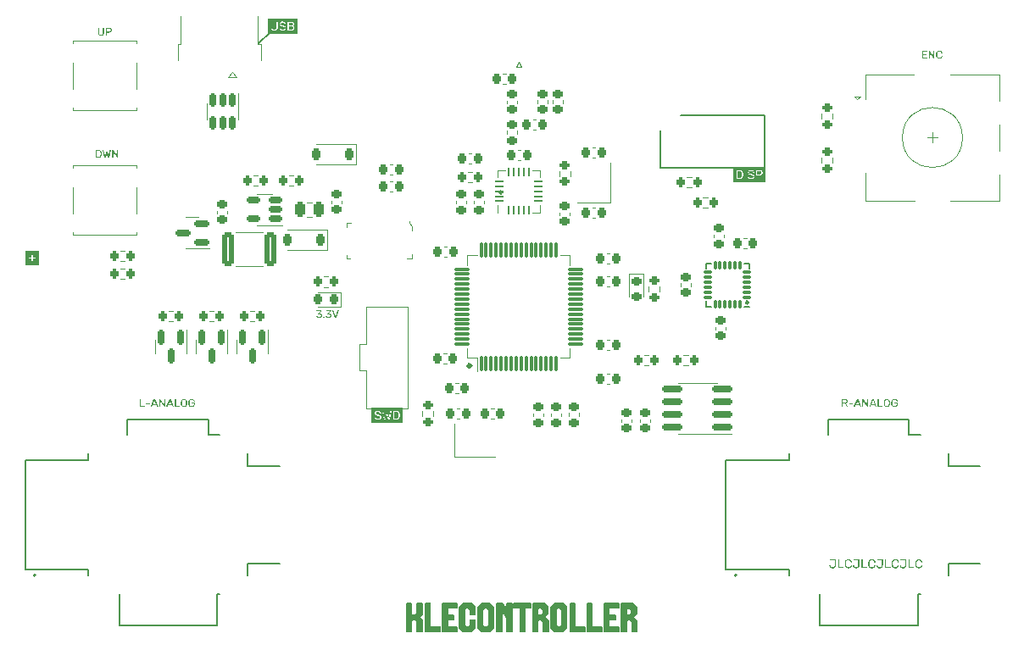
<source format=gto>
G04 #@! TF.GenerationSoftware,KiCad,Pcbnew,7.0.1*
G04 #@! TF.CreationDate,2023-10-12T07:58:09+02:00*
G04 #@! TF.ProjectId,Controller_board,436f6e74-726f-46c6-9c65-725f626f6172,rev?*
G04 #@! TF.SameCoordinates,Original*
G04 #@! TF.FileFunction,Legend,Top*
G04 #@! TF.FilePolarity,Positive*
%FSLAX46Y46*%
G04 Gerber Fmt 4.6, Leading zero omitted, Abs format (unit mm)*
G04 Created by KiCad (PCBNEW 7.0.1) date 2023-10-12 07:58:09*
%MOMM*%
%LPD*%
G01*
G04 APERTURE LIST*
G04 Aperture macros list*
%AMRoundRect*
0 Rectangle with rounded corners*
0 $1 Rounding radius*
0 $2 $3 $4 $5 $6 $7 $8 $9 X,Y pos of 4 corners*
0 Add a 4 corners polygon primitive as box body*
4,1,4,$2,$3,$4,$5,$6,$7,$8,$9,$2,$3,0*
0 Add four circle primitives for the rounded corners*
1,1,$1+$1,$2,$3*
1,1,$1+$1,$4,$5*
1,1,$1+$1,$6,$7*
1,1,$1+$1,$8,$9*
0 Add four rect primitives between the rounded corners*
20,1,$1+$1,$2,$3,$4,$5,0*
20,1,$1+$1,$4,$5,$6,$7,0*
20,1,$1+$1,$6,$7,$8,$9,0*
20,1,$1+$1,$8,$9,$2,$3,0*%
G04 Aperture macros list end*
%ADD10C,0.200000*%
%ADD11C,0.275000*%
%ADD12C,0.348566*%
%ADD13C,0.150000*%
%ADD14C,0.125000*%
%ADD15C,0.500000*%
%ADD16C,0.120000*%
%ADD17C,0.100000*%
%ADD18C,0.127000*%
%ADD19R,2.000000X2.000000*%
%ADD20C,2.000000*%
%ADD21R,3.000000X2.500000*%
%ADD22RoundRect,0.225000X-0.250000X0.225000X-0.250000X-0.225000X0.250000X-0.225000X0.250000X0.225000X0*%
%ADD23RoundRect,0.225000X-0.225000X-0.250000X0.225000X-0.250000X0.225000X0.250000X-0.225000X0.250000X0*%
%ADD24RoundRect,0.150000X0.587500X0.150000X-0.587500X0.150000X-0.587500X-0.150000X0.587500X-0.150000X0*%
%ADD25R,0.400000X1.650000*%
%ADD26R,1.825000X0.700000*%
%ADD27R,2.000000X1.500000*%
%ADD28R,1.350000X2.000000*%
%ADD29O,1.350000X1.700000*%
%ADD30O,1.100000X1.500000*%
%ADD31R,1.430000X2.500000*%
%ADD32RoundRect,0.225000X0.250000X-0.225000X0.250000X0.225000X-0.250000X0.225000X-0.250000X-0.225000X0*%
%ADD33RoundRect,0.225000X0.225000X0.250000X-0.225000X0.250000X-0.225000X-0.250000X0.225000X-0.250000X0*%
%ADD34RoundRect,0.200000X-0.275000X0.200000X-0.275000X-0.200000X0.275000X-0.200000X0.275000X0.200000X0*%
%ADD35R,1.500000X2.200000*%
%ADD36R,3.800000X2.200000*%
%ADD37RoundRect,0.075000X0.350000X0.075000X-0.350000X0.075000X-0.350000X-0.075000X0.350000X-0.075000X0*%
%ADD38RoundRect,0.075000X-0.075000X0.350000X-0.075000X-0.350000X0.075000X-0.350000X0.075000X0.350000X0*%
%ADD39RoundRect,0.150000X-0.150000X0.587500X-0.150000X-0.587500X0.150000X-0.587500X0.150000X0.587500X0*%
%ADD40RoundRect,0.225000X0.225000X0.375000X-0.225000X0.375000X-0.225000X-0.375000X0.225000X-0.375000X0*%
%ADD41RoundRect,0.075000X0.075000X-0.700000X0.075000X0.700000X-0.075000X0.700000X-0.075000X-0.700000X0*%
%ADD42RoundRect,0.075000X0.700000X-0.075000X0.700000X0.075000X-0.700000X0.075000X-0.700000X-0.075000X0*%
%ADD43RoundRect,0.250000X0.250000X0.475000X-0.250000X0.475000X-0.250000X-0.475000X0.250000X-0.475000X0*%
%ADD44RoundRect,0.200000X-0.200000X-0.275000X0.200000X-0.275000X0.200000X0.275000X-0.200000X0.275000X0*%
%ADD45C,1.778000*%
%ADD46C,2.286000*%
%ADD47R,1.500000X1.500000*%
%ADD48C,1.500000*%
%ADD49RoundRect,0.250000X-0.312500X-1.450000X0.312500X-1.450000X0.312500X1.450000X-0.312500X1.450000X0*%
%ADD50R,1.350000X1.350000*%
%ADD51O,1.350000X1.350000*%
%ADD52RoundRect,0.200000X0.200000X0.275000X-0.200000X0.275000X-0.200000X-0.275000X0.200000X-0.275000X0*%
%ADD53R,2.400000X2.400000*%
%ADD54C,2.400000*%
%ADD55R,1.550000X1.300000*%
%ADD56RoundRect,0.218750X0.256250X-0.218750X0.256250X0.218750X-0.256250X0.218750X-0.256250X-0.218750X0*%
%ADD57RoundRect,0.150000X0.825000X0.150000X-0.825000X0.150000X-0.825000X-0.150000X0.825000X-0.150000X0*%
%ADD58RoundRect,0.218750X0.218750X0.256250X-0.218750X0.256250X-0.218750X-0.256250X0.218750X-0.256250X0*%
%ADD59R,1.400000X1.200000*%
%ADD60R,1.780000X4.190000*%
%ADD61R,2.665000X4.190000*%
%ADD62RoundRect,0.218750X-0.256250X0.218750X-0.256250X-0.218750X0.256250X-0.218750X0.256250X0.218750X0*%
%ADD63RoundRect,0.200000X0.275000X-0.200000X0.275000X0.200000X-0.275000X0.200000X-0.275000X-0.200000X0*%
%ADD64RoundRect,0.218750X-0.218750X-0.256250X0.218750X-0.256250X0.218750X0.256250X-0.218750X0.256250X0*%
%ADD65RoundRect,0.150000X0.512500X0.150000X-0.512500X0.150000X-0.512500X-0.150000X0.512500X-0.150000X0*%
%ADD66RoundRect,0.062500X0.062500X-0.350000X0.062500X0.350000X-0.062500X0.350000X-0.062500X-0.350000X0*%
%ADD67RoundRect,0.062500X0.350000X-0.062500X0.350000X0.062500X-0.350000X0.062500X-0.350000X-0.062500X0*%
%ADD68R,2.500000X2.500000*%
%ADD69R,1.200000X1.400000*%
%ADD70RoundRect,0.150000X-0.150000X0.512500X-0.150000X-0.512500X0.150000X-0.512500X0.150000X0.512500X0*%
G04 APERTURE END LIST*
D10*
X90170000Y-81788000D02*
X89011820Y-82923280D01*
D11*
X137957900Y-108813600D02*
G75*
G03*
X137957900Y-108813600I-137500J0D01*
G01*
D12*
X110257883Y-115112800D02*
G75*
G03*
X110257883Y-115112800I-174283J0D01*
G01*
D11*
X113377610Y-97781011D02*
G75*
G03*
X113377610Y-97781011I-137500J0D01*
G01*
D13*
G36*
X147605168Y-118456393D02*
G01*
X147619383Y-118457061D01*
X147633274Y-118458176D01*
X147646839Y-118459736D01*
X147660080Y-118461742D01*
X147672995Y-118464193D01*
X147685585Y-118467090D01*
X147697849Y-118470434D01*
X147709789Y-118474222D01*
X147721404Y-118478457D01*
X147732693Y-118483137D01*
X147743657Y-118488263D01*
X147754296Y-118493835D01*
X147764610Y-118499853D01*
X147774599Y-118506316D01*
X147784263Y-118513225D01*
X147793490Y-118520584D01*
X147802123Y-118528398D01*
X147810160Y-118536668D01*
X147817602Y-118545392D01*
X147824448Y-118554571D01*
X147830699Y-118564204D01*
X147836355Y-118574293D01*
X147841415Y-118584837D01*
X147845880Y-118595835D01*
X147849750Y-118607289D01*
X147853025Y-118619197D01*
X147855704Y-118631561D01*
X147857787Y-118644379D01*
X147859276Y-118657652D01*
X147860169Y-118671380D01*
X147860466Y-118685563D01*
X147860295Y-118696233D01*
X147859782Y-118706653D01*
X147858928Y-118716823D01*
X147857731Y-118726742D01*
X147856192Y-118736411D01*
X147854311Y-118745830D01*
X147852089Y-118754998D01*
X147849524Y-118763916D01*
X147846618Y-118772583D01*
X147843369Y-118781001D01*
X147839779Y-118789167D01*
X147835847Y-118797084D01*
X147831572Y-118804750D01*
X147826956Y-118812166D01*
X147821998Y-118819331D01*
X147816698Y-118826247D01*
X147811133Y-118832915D01*
X147805332Y-118839341D01*
X147799293Y-118845524D01*
X147793019Y-118851465D01*
X147786507Y-118857162D01*
X147779759Y-118862617D01*
X147772775Y-118867830D01*
X147765554Y-118872799D01*
X147758096Y-118877526D01*
X147750401Y-118882010D01*
X147742470Y-118886252D01*
X147734303Y-118890250D01*
X147725898Y-118894006D01*
X147717258Y-118897520D01*
X147708380Y-118900790D01*
X147699266Y-118903818D01*
X147868282Y-119206093D01*
X147871126Y-119213478D01*
X147871799Y-119218794D01*
X147870574Y-119226724D01*
X147866898Y-119233687D01*
X147864374Y-119236575D01*
X147858016Y-119241382D01*
X147850088Y-119243818D01*
X147846984Y-119244000D01*
X147798917Y-119244000D01*
X147789500Y-119243241D01*
X147780790Y-119240966D01*
X147772785Y-119237173D01*
X147765486Y-119231864D01*
X147758894Y-119225037D01*
X147754128Y-119218484D01*
X147750850Y-119212932D01*
X147588282Y-118918863D01*
X147395623Y-118918863D01*
X147395623Y-119212932D01*
X147394561Y-119221248D01*
X147391375Y-119228733D01*
X147386635Y-119234816D01*
X147380175Y-119240044D01*
X147372883Y-119243103D01*
X147365533Y-119244000D01*
X147319615Y-119244000D01*
X147311544Y-119242937D01*
X147304259Y-119239751D01*
X147298317Y-119235011D01*
X147293200Y-119228416D01*
X147290207Y-119220990D01*
X147289329Y-119213518D01*
X147289329Y-118553476D01*
X147395623Y-118553476D01*
X147395623Y-118821557D01*
X147584960Y-118821557D01*
X147595371Y-118821424D01*
X147605451Y-118821024D01*
X147615200Y-118820358D01*
X147624619Y-118819426D01*
X147633708Y-118818227D01*
X147642466Y-118816762D01*
X147650893Y-118815031D01*
X147658990Y-118813033D01*
X147666757Y-118810769D01*
X147674193Y-118808238D01*
X147688074Y-118802378D01*
X147700632Y-118795452D01*
X147711869Y-118787461D01*
X147721784Y-118778404D01*
X147730377Y-118768282D01*
X147737647Y-118757094D01*
X147743596Y-118744840D01*
X147748223Y-118731522D01*
X147751528Y-118717137D01*
X147753511Y-118701687D01*
X147754007Y-118693563D01*
X147754172Y-118685172D01*
X147754005Y-118676604D01*
X147753506Y-118668340D01*
X147752674Y-118660380D01*
X147750802Y-118649010D01*
X147748182Y-118638323D01*
X147744812Y-118628320D01*
X147740694Y-118619000D01*
X147735827Y-118610363D01*
X147730212Y-118602410D01*
X147723847Y-118595141D01*
X147716734Y-118588555D01*
X147711576Y-118584544D01*
X147703225Y-118578992D01*
X147694146Y-118573986D01*
X147684339Y-118569526D01*
X147673804Y-118565612D01*
X147662540Y-118562244D01*
X147654627Y-118560303D01*
X147646390Y-118558604D01*
X147637829Y-118557147D01*
X147628945Y-118555934D01*
X147619737Y-118554963D01*
X147610205Y-118554235D01*
X147600350Y-118553749D01*
X147590171Y-118553506D01*
X147584960Y-118553476D01*
X147395623Y-118553476D01*
X147289329Y-118553476D01*
X147289329Y-118486651D01*
X147290391Y-118478470D01*
X147293577Y-118471119D01*
X147298317Y-118465158D01*
X147304889Y-118460041D01*
X147312246Y-118457048D01*
X147319615Y-118456170D01*
X147590627Y-118456170D01*
X147605168Y-118456393D01*
G37*
G36*
X148028701Y-118956379D02*
G01*
X148020519Y-118955317D01*
X148013169Y-118952131D01*
X148007207Y-118947391D01*
X148002201Y-118940708D01*
X147999273Y-118933286D01*
X147998415Y-118925898D01*
X147998415Y-118889554D01*
X147999454Y-118881484D01*
X148002571Y-118874198D01*
X148007207Y-118868256D01*
X148013802Y-118863028D01*
X148021229Y-118859970D01*
X148028701Y-118859073D01*
X148358917Y-118859073D01*
X148367076Y-118860158D01*
X148374357Y-118863413D01*
X148380215Y-118868256D01*
X148385332Y-118874828D01*
X148388326Y-118882185D01*
X148389203Y-118889554D01*
X148389203Y-118925898D01*
X148388141Y-118933991D01*
X148384955Y-118941346D01*
X148380215Y-118947391D01*
X148373731Y-118952508D01*
X148366370Y-118955501D01*
X148358917Y-118956379D01*
X148028701Y-118956379D01*
G37*
G36*
X148888448Y-118456750D02*
G01*
X148896398Y-118458490D01*
X148903689Y-118461390D01*
X148911875Y-118466647D01*
X148917681Y-118472158D01*
X148922829Y-118478829D01*
X148927317Y-118486660D01*
X148930250Y-118493295D01*
X149203411Y-119203553D01*
X149206321Y-119210940D01*
X149207901Y-119218826D01*
X149207905Y-119219184D01*
X149206712Y-119226988D01*
X149202758Y-119234383D01*
X149200676Y-119236770D01*
X149194318Y-119241451D01*
X149186389Y-119243823D01*
X149183286Y-119244000D01*
X149141862Y-119244000D01*
X149133829Y-119243560D01*
X149124828Y-119241774D01*
X149116981Y-119238614D01*
X149110288Y-119234080D01*
X149104749Y-119228173D01*
X149100365Y-119220891D01*
X149098289Y-119215863D01*
X149040062Y-119066191D01*
X148651422Y-119066191D01*
X148593000Y-119215863D01*
X148589308Y-119223969D01*
X148584462Y-119230700D01*
X148578462Y-119236059D01*
X148571308Y-119240043D01*
X148562999Y-119242653D01*
X148553535Y-119243890D01*
X148549427Y-119244000D01*
X148508003Y-119244000D01*
X148500231Y-119242806D01*
X148492944Y-119238853D01*
X148490613Y-119236770D01*
X148485932Y-119230444D01*
X148483560Y-119222623D01*
X148483383Y-119219575D01*
X148484805Y-119211779D01*
X148487601Y-119204379D01*
X148487877Y-119203748D01*
X148578567Y-118968884D01*
X148690501Y-118968884D01*
X149000787Y-118968884D01*
X148846230Y-118564614D01*
X148690501Y-118968884D01*
X148578567Y-118968884D01*
X148762211Y-118493295D01*
X148766162Y-118484594D01*
X148770784Y-118477053D01*
X148776078Y-118470672D01*
X148782043Y-118465451D01*
X148790445Y-118460557D01*
X148797922Y-118457946D01*
X148806070Y-118456496D01*
X148812623Y-118456170D01*
X148879838Y-118456170D01*
X148888448Y-118456750D01*
G37*
G36*
X149838247Y-119244000D02*
G01*
X149830360Y-119243304D01*
X149822429Y-119240900D01*
X149815377Y-119236778D01*
X149813432Y-119235207D01*
X149807811Y-119229625D01*
X149802160Y-119222993D01*
X149797110Y-119216215D01*
X149793307Y-119210587D01*
X149429287Y-118665437D01*
X149429287Y-119213909D01*
X149428225Y-119221979D01*
X149425039Y-119229265D01*
X149420299Y-119235207D01*
X149413838Y-119240213D01*
X149406546Y-119243141D01*
X149399196Y-119244000D01*
X149353279Y-119244000D01*
X149345208Y-119242937D01*
X149337923Y-119239751D01*
X149331981Y-119235011D01*
X149326863Y-119228416D01*
X149323870Y-119220990D01*
X149322993Y-119213518D01*
X149322993Y-118486651D01*
X149324055Y-118478470D01*
X149327241Y-118471119D01*
X149331981Y-118465158D01*
X149338553Y-118460041D01*
X149345909Y-118457048D01*
X149353279Y-118456170D01*
X149392357Y-118456170D01*
X149400230Y-118456881D01*
X149408107Y-118459338D01*
X149415067Y-118463552D01*
X149416977Y-118465158D01*
X149422692Y-118470755D01*
X149428408Y-118477433D01*
X149433488Y-118484278D01*
X149437298Y-118489973D01*
X149801318Y-119042353D01*
X149801318Y-118486651D01*
X149802357Y-118478470D01*
X149805474Y-118471119D01*
X149810110Y-118465158D01*
X149816682Y-118460041D01*
X149824039Y-118457048D01*
X149831408Y-118456170D01*
X149877326Y-118456170D01*
X149885397Y-118457232D01*
X149892682Y-118460418D01*
X149898624Y-118465158D01*
X149903741Y-118471753D01*
X149906734Y-118479179D01*
X149907612Y-118486651D01*
X149907612Y-119213518D01*
X149906550Y-119221700D01*
X149903364Y-119229050D01*
X149898624Y-119235011D01*
X149892052Y-119240129D01*
X149884695Y-119243122D01*
X149877326Y-119244000D01*
X149838247Y-119244000D01*
G37*
G36*
X150426592Y-118456750D02*
G01*
X150434542Y-118458490D01*
X150441832Y-118461390D01*
X150450018Y-118466647D01*
X150455825Y-118472158D01*
X150460973Y-118478829D01*
X150465461Y-118486660D01*
X150468394Y-118493295D01*
X150741555Y-119203553D01*
X150744465Y-119210940D01*
X150746045Y-119218826D01*
X150746049Y-119219184D01*
X150744856Y-119226988D01*
X150740902Y-119234383D01*
X150738819Y-119236770D01*
X150732462Y-119241451D01*
X150724533Y-119243823D01*
X150721429Y-119244000D01*
X150680006Y-119244000D01*
X150671973Y-119243560D01*
X150662972Y-119241774D01*
X150655124Y-119238614D01*
X150648431Y-119234080D01*
X150642893Y-119228173D01*
X150638509Y-119220891D01*
X150636433Y-119215863D01*
X150578205Y-119066191D01*
X150189566Y-119066191D01*
X150131143Y-119215863D01*
X150127452Y-119223969D01*
X150122606Y-119230700D01*
X150116606Y-119236059D01*
X150109451Y-119240043D01*
X150101142Y-119242653D01*
X150091679Y-119243890D01*
X150087570Y-119244000D01*
X150046147Y-119244000D01*
X150038375Y-119242806D01*
X150031087Y-119238853D01*
X150028757Y-119236770D01*
X150024076Y-119230444D01*
X150021704Y-119222623D01*
X150021527Y-119219575D01*
X150022949Y-119211779D01*
X150025745Y-119204379D01*
X150026021Y-119203748D01*
X150116711Y-118968884D01*
X150228645Y-118968884D01*
X150538931Y-118968884D01*
X150384374Y-118564614D01*
X150228645Y-118968884D01*
X150116711Y-118968884D01*
X150300355Y-118493295D01*
X150304305Y-118484594D01*
X150308928Y-118477053D01*
X150314222Y-118470672D01*
X150320187Y-118465451D01*
X150328589Y-118460557D01*
X150336066Y-118457946D01*
X150344214Y-118456496D01*
X150350766Y-118456170D01*
X150417982Y-118456170D01*
X150426592Y-118456750D01*
G37*
G36*
X151347277Y-119146693D02*
G01*
X151355325Y-119147732D01*
X151362541Y-119150849D01*
X151368380Y-119155486D01*
X151373497Y-119161766D01*
X151376657Y-119169460D01*
X151377368Y-119175807D01*
X151377368Y-119214886D01*
X151376104Y-119223266D01*
X151372312Y-119230823D01*
X151368380Y-119235402D01*
X151361919Y-119240297D01*
X151354627Y-119243160D01*
X151347277Y-119244000D01*
X150891422Y-119244000D01*
X150883352Y-119242937D01*
X150876066Y-119239751D01*
X150870124Y-119235011D01*
X150865007Y-119228416D01*
X150862014Y-119220990D01*
X150861136Y-119213518D01*
X150861136Y-118486651D01*
X150862198Y-118478470D01*
X150865385Y-118471119D01*
X150870124Y-118465158D01*
X150876696Y-118460041D01*
X150884053Y-118457048D01*
X150891422Y-118456170D01*
X150937340Y-118456170D01*
X150945387Y-118457255D01*
X150952604Y-118460510D01*
X150958443Y-118465353D01*
X150963560Y-118471925D01*
X150966553Y-118479282D01*
X150967431Y-118486651D01*
X150967431Y-119146693D01*
X151347277Y-119146693D01*
G37*
G36*
X151786789Y-118443823D02*
G01*
X151798382Y-118444300D01*
X151809772Y-118445093D01*
X151820962Y-118446205D01*
X151831950Y-118447633D01*
X151842736Y-118449380D01*
X151853321Y-118451444D01*
X151863704Y-118453825D01*
X151873886Y-118456524D01*
X151883867Y-118459540D01*
X151893645Y-118462874D01*
X151903223Y-118466526D01*
X151912599Y-118470495D01*
X151921773Y-118474781D01*
X151930746Y-118479385D01*
X151939517Y-118484307D01*
X151948083Y-118489500D01*
X151956388Y-118494919D01*
X151964435Y-118500564D01*
X151972221Y-118506435D01*
X151979749Y-118512532D01*
X151987016Y-118518855D01*
X151994025Y-118525403D01*
X152000773Y-118532178D01*
X152007263Y-118539179D01*
X152013492Y-118546405D01*
X152019463Y-118553858D01*
X152025173Y-118561536D01*
X152030624Y-118569440D01*
X152035816Y-118577571D01*
X152040748Y-118585927D01*
X152045421Y-118594509D01*
X152049854Y-118603244D01*
X152054018Y-118612107D01*
X152057914Y-118621098D01*
X152061541Y-118630217D01*
X152064899Y-118639465D01*
X152067989Y-118648841D01*
X152070810Y-118658345D01*
X152073362Y-118667977D01*
X152075646Y-118677738D01*
X152077661Y-118687627D01*
X152079407Y-118697644D01*
X152080885Y-118707789D01*
X152082094Y-118718062D01*
X152083034Y-118728464D01*
X152083706Y-118738994D01*
X152084109Y-118749652D01*
X152084369Y-118757967D01*
X152084613Y-118766010D01*
X152084947Y-118777566D01*
X152085242Y-118788509D01*
X152085501Y-118798842D01*
X152085721Y-118808563D01*
X152085904Y-118817673D01*
X152086049Y-118826172D01*
X152086156Y-118834059D01*
X152086240Y-118843624D01*
X152086258Y-118850085D01*
X152086225Y-118858835D01*
X152086124Y-118868672D01*
X152086004Y-118876762D01*
X152085847Y-118885465D01*
X152085652Y-118894778D01*
X152085419Y-118904703D01*
X152085148Y-118915240D01*
X152084839Y-118926388D01*
X152084493Y-118938147D01*
X152084241Y-118946326D01*
X152084109Y-118950517D01*
X152083564Y-118961176D01*
X152082760Y-118971708D01*
X152081696Y-118982114D01*
X152080372Y-118992393D01*
X152078789Y-119002545D01*
X152076947Y-119012570D01*
X152074845Y-119022469D01*
X152072483Y-119032241D01*
X152069862Y-119041886D01*
X152066982Y-119051405D01*
X152063841Y-119060797D01*
X152060442Y-119070062D01*
X152056783Y-119079200D01*
X152052864Y-119088212D01*
X152048686Y-119097097D01*
X152044249Y-119105856D01*
X152039578Y-119114414D01*
X152034653Y-119122748D01*
X152029473Y-119130858D01*
X152024038Y-119138743D01*
X152018347Y-119146404D01*
X152012402Y-119153840D01*
X152006202Y-119161052D01*
X151999748Y-119168040D01*
X151993038Y-119174803D01*
X151986073Y-119181342D01*
X151978853Y-119187656D01*
X151971379Y-119193747D01*
X151963649Y-119199612D01*
X151955665Y-119205253D01*
X151947425Y-119210670D01*
X151938931Y-119215863D01*
X151930231Y-119220784D01*
X151921324Y-119225388D01*
X151912212Y-119229675D01*
X151902893Y-119233644D01*
X151893368Y-119237295D01*
X151883638Y-119240629D01*
X151873701Y-119243645D01*
X151863558Y-119246344D01*
X151853209Y-119248726D01*
X151842654Y-119250789D01*
X151831892Y-119252536D01*
X151820925Y-119253965D01*
X151809752Y-119255076D01*
X151798372Y-119255870D01*
X151786787Y-119256346D01*
X151774995Y-119256505D01*
X151763203Y-119256346D01*
X151751615Y-119255870D01*
X151740232Y-119255076D01*
X151729053Y-119253965D01*
X151718079Y-119252536D01*
X151707310Y-119250789D01*
X151696744Y-119248726D01*
X151686384Y-119246344D01*
X151676228Y-119243645D01*
X151666277Y-119240629D01*
X151656530Y-119237295D01*
X151646988Y-119233644D01*
X151637650Y-119229675D01*
X151628517Y-119225388D01*
X151619588Y-119220784D01*
X151610864Y-119215863D01*
X151602393Y-119210670D01*
X151594173Y-119205253D01*
X151586206Y-119199612D01*
X151578490Y-119193747D01*
X151571026Y-119187656D01*
X151563814Y-119181342D01*
X151556854Y-119174803D01*
X151550145Y-119168040D01*
X151543689Y-119161052D01*
X151537484Y-119153840D01*
X151531532Y-119146404D01*
X151525831Y-119138743D01*
X151520382Y-119130858D01*
X151515185Y-119122748D01*
X151510240Y-119114414D01*
X151505547Y-119105856D01*
X151501133Y-119097097D01*
X151496977Y-119088212D01*
X151493079Y-119079200D01*
X151489439Y-119070062D01*
X151486057Y-119060797D01*
X151482933Y-119051405D01*
X151480067Y-119041886D01*
X151477459Y-119032241D01*
X151475109Y-119022469D01*
X151473017Y-119012570D01*
X151471182Y-119002545D01*
X151469606Y-118992393D01*
X151468288Y-118982114D01*
X151467228Y-118971708D01*
X151466426Y-118961176D01*
X151465882Y-118950517D01*
X151465607Y-118941554D01*
X151465369Y-118931564D01*
X151465214Y-118923399D01*
X151465080Y-118914656D01*
X151464967Y-118905337D01*
X151464874Y-118895441D01*
X151464802Y-118884967D01*
X151464750Y-118873917D01*
X151464720Y-118862289D01*
X151464710Y-118854217D01*
X151464709Y-118850085D01*
X151571199Y-118850085D01*
X151571208Y-118861421D01*
X151571233Y-118872277D01*
X151571276Y-118882652D01*
X151571336Y-118892546D01*
X151571414Y-118901960D01*
X151571508Y-118910892D01*
X151571620Y-118919344D01*
X151571749Y-118927314D01*
X151571947Y-118937194D01*
X151572176Y-118946219D01*
X151572816Y-118959183D01*
X151573855Y-118971745D01*
X151575295Y-118983906D01*
X151577134Y-118995666D01*
X151579374Y-119007024D01*
X151582013Y-119017980D01*
X151585052Y-119028535D01*
X151588491Y-119038689D01*
X151592331Y-119048441D01*
X151596570Y-119057792D01*
X151601209Y-119066741D01*
X151606248Y-119075289D01*
X151611687Y-119083435D01*
X151617526Y-119091180D01*
X151623765Y-119098523D01*
X151630404Y-119105465D01*
X151637403Y-119111972D01*
X151644673Y-119118059D01*
X151652216Y-119123726D01*
X151660030Y-119128973D01*
X151668116Y-119133801D01*
X151676474Y-119138209D01*
X151685103Y-119142197D01*
X151694004Y-119145765D01*
X151703177Y-119148913D01*
X151712622Y-119151642D01*
X151722338Y-119153951D01*
X151732326Y-119155840D01*
X151742586Y-119157309D01*
X151753117Y-119158359D01*
X151763920Y-119158988D01*
X151774995Y-119159198D01*
X151786069Y-119158988D01*
X151796870Y-119158359D01*
X151807398Y-119157309D01*
X151817652Y-119155840D01*
X151827633Y-119153951D01*
X151837341Y-119151642D01*
X151846776Y-119148913D01*
X151855937Y-119145765D01*
X151864826Y-119142197D01*
X151873440Y-119138209D01*
X151881782Y-119133801D01*
X151889851Y-119128973D01*
X151897646Y-119123726D01*
X151905168Y-119118059D01*
X151912416Y-119111972D01*
X151919392Y-119105465D01*
X151926053Y-119098523D01*
X151932312Y-119091180D01*
X151938168Y-119083435D01*
X151943621Y-119075289D01*
X151948670Y-119066741D01*
X151953317Y-119057792D01*
X151957561Y-119048441D01*
X151961401Y-119038689D01*
X151964839Y-119028535D01*
X151967874Y-119017980D01*
X151970506Y-119007024D01*
X151972734Y-118995666D01*
X151974560Y-118983906D01*
X151975983Y-118971745D01*
X151977002Y-118959183D01*
X151977619Y-118946219D01*
X151977903Y-118937806D01*
X151978169Y-118929714D01*
X151978533Y-118918177D01*
X151978856Y-118907361D01*
X151979137Y-118897267D01*
X151979378Y-118887893D01*
X151979577Y-118879242D01*
X151979735Y-118871311D01*
X151979881Y-118861859D01*
X151979955Y-118853689D01*
X151979964Y-118850085D01*
X151979907Y-118840473D01*
X151979778Y-118831342D01*
X151979577Y-118820928D01*
X151979378Y-118812276D01*
X151979137Y-118802903D01*
X151978856Y-118792808D01*
X151978533Y-118781992D01*
X151978169Y-118770455D01*
X151977903Y-118762363D01*
X151977619Y-118753951D01*
X151977002Y-118740987D01*
X151975983Y-118728427D01*
X151974560Y-118716270D01*
X151972734Y-118704516D01*
X151970506Y-118693165D01*
X151967874Y-118682217D01*
X151964839Y-118671671D01*
X151961401Y-118661529D01*
X151957561Y-118651790D01*
X151953317Y-118642454D01*
X151948670Y-118633521D01*
X151943621Y-118624990D01*
X151938168Y-118616863D01*
X151932312Y-118609139D01*
X151926053Y-118601818D01*
X151919392Y-118594900D01*
X151912416Y-118588369D01*
X151905168Y-118582260D01*
X151897646Y-118576572D01*
X151889851Y-118571306D01*
X151881782Y-118566461D01*
X151873440Y-118562037D01*
X151864826Y-118558034D01*
X151855937Y-118554453D01*
X151846776Y-118551293D01*
X151837341Y-118548555D01*
X151827633Y-118546237D01*
X151817652Y-118544341D01*
X151807398Y-118542867D01*
X151796870Y-118541814D01*
X151786069Y-118541182D01*
X151774995Y-118540971D01*
X151763920Y-118541182D01*
X151753117Y-118541814D01*
X151742586Y-118542867D01*
X151732326Y-118544341D01*
X151722338Y-118546237D01*
X151712622Y-118548555D01*
X151703177Y-118551293D01*
X151694004Y-118554453D01*
X151685103Y-118558034D01*
X151676474Y-118562037D01*
X151668116Y-118566461D01*
X151660030Y-118571306D01*
X151652216Y-118576572D01*
X151644673Y-118582260D01*
X151637403Y-118588369D01*
X151630404Y-118594900D01*
X151623765Y-118601818D01*
X151617526Y-118609139D01*
X151611687Y-118616863D01*
X151606248Y-118624990D01*
X151601209Y-118633521D01*
X151596570Y-118642454D01*
X151592331Y-118651790D01*
X151588491Y-118661529D01*
X151585052Y-118671671D01*
X151582013Y-118682217D01*
X151579374Y-118693165D01*
X151577134Y-118704516D01*
X151575295Y-118716270D01*
X151573855Y-118728427D01*
X151572816Y-118740987D01*
X151572176Y-118753951D01*
X151571947Y-118762975D01*
X151571749Y-118772855D01*
X151571620Y-118780826D01*
X151571508Y-118789277D01*
X151571414Y-118798210D01*
X151571336Y-118807623D01*
X151571276Y-118817517D01*
X151571233Y-118827892D01*
X151571208Y-118838748D01*
X151571199Y-118850085D01*
X151464709Y-118850085D01*
X151464714Y-118841884D01*
X151464728Y-118833940D01*
X151464765Y-118822505D01*
X151464824Y-118811647D01*
X151464903Y-118801366D01*
X151465002Y-118791662D01*
X151465123Y-118782535D01*
X151465263Y-118773985D01*
X151465425Y-118766012D01*
X151465672Y-118756279D01*
X151465882Y-118749652D01*
X151466284Y-118738994D01*
X151466953Y-118728464D01*
X151467890Y-118718062D01*
X151469093Y-118707789D01*
X151470564Y-118697644D01*
X151472302Y-118687627D01*
X151474307Y-118677738D01*
X151476579Y-118667977D01*
X151479119Y-118658345D01*
X151481925Y-118648841D01*
X151484999Y-118639465D01*
X151488340Y-118630217D01*
X151491948Y-118621098D01*
X151495823Y-118612107D01*
X151499965Y-118603244D01*
X151504374Y-118594509D01*
X151509070Y-118585927D01*
X151514022Y-118577571D01*
X151519230Y-118569440D01*
X151524695Y-118561536D01*
X151530417Y-118553858D01*
X151536394Y-118546405D01*
X151542629Y-118539179D01*
X151549120Y-118532178D01*
X151555867Y-118525403D01*
X151562870Y-118518855D01*
X151570131Y-118512532D01*
X151577647Y-118506435D01*
X151585420Y-118500564D01*
X151593450Y-118494919D01*
X151601736Y-118489500D01*
X151610278Y-118484307D01*
X151619073Y-118479385D01*
X151628068Y-118474781D01*
X151637263Y-118470495D01*
X151646658Y-118466526D01*
X151656253Y-118462874D01*
X151666048Y-118459540D01*
X151676043Y-118456524D01*
X151686237Y-118453825D01*
X151696632Y-118451444D01*
X151707227Y-118449380D01*
X151718022Y-118447633D01*
X151729017Y-118446205D01*
X151740211Y-118445093D01*
X151751606Y-118444300D01*
X151763201Y-118443823D01*
X151774995Y-118443665D01*
X151786789Y-118443823D01*
G37*
G36*
X152538792Y-118443665D02*
G01*
X152550585Y-118443803D01*
X152562178Y-118444217D01*
X152573569Y-118444908D01*
X152584758Y-118445875D01*
X152595746Y-118447118D01*
X152606532Y-118448638D01*
X152617117Y-118450434D01*
X152627501Y-118452506D01*
X152637682Y-118454855D01*
X152647663Y-118457480D01*
X152657442Y-118460381D01*
X152667019Y-118463558D01*
X152676395Y-118467012D01*
X152685569Y-118470742D01*
X152694542Y-118474748D01*
X152703314Y-118479031D01*
X152711879Y-118483489D01*
X152720185Y-118488071D01*
X152728231Y-118492776D01*
X152736018Y-118497606D01*
X152743545Y-118502558D01*
X152750813Y-118507635D01*
X152757821Y-118512835D01*
X152764570Y-118518159D01*
X152771059Y-118523606D01*
X152777289Y-118529177D01*
X152783259Y-118534872D01*
X152788969Y-118540690D01*
X152794421Y-118546632D01*
X152799612Y-118552698D01*
X152804545Y-118558887D01*
X152809217Y-118565200D01*
X152815766Y-118574662D01*
X152821710Y-118583997D01*
X152827050Y-118593204D01*
X152831785Y-118602285D01*
X152835916Y-118611239D01*
X152839442Y-118620065D01*
X152842364Y-118628765D01*
X152844681Y-118637337D01*
X152846394Y-118645782D01*
X152847502Y-118654100D01*
X152847905Y-118659575D01*
X152847374Y-118667538D01*
X152843877Y-118674598D01*
X152841262Y-118677551D01*
X152834525Y-118682359D01*
X152827013Y-118684715D01*
X152823286Y-118684976D01*
X152777368Y-118684976D01*
X152768369Y-118684530D01*
X152759572Y-118682880D01*
X152751763Y-118679507D01*
X152745838Y-118673814D01*
X152744933Y-118672276D01*
X152740827Y-118664337D01*
X152736619Y-118656641D01*
X152732309Y-118649188D01*
X152727897Y-118641978D01*
X152723382Y-118635010D01*
X152718765Y-118628285D01*
X152714046Y-118621802D01*
X152709224Y-118615563D01*
X152701800Y-118606658D01*
X152694146Y-118598300D01*
X152686262Y-118590488D01*
X152678147Y-118583222D01*
X152669803Y-118576502D01*
X152666970Y-118574383D01*
X152658141Y-118568412D01*
X152648652Y-118563028D01*
X152638504Y-118558232D01*
X152627696Y-118554023D01*
X152620124Y-118551543D01*
X152612260Y-118549324D01*
X152604102Y-118547366D01*
X152595651Y-118545670D01*
X152586907Y-118544234D01*
X152577870Y-118543059D01*
X152568540Y-118542146D01*
X152558917Y-118541493D01*
X152549001Y-118541101D01*
X152538792Y-118540971D01*
X152527183Y-118541184D01*
X152515854Y-118541823D01*
X152504804Y-118542887D01*
X152494034Y-118544378D01*
X152483543Y-118546295D01*
X152473331Y-118548637D01*
X152463399Y-118551405D01*
X152453746Y-118554600D01*
X152444373Y-118558220D01*
X152435278Y-118562266D01*
X152426463Y-118566738D01*
X152417928Y-118571636D01*
X152409672Y-118576959D01*
X152401695Y-118582709D01*
X152393998Y-118588884D01*
X152386579Y-118595486D01*
X152379515Y-118602461D01*
X152372877Y-118609808D01*
X152366668Y-118617525D01*
X152360885Y-118625613D01*
X152355530Y-118634072D01*
X152350602Y-118642903D01*
X152346102Y-118652104D01*
X152342030Y-118661676D01*
X152338384Y-118671619D01*
X152335166Y-118681933D01*
X152332376Y-118692617D01*
X152330013Y-118703673D01*
X152328077Y-118715100D01*
X152326569Y-118726898D01*
X152325488Y-118739066D01*
X152324835Y-118751606D01*
X152324606Y-118760612D01*
X152324407Y-118770437D01*
X152324279Y-118778342D01*
X152324167Y-118786708D01*
X152324073Y-118795534D01*
X152323995Y-118804820D01*
X152323935Y-118814567D01*
X152323892Y-118824773D01*
X152323866Y-118835440D01*
X152323858Y-118846568D01*
X152323866Y-118857730D01*
X152323892Y-118868428D01*
X152323935Y-118878663D01*
X152323995Y-118888434D01*
X152324073Y-118897741D01*
X152324167Y-118906585D01*
X152324279Y-118914965D01*
X152324407Y-118922881D01*
X152324606Y-118932715D01*
X152324835Y-118941725D01*
X152325486Y-118954976D01*
X152326560Y-118967816D01*
X152328057Y-118980243D01*
X152329976Y-118992258D01*
X152332319Y-119003861D01*
X152335084Y-119015052D01*
X152338272Y-119025831D01*
X152341883Y-119036198D01*
X152345917Y-119046152D01*
X152350373Y-119055694D01*
X152355253Y-119064824D01*
X152360555Y-119073542D01*
X152366281Y-119081848D01*
X152372429Y-119089742D01*
X152378999Y-119097223D01*
X152385993Y-119104293D01*
X152393345Y-119110941D01*
X152400990Y-119117161D01*
X152408928Y-119122952D01*
X152417159Y-119128314D01*
X152425683Y-119133247D01*
X152434500Y-119137751D01*
X152443610Y-119141826D01*
X152453013Y-119145472D01*
X152462710Y-119148689D01*
X152472699Y-119151477D01*
X152482982Y-119153836D01*
X152493558Y-119155767D01*
X152504427Y-119157268D01*
X152515588Y-119158340D01*
X152527043Y-119158984D01*
X152538792Y-119159198D01*
X152550826Y-119158992D01*
X152562553Y-119158371D01*
X152573974Y-119157337D01*
X152585088Y-119155889D01*
X152595895Y-119154027D01*
X152606395Y-119151752D01*
X152616588Y-119149063D01*
X152626475Y-119145960D01*
X152636054Y-119142444D01*
X152645327Y-119138514D01*
X152654293Y-119134170D01*
X152662952Y-119129413D01*
X152671305Y-119124242D01*
X152679350Y-119118657D01*
X152687089Y-119112659D01*
X152694521Y-119106247D01*
X152701572Y-119099365D01*
X152708168Y-119092007D01*
X152714309Y-119084173D01*
X152719995Y-119075863D01*
X152725227Y-119067076D01*
X152730003Y-119057813D01*
X152734325Y-119048074D01*
X152738191Y-119037859D01*
X152741603Y-119027167D01*
X152744560Y-119015999D01*
X152747062Y-119004355D01*
X152749109Y-118992234D01*
X152750701Y-118979637D01*
X152751838Y-118966564D01*
X152752521Y-118953015D01*
X152752748Y-118938989D01*
X152752748Y-118906358D01*
X152591548Y-118906358D01*
X152583477Y-118905342D01*
X152576192Y-118902295D01*
X152570250Y-118897761D01*
X152565133Y-118891370D01*
X152561973Y-118883607D01*
X152561262Y-118877244D01*
X152561262Y-118838166D01*
X152562526Y-118829812D01*
X152566318Y-118822339D01*
X152570250Y-118817845D01*
X152576822Y-118812839D01*
X152584179Y-118809911D01*
X152591548Y-118809052D01*
X152828952Y-118809052D01*
X152837023Y-118810114D01*
X152844308Y-118813300D01*
X152850250Y-118818040D01*
X152855367Y-118824635D01*
X152858360Y-118832061D01*
X152859238Y-118839533D01*
X152859238Y-118946609D01*
X152859089Y-118957793D01*
X152858643Y-118968823D01*
X152857899Y-118979701D01*
X152856857Y-118990427D01*
X152855517Y-119000999D01*
X152853880Y-119011419D01*
X152851945Y-119021687D01*
X152849713Y-119031801D01*
X152847182Y-119041763D01*
X152844355Y-119051573D01*
X152841229Y-119061230D01*
X152837806Y-119070734D01*
X152834085Y-119080085D01*
X152830066Y-119089284D01*
X152825750Y-119098330D01*
X152821136Y-119107224D01*
X152816240Y-119115896D01*
X152811077Y-119124327D01*
X152805646Y-119132516D01*
X152799948Y-119140465D01*
X152793983Y-119148172D01*
X152787751Y-119155639D01*
X152781252Y-119162864D01*
X152774486Y-119169847D01*
X152767452Y-119176590D01*
X152760152Y-119183091D01*
X152752584Y-119189352D01*
X152744749Y-119195371D01*
X152736647Y-119201149D01*
X152728278Y-119206685D01*
X152719642Y-119211981D01*
X152710739Y-119217035D01*
X152701595Y-119221815D01*
X152692237Y-119226286D01*
X152682666Y-119230449D01*
X152672881Y-119234303D01*
X152662882Y-119237849D01*
X152652670Y-119241087D01*
X152642244Y-119244016D01*
X152631604Y-119246637D01*
X152620750Y-119248950D01*
X152609683Y-119250954D01*
X152598402Y-119252650D01*
X152586907Y-119254038D01*
X152575199Y-119255117D01*
X152563277Y-119255888D01*
X152551141Y-119256351D01*
X152538792Y-119256505D01*
X152529204Y-119256420D01*
X152519760Y-119256167D01*
X152510461Y-119255746D01*
X152501306Y-119255155D01*
X152492296Y-119254396D01*
X152483429Y-119253468D01*
X152474707Y-119252372D01*
X152466129Y-119251107D01*
X152457696Y-119249673D01*
X152449406Y-119248071D01*
X152441261Y-119246300D01*
X152433260Y-119244360D01*
X152425404Y-119242251D01*
X152417691Y-119239974D01*
X152410123Y-119237528D01*
X152402699Y-119234914D01*
X152388285Y-119229179D01*
X152374447Y-119222769D01*
X152361186Y-119215684D01*
X152348502Y-119207925D01*
X152336395Y-119199491D01*
X152324865Y-119190382D01*
X152313913Y-119180599D01*
X152303537Y-119170140D01*
X152293771Y-119159144D01*
X152284599Y-119147746D01*
X152276021Y-119135947D01*
X152268036Y-119123747D01*
X152260646Y-119111144D01*
X152253849Y-119098141D01*
X152247646Y-119084736D01*
X152242036Y-119070929D01*
X152237021Y-119056721D01*
X152232600Y-119042111D01*
X152228772Y-119027100D01*
X152227081Y-119019444D01*
X152225538Y-119011688D01*
X152224144Y-119003831D01*
X152222898Y-118995874D01*
X152221800Y-118987816D01*
X152220851Y-118979659D01*
X152220051Y-118971400D01*
X152219399Y-118963042D01*
X152218895Y-118954583D01*
X152218540Y-118946023D01*
X152218266Y-118937078D01*
X152218027Y-118927143D01*
X152217873Y-118919043D01*
X152217739Y-118910387D01*
X152217626Y-118901174D01*
X152217533Y-118891404D01*
X152217461Y-118881079D01*
X152217409Y-118870197D01*
X152217378Y-118858758D01*
X152217369Y-118850823D01*
X152217368Y-118846763D01*
X152217373Y-118838704D01*
X152217397Y-118827076D01*
X152217441Y-118816001D01*
X152217506Y-118805478D01*
X152217592Y-118795509D01*
X152217699Y-118786093D01*
X152217826Y-118777230D01*
X152217974Y-118768920D01*
X152218203Y-118758700D01*
X152218468Y-118749463D01*
X152218540Y-118747307D01*
X152219080Y-118736512D01*
X152219868Y-118725863D01*
X152220906Y-118715360D01*
X152222192Y-118705004D01*
X152223727Y-118694795D01*
X152225510Y-118684732D01*
X152227543Y-118674816D01*
X152229824Y-118665046D01*
X152232355Y-118655423D01*
X152235134Y-118645946D01*
X152238161Y-118636616D01*
X152241438Y-118627433D01*
X152244964Y-118618396D01*
X152248738Y-118609505D01*
X152252761Y-118600762D01*
X152257033Y-118592164D01*
X152261593Y-118583726D01*
X152266433Y-118575510D01*
X152271552Y-118567515D01*
X152276951Y-118559741D01*
X152282629Y-118552189D01*
X152288586Y-118544857D01*
X152294823Y-118537748D01*
X152301339Y-118530859D01*
X152308134Y-118524192D01*
X152315209Y-118517746D01*
X152322563Y-118511522D01*
X152330196Y-118505519D01*
X152338109Y-118499737D01*
X152346301Y-118494177D01*
X152354772Y-118488838D01*
X152363523Y-118483720D01*
X152372542Y-118478870D01*
X152381820Y-118474332D01*
X152391355Y-118470108D01*
X152401148Y-118466196D01*
X152411200Y-118462597D01*
X152421509Y-118459311D01*
X152432077Y-118456338D01*
X152442902Y-118453678D01*
X152453985Y-118451331D01*
X152465326Y-118449297D01*
X152476926Y-118447576D01*
X152488783Y-118446168D01*
X152500898Y-118445073D01*
X152513271Y-118444290D01*
X152525902Y-118443821D01*
X152538792Y-118443665D01*
G37*
G36*
X146690969Y-135046715D02*
G01*
X146690886Y-135055848D01*
X146690639Y-135064867D01*
X146690227Y-135073770D01*
X146689650Y-135082559D01*
X146688001Y-135099791D01*
X146685693Y-135116562D01*
X146682725Y-135132873D01*
X146679098Y-135148724D01*
X146674812Y-135164115D01*
X146669866Y-135179046D01*
X146664261Y-135193516D01*
X146657996Y-135207526D01*
X146651071Y-135221076D01*
X146643488Y-135234165D01*
X146635245Y-135246794D01*
X146626342Y-135258963D01*
X146616780Y-135270672D01*
X146606558Y-135281921D01*
X146595731Y-135292595D01*
X146584353Y-135302580D01*
X146572424Y-135311877D01*
X146559943Y-135320485D01*
X146546911Y-135328405D01*
X146533328Y-135335635D01*
X146519193Y-135342178D01*
X146504507Y-135348031D01*
X146489270Y-135353196D01*
X146473482Y-135357672D01*
X146457143Y-135361460D01*
X146440252Y-135364559D01*
X146422810Y-135366969D01*
X146413882Y-135367916D01*
X146404816Y-135368691D01*
X146395613Y-135369293D01*
X146386272Y-135369724D01*
X146376793Y-135369982D01*
X146367176Y-135370068D01*
X146354991Y-135369921D01*
X146343003Y-135369481D01*
X146331210Y-135368746D01*
X146319613Y-135367719D01*
X146308211Y-135366397D01*
X146297006Y-135364782D01*
X146285996Y-135362873D01*
X146275182Y-135360671D01*
X146264563Y-135358175D01*
X146254141Y-135355385D01*
X146243914Y-135352301D01*
X146233883Y-135348924D01*
X146224048Y-135345253D01*
X146214409Y-135341289D01*
X146204965Y-135337031D01*
X146195717Y-135332479D01*
X146186727Y-135327658D01*
X146178001Y-135322645D01*
X146169540Y-135317443D01*
X146161343Y-135312050D01*
X146153411Y-135306466D01*
X146145743Y-135300691D01*
X146138339Y-135294726D01*
X146131201Y-135288570D01*
X146124326Y-135282224D01*
X146117716Y-135275687D01*
X146111371Y-135268959D01*
X146105289Y-135262041D01*
X146099473Y-135254932D01*
X146093921Y-135247632D01*
X146088633Y-135240142D01*
X146083610Y-135232461D01*
X146078862Y-135224622D01*
X146074401Y-135216710D01*
X146070228Y-135208726D01*
X146066340Y-135200670D01*
X146062740Y-135192542D01*
X146059426Y-135184342D01*
X146056400Y-135176069D01*
X146052397Y-135163526D01*
X146049040Y-135150819D01*
X146046328Y-135137951D01*
X146044261Y-135124920D01*
X146043242Y-135116143D01*
X146042510Y-135107294D01*
X146042064Y-135098372D01*
X146043406Y-135089629D01*
X146047854Y-135081430D01*
X146050197Y-135078808D01*
X146057350Y-135073542D01*
X146066270Y-135070874D01*
X146069761Y-135070675D01*
X146133948Y-135070675D01*
X146143758Y-135072434D01*
X146151644Y-135077709D01*
X146156966Y-135085211D01*
X146160356Y-135093783D01*
X146161645Y-135098812D01*
X146163516Y-135107692D01*
X146165667Y-135116363D01*
X146168098Y-135124824D01*
X146172269Y-135137123D01*
X146177070Y-135148951D01*
X146182501Y-135160307D01*
X146188562Y-135171192D01*
X146195253Y-135181606D01*
X146202573Y-135191548D01*
X146210523Y-135201018D01*
X146219103Y-135210018D01*
X146225173Y-135215755D01*
X146234900Y-135223769D01*
X146245369Y-135230995D01*
X146256580Y-135237432D01*
X146268532Y-135243081D01*
X146276913Y-135246410D01*
X146285623Y-135249387D01*
X146294663Y-135252015D01*
X146304033Y-135254292D01*
X146313732Y-135256219D01*
X146323762Y-135257796D01*
X146334121Y-135259022D01*
X146344809Y-135259898D01*
X146355828Y-135260423D01*
X146367176Y-135260598D01*
X146380328Y-135260372D01*
X146393022Y-135259695D01*
X146405257Y-135258566D01*
X146417033Y-135256985D01*
X146428351Y-135254953D01*
X146439211Y-135252468D01*
X146449612Y-135249533D01*
X146459555Y-135246145D01*
X146469038Y-135242306D01*
X146478064Y-135238015D01*
X146486631Y-135233273D01*
X146494739Y-135228079D01*
X146502389Y-135222433D01*
X146509580Y-135216336D01*
X146516313Y-135209787D01*
X146522587Y-135202786D01*
X146528470Y-135195353D01*
X146533973Y-135187509D01*
X146539097Y-135179252D01*
X146543841Y-135170583D01*
X146548206Y-135161501D01*
X146552191Y-135152008D01*
X146555796Y-135142102D01*
X146559022Y-135131785D01*
X146561869Y-135121055D01*
X146564336Y-135109913D01*
X146566423Y-135098358D01*
X146568131Y-135086392D01*
X146569460Y-135074014D01*
X146570408Y-135061223D01*
X146570978Y-135048020D01*
X146571167Y-135034405D01*
X146571167Y-134579161D01*
X146136586Y-134579161D01*
X146127507Y-134578018D01*
X146119311Y-134574589D01*
X146112626Y-134569489D01*
X146106869Y-134562298D01*
X146103314Y-134553566D01*
X146102514Y-134546408D01*
X146102514Y-134502444D01*
X146103936Y-134493047D01*
X146108202Y-134484639D01*
X146112626Y-134479583D01*
X146120019Y-134473951D01*
X146128296Y-134470657D01*
X146136586Y-134469691D01*
X146656897Y-134469691D01*
X146665976Y-134470886D01*
X146674172Y-134474470D01*
X146680857Y-134479803D01*
X146686614Y-134487222D01*
X146689981Y-134495576D01*
X146690969Y-134503983D01*
X146690969Y-135046715D01*
G37*
G36*
X147446705Y-135246530D02*
G01*
X147455758Y-135247699D01*
X147463876Y-135251205D01*
X147470445Y-135256422D01*
X147476202Y-135263487D01*
X147479757Y-135272142D01*
X147480557Y-135279283D01*
X147480557Y-135323247D01*
X147479135Y-135332675D01*
X147474869Y-135341175D01*
X147470445Y-135346327D01*
X147463177Y-135351834D01*
X147454974Y-135355055D01*
X147446705Y-135356000D01*
X146933868Y-135356000D01*
X146924789Y-135354805D01*
X146916593Y-135351220D01*
X146909908Y-135345888D01*
X146904151Y-135338469D01*
X146900784Y-135330114D01*
X146899796Y-135321708D01*
X146899796Y-134503983D01*
X146900991Y-134494778D01*
X146904575Y-134486509D01*
X146909908Y-134479803D01*
X146917301Y-134474046D01*
X146925578Y-134470679D01*
X146933868Y-134469691D01*
X146985525Y-134469691D01*
X146994579Y-134470912D01*
X147002697Y-134474574D01*
X147009266Y-134480023D01*
X147015023Y-134487416D01*
X147018390Y-134495692D01*
X147019377Y-134503983D01*
X147019377Y-135246530D01*
X147446705Y-135246530D01*
G37*
G36*
X147699716Y-135020996D02*
G01*
X147700434Y-135034506D01*
X147701598Y-135047670D01*
X147703209Y-135060486D01*
X147705266Y-135072956D01*
X147707770Y-135085078D01*
X147710721Y-135096854D01*
X147714117Y-135108283D01*
X147717961Y-135119365D01*
X147722251Y-135130100D01*
X147726987Y-135140488D01*
X147732170Y-135150529D01*
X147737799Y-135160224D01*
X147743875Y-135169571D01*
X147750398Y-135178572D01*
X147757367Y-135187225D01*
X147764782Y-135195532D01*
X147772610Y-135203411D01*
X147780815Y-135210782D01*
X147789398Y-135217644D01*
X147798359Y-135223998D01*
X147807698Y-135229844D01*
X147817415Y-135235182D01*
X147827509Y-135240011D01*
X147837982Y-135244332D01*
X147848832Y-135248144D01*
X147860060Y-135251448D01*
X147871666Y-135254244D01*
X147883649Y-135256532D01*
X147896010Y-135258311D01*
X147908750Y-135259582D01*
X147921867Y-135260344D01*
X147935361Y-135260598D01*
X147949010Y-135260408D01*
X147962203Y-135259836D01*
X147974942Y-135258883D01*
X147987225Y-135257548D01*
X147999053Y-135255833D01*
X148010426Y-135253736D01*
X148021344Y-135251258D01*
X148031807Y-135248398D01*
X148041815Y-135245158D01*
X148051367Y-135241536D01*
X148060465Y-135237533D01*
X148069107Y-135233148D01*
X148077295Y-135228383D01*
X148085027Y-135223236D01*
X148092304Y-135217708D01*
X148099126Y-135211799D01*
X148105610Y-135205561D01*
X148111817Y-135199104D01*
X148117748Y-135192427D01*
X148123402Y-135185530D01*
X148128780Y-135178414D01*
X148133882Y-135171077D01*
X148138706Y-135163521D01*
X148143255Y-135155745D01*
X148147527Y-135147749D01*
X148151522Y-135139533D01*
X148155241Y-135131098D01*
X148158683Y-135122442D01*
X148161849Y-135113567D01*
X148164739Y-135104472D01*
X148167352Y-135095157D01*
X148169688Y-135085623D01*
X148172625Y-135076638D01*
X148177478Y-135069136D01*
X148181778Y-135064960D01*
X148189784Y-135059978D01*
X148198444Y-135057537D01*
X148202661Y-135057266D01*
X148260473Y-135057266D01*
X148269216Y-135058645D01*
X148277415Y-135063213D01*
X148280037Y-135065619D01*
X148285303Y-135072735D01*
X148287972Y-135081535D01*
X148288170Y-135084963D01*
X148287406Y-135096585D01*
X148286019Y-135108289D01*
X148284011Y-135120073D01*
X148281380Y-135131939D01*
X148278127Y-135143886D01*
X148274252Y-135155914D01*
X148269755Y-135168023D01*
X148264636Y-135180213D01*
X148260877Y-135188385D01*
X148256843Y-135196593D01*
X148252531Y-135204837D01*
X148247943Y-135213117D01*
X148243057Y-135221307D01*
X148237849Y-135229336D01*
X148232320Y-135237203D01*
X148226470Y-135244909D01*
X148220299Y-135252453D01*
X148213806Y-135259836D01*
X148206993Y-135267057D01*
X148199858Y-135274117D01*
X148192402Y-135281016D01*
X148184625Y-135287753D01*
X148176527Y-135294328D01*
X148168108Y-135300743D01*
X148159368Y-135306995D01*
X148150306Y-135313087D01*
X148140924Y-135319017D01*
X148131220Y-135324785D01*
X148121233Y-135330269D01*
X148110945Y-135335398D01*
X148100357Y-135340174D01*
X148089468Y-135344596D01*
X148078279Y-135348665D01*
X148066789Y-135352379D01*
X148054999Y-135355740D01*
X148042908Y-135358747D01*
X148030516Y-135361401D01*
X148017824Y-135363700D01*
X148004832Y-135365646D01*
X147991539Y-135367238D01*
X147977945Y-135368476D01*
X147964051Y-135369360D01*
X147949857Y-135369891D01*
X147935361Y-135370068D01*
X147922248Y-135369894D01*
X147909340Y-135369374D01*
X147896639Y-135368507D01*
X147884144Y-135367293D01*
X147871854Y-135365732D01*
X147859771Y-135363824D01*
X147847894Y-135361569D01*
X147836223Y-135358967D01*
X147824758Y-135356018D01*
X147813499Y-135352723D01*
X147802447Y-135349080D01*
X147791600Y-135345091D01*
X147780959Y-135340755D01*
X147770525Y-135336072D01*
X147760297Y-135331042D01*
X147750274Y-135325665D01*
X147740495Y-135319983D01*
X147730995Y-135314038D01*
X147721776Y-135307831D01*
X147712836Y-135301361D01*
X147704177Y-135294628D01*
X147695797Y-135287632D01*
X147687697Y-135280374D01*
X147679877Y-135272853D01*
X147672337Y-135265069D01*
X147665077Y-135257023D01*
X147658097Y-135248713D01*
X147651397Y-135240141D01*
X147644977Y-135231307D01*
X147638836Y-135222209D01*
X147632976Y-135212849D01*
X147627396Y-135203226D01*
X147622111Y-135193362D01*
X147617136Y-135183335D01*
X147612473Y-135173146D01*
X147608120Y-135162793D01*
X147604079Y-135152277D01*
X147600348Y-135141597D01*
X147596928Y-135130755D01*
X147593818Y-135119750D01*
X147591020Y-135108581D01*
X147588532Y-135097249D01*
X147586356Y-135085754D01*
X147584490Y-135074096D01*
X147582935Y-135062275D01*
X147581691Y-135050290D01*
X147580757Y-135038143D01*
X147580135Y-135025832D01*
X147579825Y-135015748D01*
X147579558Y-135004510D01*
X147579384Y-134995324D01*
X147579233Y-134985488D01*
X147579105Y-134975004D01*
X147579001Y-134963871D01*
X147578920Y-134952088D01*
X147578862Y-134939656D01*
X147578827Y-134926575D01*
X147578817Y-134917494D01*
X147578816Y-134912845D01*
X147578821Y-134903620D01*
X147578836Y-134894683D01*
X147578879Y-134881818D01*
X147578944Y-134869603D01*
X147579033Y-134858037D01*
X147579145Y-134847120D01*
X147579281Y-134836852D01*
X147579439Y-134827233D01*
X147579621Y-134818263D01*
X147579899Y-134807313D01*
X147580135Y-134799859D01*
X147580757Y-134787549D01*
X147581691Y-134775404D01*
X147582935Y-134763424D01*
X147584490Y-134751608D01*
X147586356Y-134739958D01*
X147588532Y-134728472D01*
X147591020Y-134717152D01*
X147593818Y-134705996D01*
X147596928Y-134695005D01*
X147600348Y-134684179D01*
X147604079Y-134673518D01*
X147608120Y-134663021D01*
X147612473Y-134652690D01*
X147617136Y-134642523D01*
X147622111Y-134632522D01*
X147627396Y-134622685D01*
X147632976Y-134613035D01*
X147638836Y-134603650D01*
X147644977Y-134594529D01*
X147651397Y-134585673D01*
X147658097Y-134577081D01*
X147665077Y-134568754D01*
X147672337Y-134560691D01*
X147679877Y-134552892D01*
X147687697Y-134545358D01*
X147695797Y-134538089D01*
X147704177Y-134531084D01*
X147712836Y-134524343D01*
X147721776Y-134517867D01*
X147730995Y-134511656D01*
X147740495Y-134505709D01*
X147750274Y-134500026D01*
X147760297Y-134494649D01*
X147770525Y-134489619D01*
X147780959Y-134484936D01*
X147791600Y-134480600D01*
X147802447Y-134476610D01*
X147813499Y-134472968D01*
X147824758Y-134469672D01*
X147836223Y-134466724D01*
X147847894Y-134464122D01*
X147859771Y-134461867D01*
X147871854Y-134459959D01*
X147884144Y-134458398D01*
X147896639Y-134457184D01*
X147909340Y-134456316D01*
X147922248Y-134455796D01*
X147935361Y-134455623D01*
X147949857Y-134455800D01*
X147964051Y-134456334D01*
X147977945Y-134457222D01*
X147991539Y-134458467D01*
X148004832Y-134460066D01*
X148017824Y-134462021D01*
X148030516Y-134464332D01*
X148042908Y-134466998D01*
X148054999Y-134470020D01*
X148066789Y-134473397D01*
X148078279Y-134477130D01*
X148089468Y-134481218D01*
X148100357Y-134485661D01*
X148110945Y-134490460D01*
X148121233Y-134495615D01*
X148131220Y-134501125D01*
X148140924Y-134506894D01*
X148150306Y-134512827D01*
X148159368Y-134518923D01*
X148168108Y-134525182D01*
X148176527Y-134531603D01*
X148184625Y-134538189D01*
X148192402Y-134544937D01*
X148199858Y-134551848D01*
X148206993Y-134558923D01*
X148213806Y-134566160D01*
X148220299Y-134573561D01*
X148226470Y-134581125D01*
X148232320Y-134588852D01*
X148237849Y-134596743D01*
X148243057Y-134604796D01*
X148247943Y-134613013D01*
X148252531Y-134621267D01*
X148256843Y-134629489D01*
X148260877Y-134637678D01*
X148264636Y-134645834D01*
X148268118Y-134653958D01*
X148272822Y-134666083D01*
X148276904Y-134678134D01*
X148280365Y-134690112D01*
X148283203Y-134702016D01*
X148285419Y-134713847D01*
X148287013Y-134725605D01*
X148287985Y-134737289D01*
X148288170Y-134741167D01*
X148286613Y-134750429D01*
X148281943Y-134758598D01*
X148280037Y-134760731D01*
X148272884Y-134765997D01*
X148263965Y-134768666D01*
X148260473Y-134768864D01*
X148202661Y-134768864D01*
X148193700Y-134767594D01*
X148185392Y-134763785D01*
X148181778Y-134761170D01*
X148175647Y-134754658D01*
X148171433Y-134746662D01*
X148169688Y-134740508D01*
X148167352Y-134730946D01*
X148164739Y-134721607D01*
X148161849Y-134712488D01*
X148158683Y-134703592D01*
X148155241Y-134694917D01*
X148151522Y-134686463D01*
X148147527Y-134678231D01*
X148143255Y-134670221D01*
X148138706Y-134662432D01*
X148133882Y-134654864D01*
X148128780Y-134647518D01*
X148123402Y-134640394D01*
X148117748Y-134633491D01*
X148111817Y-134626810D01*
X148105610Y-134620350D01*
X148099126Y-134614112D01*
X148092304Y-134608176D01*
X148085027Y-134602623D01*
X148077295Y-134597453D01*
X148069107Y-134592666D01*
X148060465Y-134588262D01*
X148051367Y-134584241D01*
X148041815Y-134580602D01*
X148031807Y-134577347D01*
X148021344Y-134574475D01*
X148010426Y-134571986D01*
X147999053Y-134569879D01*
X147987225Y-134568156D01*
X147974942Y-134566816D01*
X147962203Y-134565858D01*
X147949010Y-134565284D01*
X147935361Y-134565092D01*
X147921867Y-134565346D01*
X147908750Y-134566109D01*
X147896010Y-134567380D01*
X147883649Y-134569159D01*
X147871666Y-134571446D01*
X147860060Y-134574242D01*
X147848832Y-134577546D01*
X147837982Y-134581359D01*
X147827509Y-134585680D01*
X147817415Y-134590509D01*
X147807698Y-134595846D01*
X147798359Y-134601692D01*
X147789398Y-134608046D01*
X147780815Y-134614909D01*
X147772610Y-134622279D01*
X147764782Y-134630159D01*
X147757367Y-134638465D01*
X147750398Y-134647119D01*
X147743875Y-134656120D01*
X147737799Y-134665467D01*
X147732170Y-134675161D01*
X147726987Y-134685203D01*
X147722251Y-134695591D01*
X147717961Y-134706326D01*
X147714117Y-134717408D01*
X147710721Y-134728837D01*
X147707770Y-134740612D01*
X147705266Y-134752735D01*
X147703209Y-134765204D01*
X147701598Y-134778021D01*
X147700434Y-134791184D01*
X147699716Y-134804695D01*
X147699458Y-134814847D01*
X147699235Y-134825962D01*
X147699090Y-134834929D01*
X147698965Y-134844437D01*
X147698858Y-134854486D01*
X147698771Y-134865076D01*
X147698704Y-134876207D01*
X147698655Y-134887879D01*
X147698626Y-134900092D01*
X147698617Y-134912845D01*
X147698626Y-134925599D01*
X147698655Y-134937812D01*
X147698704Y-134949484D01*
X147698771Y-134960615D01*
X147698858Y-134971205D01*
X147698965Y-134981254D01*
X147699090Y-134990762D01*
X147699235Y-134999729D01*
X147699458Y-135010843D01*
X147699716Y-135020996D01*
G37*
G36*
X149035993Y-135046715D02*
G01*
X149035911Y-135055848D01*
X149035663Y-135064867D01*
X149035251Y-135073770D01*
X149034674Y-135082559D01*
X149033025Y-135099791D01*
X149030717Y-135116562D01*
X149027750Y-135132873D01*
X149024123Y-135148724D01*
X149019836Y-135164115D01*
X149014890Y-135179046D01*
X149009285Y-135193516D01*
X149003020Y-135207526D01*
X148996096Y-135221076D01*
X148988512Y-135234165D01*
X148980269Y-135246794D01*
X148971366Y-135258963D01*
X148961804Y-135270672D01*
X148951583Y-135281921D01*
X148940756Y-135292595D01*
X148929378Y-135302580D01*
X148917448Y-135311877D01*
X148904967Y-135320485D01*
X148891935Y-135328405D01*
X148878352Y-135335635D01*
X148864218Y-135342178D01*
X148849532Y-135348031D01*
X148834295Y-135353196D01*
X148818507Y-135357672D01*
X148802167Y-135361460D01*
X148785276Y-135364559D01*
X148767834Y-135366969D01*
X148758906Y-135367916D01*
X148749841Y-135368691D01*
X148740637Y-135369293D01*
X148731296Y-135369724D01*
X148721817Y-135369982D01*
X148712200Y-135370068D01*
X148700016Y-135369921D01*
X148688027Y-135369481D01*
X148676234Y-135368746D01*
X148664637Y-135367719D01*
X148653236Y-135366397D01*
X148642030Y-135364782D01*
X148631020Y-135362873D01*
X148620206Y-135360671D01*
X148609588Y-135358175D01*
X148599165Y-135355385D01*
X148588939Y-135352301D01*
X148578908Y-135348924D01*
X148569073Y-135345253D01*
X148559433Y-135341289D01*
X148549990Y-135337031D01*
X148540742Y-135332479D01*
X148531751Y-135327658D01*
X148523026Y-135322645D01*
X148514564Y-135317443D01*
X148506368Y-135312050D01*
X148498435Y-135306466D01*
X148490767Y-135300691D01*
X148483364Y-135294726D01*
X148476225Y-135288570D01*
X148469350Y-135282224D01*
X148462740Y-135275687D01*
X148456395Y-135268959D01*
X148450314Y-135262041D01*
X148444497Y-135254932D01*
X148438945Y-135247632D01*
X148433657Y-135240142D01*
X148428634Y-135232461D01*
X148423887Y-135224622D01*
X148419426Y-135216710D01*
X148415252Y-135208726D01*
X148411365Y-135200670D01*
X148407764Y-135192542D01*
X148404451Y-135184342D01*
X148401424Y-135176069D01*
X148397422Y-135163526D01*
X148394064Y-135150819D01*
X148391352Y-135137951D01*
X148389286Y-135124920D01*
X148388267Y-135116143D01*
X148387534Y-135107294D01*
X148387089Y-135098372D01*
X148388431Y-135089629D01*
X148392879Y-135081430D01*
X148395222Y-135078808D01*
X148402374Y-135073542D01*
X148411294Y-135070874D01*
X148414786Y-135070675D01*
X148478973Y-135070675D01*
X148488782Y-135072434D01*
X148496668Y-135077709D01*
X148501991Y-135085211D01*
X148505381Y-135093783D01*
X148506670Y-135098812D01*
X148508541Y-135107692D01*
X148510692Y-135116363D01*
X148513123Y-135124824D01*
X148517294Y-135137123D01*
X148522095Y-135148951D01*
X148527526Y-135160307D01*
X148533586Y-135171192D01*
X148540277Y-135181606D01*
X148547597Y-135191548D01*
X148555547Y-135201018D01*
X148564127Y-135210018D01*
X148570197Y-135215755D01*
X148579924Y-135223769D01*
X148590393Y-135230995D01*
X148601604Y-135237432D01*
X148613557Y-135243081D01*
X148621937Y-135246410D01*
X148630648Y-135249387D01*
X148639688Y-135252015D01*
X148649057Y-135254292D01*
X148658757Y-135256219D01*
X148668786Y-135257796D01*
X148679145Y-135259022D01*
X148689834Y-135259898D01*
X148700852Y-135260423D01*
X148712200Y-135260598D01*
X148725352Y-135260372D01*
X148738046Y-135259695D01*
X148750281Y-135258566D01*
X148762058Y-135256985D01*
X148773376Y-135254953D01*
X148784235Y-135252468D01*
X148794636Y-135249533D01*
X148804579Y-135246145D01*
X148814063Y-135242306D01*
X148823088Y-135238015D01*
X148831655Y-135233273D01*
X148839764Y-135228079D01*
X148847414Y-135222433D01*
X148854605Y-135216336D01*
X148861338Y-135209787D01*
X148867612Y-135202786D01*
X148873495Y-135195353D01*
X148878998Y-135187509D01*
X148884121Y-135179252D01*
X148888866Y-135170583D01*
X148893230Y-135161501D01*
X148897215Y-135152008D01*
X148900821Y-135142102D01*
X148904047Y-135131785D01*
X148906893Y-135121055D01*
X148909360Y-135109913D01*
X148911448Y-135098358D01*
X148913156Y-135086392D01*
X148914484Y-135074014D01*
X148915433Y-135061223D01*
X148916002Y-135048020D01*
X148916192Y-135034405D01*
X148916192Y-134579161D01*
X148481611Y-134579161D01*
X148472531Y-134578018D01*
X148464335Y-134574589D01*
X148457650Y-134569489D01*
X148451893Y-134562298D01*
X148448338Y-134553566D01*
X148447539Y-134546408D01*
X148447539Y-134502444D01*
X148448961Y-134493047D01*
X148453226Y-134484639D01*
X148457650Y-134479583D01*
X148465044Y-134473951D01*
X148473320Y-134470657D01*
X148481611Y-134469691D01*
X149001921Y-134469691D01*
X149011000Y-134470886D01*
X149019197Y-134474470D01*
X149025881Y-134479803D01*
X149031638Y-134487222D01*
X149035005Y-134495576D01*
X149035993Y-134503983D01*
X149035993Y-135046715D01*
G37*
G36*
X149791729Y-135246530D02*
G01*
X149800783Y-135247699D01*
X149808901Y-135251205D01*
X149815470Y-135256422D01*
X149821226Y-135263487D01*
X149824781Y-135272142D01*
X149825581Y-135279283D01*
X149825581Y-135323247D01*
X149824159Y-135332675D01*
X149819893Y-135341175D01*
X149815470Y-135346327D01*
X149808201Y-135351834D01*
X149799998Y-135355055D01*
X149791729Y-135356000D01*
X149278892Y-135356000D01*
X149269813Y-135354805D01*
X149261617Y-135351220D01*
X149254932Y-135345888D01*
X149249175Y-135338469D01*
X149245808Y-135330114D01*
X149244821Y-135321708D01*
X149244821Y-134503983D01*
X149246015Y-134494778D01*
X149249600Y-134486509D01*
X149254932Y-134479803D01*
X149262326Y-134474046D01*
X149270602Y-134470679D01*
X149278892Y-134469691D01*
X149330550Y-134469691D01*
X149339603Y-134470912D01*
X149347721Y-134474574D01*
X149354290Y-134480023D01*
X149360047Y-134487416D01*
X149363414Y-134495692D01*
X149364402Y-134503983D01*
X149364402Y-135246530D01*
X149791729Y-135246530D01*
G37*
G36*
X150044740Y-135020996D02*
G01*
X150045458Y-135034506D01*
X150046623Y-135047670D01*
X150048233Y-135060486D01*
X150050291Y-135072956D01*
X150052795Y-135085078D01*
X150055745Y-135096854D01*
X150059142Y-135108283D01*
X150062985Y-135119365D01*
X150067275Y-135130100D01*
X150072012Y-135140488D01*
X150077194Y-135150529D01*
X150082824Y-135160224D01*
X150088900Y-135169571D01*
X150095422Y-135178572D01*
X150102391Y-135187225D01*
X150109807Y-135195532D01*
X150117634Y-135203411D01*
X150125840Y-135210782D01*
X150134423Y-135217644D01*
X150143384Y-135223998D01*
X150152723Y-135229844D01*
X150162439Y-135235182D01*
X150172534Y-135240011D01*
X150183006Y-135244332D01*
X150193856Y-135248144D01*
X150205084Y-135251448D01*
X150216690Y-135254244D01*
X150228674Y-135256532D01*
X150241035Y-135258311D01*
X150253774Y-135259582D01*
X150266891Y-135260344D01*
X150280386Y-135260598D01*
X150294034Y-135260408D01*
X150307228Y-135259836D01*
X150319966Y-135258883D01*
X150332249Y-135257548D01*
X150344077Y-135255833D01*
X150355450Y-135253736D01*
X150366368Y-135251258D01*
X150376831Y-135248398D01*
X150386839Y-135245158D01*
X150396392Y-135241536D01*
X150405489Y-135237533D01*
X150414132Y-135233148D01*
X150422319Y-135228383D01*
X150430051Y-135223236D01*
X150437329Y-135217708D01*
X150444151Y-135211799D01*
X150450634Y-135205561D01*
X150456842Y-135199104D01*
X150462773Y-135192427D01*
X150468427Y-135185530D01*
X150473805Y-135178414D01*
X150478906Y-135171077D01*
X150483731Y-135163521D01*
X150488279Y-135155745D01*
X150492551Y-135147749D01*
X150496546Y-135139533D01*
X150500265Y-135131098D01*
X150503708Y-135122442D01*
X150506874Y-135113567D01*
X150509763Y-135104472D01*
X150512376Y-135095157D01*
X150514712Y-135085623D01*
X150517649Y-135076638D01*
X150522502Y-135069136D01*
X150526802Y-135064960D01*
X150534809Y-135059978D01*
X150543468Y-135057537D01*
X150547685Y-135057266D01*
X150605497Y-135057266D01*
X150614241Y-135058645D01*
X150622439Y-135063213D01*
X150625061Y-135065619D01*
X150630327Y-135072735D01*
X150632996Y-135081535D01*
X150633195Y-135084963D01*
X150632430Y-135096585D01*
X150631044Y-135108289D01*
X150629035Y-135120073D01*
X150626404Y-135131939D01*
X150623151Y-135143886D01*
X150619276Y-135155914D01*
X150614779Y-135168023D01*
X150609660Y-135180213D01*
X150605902Y-135188385D01*
X150601867Y-135196593D01*
X150597556Y-135204837D01*
X150592968Y-135213117D01*
X150588081Y-135221307D01*
X150582873Y-135229336D01*
X150577344Y-135237203D01*
X150571494Y-135244909D01*
X150565323Y-135252453D01*
X150558831Y-135259836D01*
X150552017Y-135267057D01*
X150544883Y-135274117D01*
X150537427Y-135281016D01*
X150529650Y-135287753D01*
X150521552Y-135294328D01*
X150513132Y-135300743D01*
X150504392Y-135306995D01*
X150495331Y-135313087D01*
X150485948Y-135319017D01*
X150476244Y-135324785D01*
X150466257Y-135330269D01*
X150455969Y-135335398D01*
X150445381Y-135340174D01*
X150434492Y-135344596D01*
X150423303Y-135348665D01*
X150411813Y-135352379D01*
X150400023Y-135355740D01*
X150387932Y-135358747D01*
X150375541Y-135361401D01*
X150362849Y-135363700D01*
X150349856Y-135365646D01*
X150336563Y-135367238D01*
X150322970Y-135368476D01*
X150309076Y-135369360D01*
X150294881Y-135369891D01*
X150280386Y-135370068D01*
X150267272Y-135369894D01*
X150254365Y-135369374D01*
X150241663Y-135368507D01*
X150229168Y-135367293D01*
X150216879Y-135365732D01*
X150204796Y-135363824D01*
X150192919Y-135361569D01*
X150181248Y-135358967D01*
X150169783Y-135356018D01*
X150158524Y-135352723D01*
X150147471Y-135349080D01*
X150136624Y-135345091D01*
X150125984Y-135340755D01*
X150115549Y-135336072D01*
X150105321Y-135331042D01*
X150095299Y-135325665D01*
X150085519Y-135319983D01*
X150076020Y-135314038D01*
X150066800Y-135307831D01*
X150057861Y-135301361D01*
X150049201Y-135294628D01*
X150040821Y-135287632D01*
X150032722Y-135280374D01*
X150024902Y-135272853D01*
X150017362Y-135265069D01*
X150010102Y-135257023D01*
X150003122Y-135248713D01*
X149996421Y-135240141D01*
X149990001Y-135231307D01*
X149983861Y-135222209D01*
X149978000Y-135212849D01*
X149972420Y-135203226D01*
X149967135Y-135193362D01*
X149962161Y-135183335D01*
X149957497Y-135173146D01*
X149953145Y-135162793D01*
X149949103Y-135152277D01*
X149945372Y-135141597D01*
X149941952Y-135130755D01*
X149938843Y-135119750D01*
X149936044Y-135108581D01*
X149933557Y-135097249D01*
X149931380Y-135085754D01*
X149929514Y-135074096D01*
X149927959Y-135062275D01*
X149926715Y-135050290D01*
X149925782Y-135038143D01*
X149925159Y-135025832D01*
X149924850Y-135015748D01*
X149924582Y-135004510D01*
X149924408Y-134995324D01*
X149924257Y-134985488D01*
X149924130Y-134975004D01*
X149924026Y-134963871D01*
X149923944Y-134952088D01*
X149923886Y-134939656D01*
X149923852Y-134926575D01*
X149923841Y-134917494D01*
X149923840Y-134912845D01*
X149923845Y-134903620D01*
X149923861Y-134894683D01*
X149923903Y-134881818D01*
X149923969Y-134869603D01*
X149924058Y-134858037D01*
X149924170Y-134847120D01*
X149924305Y-134836852D01*
X149924464Y-134827233D01*
X149924645Y-134818263D01*
X149924923Y-134807313D01*
X149925159Y-134799859D01*
X149925782Y-134787549D01*
X149926715Y-134775404D01*
X149927959Y-134763424D01*
X149929514Y-134751608D01*
X149931380Y-134739958D01*
X149933557Y-134728472D01*
X149936044Y-134717152D01*
X149938843Y-134705996D01*
X149941952Y-134695005D01*
X149945372Y-134684179D01*
X149949103Y-134673518D01*
X149953145Y-134663021D01*
X149957497Y-134652690D01*
X149962161Y-134642523D01*
X149967135Y-134632522D01*
X149972420Y-134622685D01*
X149978000Y-134613035D01*
X149983861Y-134603650D01*
X149990001Y-134594529D01*
X149996421Y-134585673D01*
X150003122Y-134577081D01*
X150010102Y-134568754D01*
X150017362Y-134560691D01*
X150024902Y-134552892D01*
X150032722Y-134545358D01*
X150040821Y-134538089D01*
X150049201Y-134531084D01*
X150057861Y-134524343D01*
X150066800Y-134517867D01*
X150076020Y-134511656D01*
X150085519Y-134505709D01*
X150095299Y-134500026D01*
X150105321Y-134494649D01*
X150115549Y-134489619D01*
X150125984Y-134484936D01*
X150136624Y-134480600D01*
X150147471Y-134476610D01*
X150158524Y-134472968D01*
X150169783Y-134469672D01*
X150181248Y-134466724D01*
X150192919Y-134464122D01*
X150204796Y-134461867D01*
X150216879Y-134459959D01*
X150229168Y-134458398D01*
X150241663Y-134457184D01*
X150254365Y-134456316D01*
X150267272Y-134455796D01*
X150280386Y-134455623D01*
X150294881Y-134455800D01*
X150309076Y-134456334D01*
X150322970Y-134457222D01*
X150336563Y-134458467D01*
X150349856Y-134460066D01*
X150362849Y-134462021D01*
X150375541Y-134464332D01*
X150387932Y-134466998D01*
X150400023Y-134470020D01*
X150411813Y-134473397D01*
X150423303Y-134477130D01*
X150434492Y-134481218D01*
X150445381Y-134485661D01*
X150455969Y-134490460D01*
X150466257Y-134495615D01*
X150476244Y-134501125D01*
X150485948Y-134506894D01*
X150495331Y-134512827D01*
X150504392Y-134518923D01*
X150513132Y-134525182D01*
X150521552Y-134531603D01*
X150529650Y-134538189D01*
X150537427Y-134544937D01*
X150544883Y-134551848D01*
X150552017Y-134558923D01*
X150558831Y-134566160D01*
X150565323Y-134573561D01*
X150571494Y-134581125D01*
X150577344Y-134588852D01*
X150582873Y-134596743D01*
X150588081Y-134604796D01*
X150592968Y-134613013D01*
X150597556Y-134621267D01*
X150601867Y-134629489D01*
X150605902Y-134637678D01*
X150609660Y-134645834D01*
X150613142Y-134653958D01*
X150617847Y-134666083D01*
X150621929Y-134678134D01*
X150625389Y-134690112D01*
X150628227Y-134702016D01*
X150630443Y-134713847D01*
X150632037Y-134725605D01*
X150633009Y-134737289D01*
X150633195Y-134741167D01*
X150631638Y-134750429D01*
X150626968Y-134758598D01*
X150625061Y-134760731D01*
X150617909Y-134765997D01*
X150608989Y-134768666D01*
X150605497Y-134768864D01*
X150547685Y-134768864D01*
X150538724Y-134767594D01*
X150530417Y-134763785D01*
X150526802Y-134761170D01*
X150520672Y-134754658D01*
X150516457Y-134746662D01*
X150514712Y-134740508D01*
X150512376Y-134730946D01*
X150509763Y-134721607D01*
X150506874Y-134712488D01*
X150503708Y-134703592D01*
X150500265Y-134694917D01*
X150496546Y-134686463D01*
X150492551Y-134678231D01*
X150488279Y-134670221D01*
X150483731Y-134662432D01*
X150478906Y-134654864D01*
X150473805Y-134647518D01*
X150468427Y-134640394D01*
X150462773Y-134633491D01*
X150456842Y-134626810D01*
X150450634Y-134620350D01*
X150444151Y-134614112D01*
X150437329Y-134608176D01*
X150430051Y-134602623D01*
X150422319Y-134597453D01*
X150414132Y-134592666D01*
X150405489Y-134588262D01*
X150396392Y-134584241D01*
X150386839Y-134580602D01*
X150376831Y-134577347D01*
X150366368Y-134574475D01*
X150355450Y-134571986D01*
X150344077Y-134569879D01*
X150332249Y-134568156D01*
X150319966Y-134566816D01*
X150307228Y-134565858D01*
X150294034Y-134565284D01*
X150280386Y-134565092D01*
X150266891Y-134565346D01*
X150253774Y-134566109D01*
X150241035Y-134567380D01*
X150228674Y-134569159D01*
X150216690Y-134571446D01*
X150205084Y-134574242D01*
X150193856Y-134577546D01*
X150183006Y-134581359D01*
X150172534Y-134585680D01*
X150162439Y-134590509D01*
X150152723Y-134595846D01*
X150143384Y-134601692D01*
X150134423Y-134608046D01*
X150125840Y-134614909D01*
X150117634Y-134622279D01*
X150109807Y-134630159D01*
X150102391Y-134638465D01*
X150095422Y-134647119D01*
X150088900Y-134656120D01*
X150082824Y-134665467D01*
X150077194Y-134675161D01*
X150072012Y-134685203D01*
X150067275Y-134695591D01*
X150062985Y-134706326D01*
X150059142Y-134717408D01*
X150055745Y-134728837D01*
X150052795Y-134740612D01*
X150050291Y-134752735D01*
X150048233Y-134765204D01*
X150046623Y-134778021D01*
X150045458Y-134791184D01*
X150044740Y-134804695D01*
X150044483Y-134814847D01*
X150044259Y-134825962D01*
X150044115Y-134834929D01*
X150043989Y-134844437D01*
X150043883Y-134854486D01*
X150043796Y-134865076D01*
X150043728Y-134876207D01*
X150043680Y-134887879D01*
X150043651Y-134900092D01*
X150043641Y-134912845D01*
X150043651Y-134925599D01*
X150043680Y-134937812D01*
X150043728Y-134949484D01*
X150043796Y-134960615D01*
X150043883Y-134971205D01*
X150043989Y-134981254D01*
X150044115Y-134990762D01*
X150044259Y-134999729D01*
X150044483Y-135010843D01*
X150044740Y-135020996D01*
G37*
G36*
X151381017Y-135046715D02*
G01*
X151380935Y-135055848D01*
X151380688Y-135064867D01*
X151380275Y-135073770D01*
X151379698Y-135082559D01*
X151378050Y-135099791D01*
X151375742Y-135116562D01*
X151372774Y-135132873D01*
X151369147Y-135148724D01*
X151364861Y-135164115D01*
X151359915Y-135179046D01*
X151354309Y-135193516D01*
X151348045Y-135207526D01*
X151341120Y-135221076D01*
X151333537Y-135234165D01*
X151325293Y-135246794D01*
X151316391Y-135258963D01*
X151306829Y-135270672D01*
X151296607Y-135281921D01*
X151285780Y-135292595D01*
X151274402Y-135302580D01*
X151262472Y-135311877D01*
X151249992Y-135320485D01*
X151236960Y-135328405D01*
X151223377Y-135335635D01*
X151209242Y-135342178D01*
X151194556Y-135348031D01*
X151179319Y-135353196D01*
X151163531Y-135357672D01*
X151147191Y-135361460D01*
X151130301Y-135364559D01*
X151112858Y-135366969D01*
X151103931Y-135367916D01*
X151094865Y-135368691D01*
X151085662Y-135369293D01*
X151076321Y-135369724D01*
X151066841Y-135369982D01*
X151057225Y-135370068D01*
X151045040Y-135369921D01*
X151033051Y-135369481D01*
X151021259Y-135368746D01*
X151009661Y-135367719D01*
X150998260Y-135366397D01*
X150987054Y-135364782D01*
X150976045Y-135362873D01*
X150965231Y-135360671D01*
X150954612Y-135358175D01*
X150944190Y-135355385D01*
X150933963Y-135352301D01*
X150923932Y-135348924D01*
X150914097Y-135345253D01*
X150904458Y-135341289D01*
X150895014Y-135337031D01*
X150885766Y-135332479D01*
X150876776Y-135327658D01*
X150868050Y-135322645D01*
X150859589Y-135317443D01*
X150851392Y-135312050D01*
X150843460Y-135306466D01*
X150835792Y-135300691D01*
X150828388Y-135294726D01*
X150821249Y-135288570D01*
X150814375Y-135282224D01*
X150807765Y-135275687D01*
X150801419Y-135268959D01*
X150795338Y-135262041D01*
X150789522Y-135254932D01*
X150783970Y-135247632D01*
X150778682Y-135240142D01*
X150773659Y-135232461D01*
X150768911Y-135224622D01*
X150764450Y-135216710D01*
X150760276Y-135208726D01*
X150756389Y-135200670D01*
X150752789Y-135192542D01*
X150749475Y-135184342D01*
X150746448Y-135176069D01*
X150742446Y-135163526D01*
X150739089Y-135150819D01*
X150736377Y-135137951D01*
X150734310Y-135124920D01*
X150733291Y-135116143D01*
X150732559Y-135107294D01*
X150732113Y-135098372D01*
X150733455Y-135089629D01*
X150737903Y-135081430D01*
X150740246Y-135078808D01*
X150747399Y-135073542D01*
X150756319Y-135070874D01*
X150759810Y-135070675D01*
X150823997Y-135070675D01*
X150833807Y-135072434D01*
X150841693Y-135077709D01*
X150847015Y-135085211D01*
X150850405Y-135093783D01*
X150851694Y-135098812D01*
X150853565Y-135107692D01*
X150855716Y-135116363D01*
X150858147Y-135124824D01*
X150862318Y-135137123D01*
X150867119Y-135148951D01*
X150872550Y-135160307D01*
X150878611Y-135171192D01*
X150885301Y-135181606D01*
X150892622Y-135191548D01*
X150900572Y-135201018D01*
X150909152Y-135210018D01*
X150915222Y-135215755D01*
X150924949Y-135223769D01*
X150935418Y-135230995D01*
X150946628Y-135237432D01*
X150958581Y-135243081D01*
X150966962Y-135246410D01*
X150975672Y-135249387D01*
X150984712Y-135252015D01*
X150994082Y-135254292D01*
X151003781Y-135256219D01*
X151013810Y-135257796D01*
X151024169Y-135259022D01*
X151034858Y-135259898D01*
X151045876Y-135260423D01*
X151057225Y-135260598D01*
X151070377Y-135260372D01*
X151083070Y-135259695D01*
X151095306Y-135258566D01*
X151107082Y-135256985D01*
X151118400Y-135254953D01*
X151129260Y-135252468D01*
X151139661Y-135249533D01*
X151149603Y-135246145D01*
X151159087Y-135242306D01*
X151168113Y-135238015D01*
X151176680Y-135233273D01*
X151184788Y-135228079D01*
X151192438Y-135222433D01*
X151199629Y-135216336D01*
X151206362Y-135209787D01*
X151212636Y-135202786D01*
X151218519Y-135195353D01*
X151224022Y-135187509D01*
X151229146Y-135179252D01*
X151233890Y-135170583D01*
X151238255Y-135161501D01*
X151242240Y-135152008D01*
X151245845Y-135142102D01*
X151249071Y-135131785D01*
X151251918Y-135121055D01*
X151254385Y-135109913D01*
X151256472Y-135098358D01*
X151258180Y-135086392D01*
X151259508Y-135074014D01*
X151260457Y-135061223D01*
X151261026Y-135048020D01*
X151261216Y-135034405D01*
X151261216Y-134579161D01*
X150826635Y-134579161D01*
X150817556Y-134578018D01*
X150809359Y-134574589D01*
X150802675Y-134569489D01*
X150796918Y-134562298D01*
X150793363Y-134553566D01*
X150792563Y-134546408D01*
X150792563Y-134502444D01*
X150793985Y-134493047D01*
X150798251Y-134484639D01*
X150802675Y-134479583D01*
X150810068Y-134473951D01*
X150818345Y-134470657D01*
X150826635Y-134469691D01*
X151346945Y-134469691D01*
X151356025Y-134470886D01*
X151364221Y-134474470D01*
X151370906Y-134479803D01*
X151376663Y-134487222D01*
X151380030Y-134495576D01*
X151381017Y-134503983D01*
X151381017Y-135046715D01*
G37*
G36*
X152136754Y-135246530D02*
G01*
X152145807Y-135247699D01*
X152153925Y-135251205D01*
X152160494Y-135256422D01*
X152166251Y-135263487D01*
X152169806Y-135272142D01*
X152170606Y-135279283D01*
X152170606Y-135323247D01*
X152169184Y-135332675D01*
X152164918Y-135341175D01*
X152160494Y-135346327D01*
X152153226Y-135351834D01*
X152145023Y-135355055D01*
X152136754Y-135356000D01*
X151623917Y-135356000D01*
X151614838Y-135354805D01*
X151606641Y-135351220D01*
X151599957Y-135345888D01*
X151594200Y-135338469D01*
X151590832Y-135330114D01*
X151589845Y-135321708D01*
X151589845Y-134503983D01*
X151591040Y-134494778D01*
X151594624Y-134486509D01*
X151599957Y-134479803D01*
X151607350Y-134474046D01*
X151615626Y-134470679D01*
X151623917Y-134469691D01*
X151675574Y-134469691D01*
X151684628Y-134470912D01*
X151692746Y-134474574D01*
X151699315Y-134480023D01*
X151705072Y-134487416D01*
X151708439Y-134495692D01*
X151709426Y-134503983D01*
X151709426Y-135246530D01*
X152136754Y-135246530D01*
G37*
G36*
X152389765Y-135020996D02*
G01*
X152390483Y-135034506D01*
X152391647Y-135047670D01*
X152393258Y-135060486D01*
X152395315Y-135072956D01*
X152397819Y-135085078D01*
X152400769Y-135096854D01*
X152404166Y-135108283D01*
X152408010Y-135119365D01*
X152412300Y-135130100D01*
X152417036Y-135140488D01*
X152422219Y-135150529D01*
X152427848Y-135160224D01*
X152433924Y-135169571D01*
X152440447Y-135178572D01*
X152447416Y-135187225D01*
X152454831Y-135195532D01*
X152462659Y-135203411D01*
X152470864Y-135210782D01*
X152479447Y-135217644D01*
X152488408Y-135223998D01*
X152497747Y-135229844D01*
X152507464Y-135235182D01*
X152517558Y-135240011D01*
X152528031Y-135244332D01*
X152538881Y-135248144D01*
X152550109Y-135251448D01*
X152561714Y-135254244D01*
X152573698Y-135256532D01*
X152586059Y-135258311D01*
X152598798Y-135259582D01*
X152611915Y-135260344D01*
X152625410Y-135260598D01*
X152639059Y-135260408D01*
X152652252Y-135259836D01*
X152664990Y-135258883D01*
X152677274Y-135257548D01*
X152689102Y-135255833D01*
X152700475Y-135253736D01*
X152711393Y-135251258D01*
X152721856Y-135248398D01*
X152731863Y-135245158D01*
X152741416Y-135241536D01*
X152750514Y-135237533D01*
X152759156Y-135233148D01*
X152767343Y-135228383D01*
X152775076Y-135223236D01*
X152782353Y-135217708D01*
X152789175Y-135211799D01*
X152795659Y-135205561D01*
X152801866Y-135199104D01*
X152807797Y-135192427D01*
X152813451Y-135185530D01*
X152818829Y-135178414D01*
X152823930Y-135171077D01*
X152828755Y-135163521D01*
X152833304Y-135155745D01*
X152837576Y-135147749D01*
X152841571Y-135139533D01*
X152845290Y-135131098D01*
X152848732Y-135122442D01*
X152851898Y-135113567D01*
X152854787Y-135104472D01*
X152857400Y-135095157D01*
X152859737Y-135085623D01*
X152862673Y-135076638D01*
X152867527Y-135069136D01*
X152871827Y-135064960D01*
X152879833Y-135059978D01*
X152888493Y-135057537D01*
X152892710Y-135057266D01*
X152950522Y-135057266D01*
X152959265Y-135058645D01*
X152967464Y-135063213D01*
X152970086Y-135065619D01*
X152975352Y-135072735D01*
X152978020Y-135081535D01*
X152978219Y-135084963D01*
X152977455Y-135096585D01*
X152976068Y-135108289D01*
X152974059Y-135120073D01*
X152971429Y-135131939D01*
X152968176Y-135143886D01*
X152964301Y-135155914D01*
X152959804Y-135168023D01*
X152954685Y-135180213D01*
X152950926Y-135188385D01*
X152946891Y-135196593D01*
X152942580Y-135204837D01*
X152937992Y-135213117D01*
X152933106Y-135221307D01*
X152927898Y-135229336D01*
X152922369Y-135237203D01*
X152916519Y-135244909D01*
X152910347Y-135252453D01*
X152903855Y-135259836D01*
X152897042Y-135267057D01*
X152889907Y-135274117D01*
X152882451Y-135281016D01*
X152874674Y-135287753D01*
X152866576Y-135294328D01*
X152858157Y-135300743D01*
X152849417Y-135306995D01*
X152840355Y-135313087D01*
X152830972Y-135319017D01*
X152821269Y-135324785D01*
X152811281Y-135330269D01*
X152800994Y-135335398D01*
X152790406Y-135340174D01*
X152779517Y-135344596D01*
X152768328Y-135348665D01*
X152756838Y-135352379D01*
X152745047Y-135355740D01*
X152732956Y-135358747D01*
X152720565Y-135361401D01*
X152707873Y-135363700D01*
X152694881Y-135365646D01*
X152681588Y-135367238D01*
X152667994Y-135368476D01*
X152654100Y-135369360D01*
X152639905Y-135369891D01*
X152625410Y-135370068D01*
X152612297Y-135369894D01*
X152599389Y-135369374D01*
X152586688Y-135368507D01*
X152574193Y-135367293D01*
X152561903Y-135365732D01*
X152549820Y-135363824D01*
X152537943Y-135361569D01*
X152526272Y-135358967D01*
X152514807Y-135356018D01*
X152503548Y-135352723D01*
X152492496Y-135349080D01*
X152481649Y-135345091D01*
X152471008Y-135340755D01*
X152460574Y-135336072D01*
X152450345Y-135331042D01*
X152440323Y-135325665D01*
X152430544Y-135319983D01*
X152421044Y-135314038D01*
X152411825Y-135307831D01*
X152402885Y-135301361D01*
X152394226Y-135294628D01*
X152385846Y-135287632D01*
X152377746Y-135280374D01*
X152369926Y-135272853D01*
X152362386Y-135265069D01*
X152355126Y-135257023D01*
X152348146Y-135248713D01*
X152341446Y-135240141D01*
X152335026Y-135231307D01*
X152328885Y-135222209D01*
X152323025Y-135212849D01*
X152317444Y-135203226D01*
X152312159Y-135193362D01*
X152307185Y-135183335D01*
X152302522Y-135173146D01*
X152298169Y-135162793D01*
X152294127Y-135152277D01*
X152290396Y-135141597D01*
X152286976Y-135130755D01*
X152283867Y-135119750D01*
X152281069Y-135108581D01*
X152278581Y-135097249D01*
X152276404Y-135085754D01*
X152274539Y-135074096D01*
X152272984Y-135062275D01*
X152271739Y-135050290D01*
X152270806Y-135038143D01*
X152270183Y-135025832D01*
X152269874Y-135015748D01*
X152269606Y-135004510D01*
X152269433Y-134995324D01*
X152269282Y-134985488D01*
X152269154Y-134975004D01*
X152269050Y-134963871D01*
X152268969Y-134952088D01*
X152268911Y-134939656D01*
X152268876Y-134926575D01*
X152268866Y-134917494D01*
X152268865Y-134912845D01*
X152268870Y-134903620D01*
X152268885Y-134894683D01*
X152268928Y-134881818D01*
X152268993Y-134869603D01*
X152269082Y-134858037D01*
X152269194Y-134847120D01*
X152269330Y-134836852D01*
X152269488Y-134827233D01*
X152269670Y-134818263D01*
X152269948Y-134807313D01*
X152270183Y-134799859D01*
X152270806Y-134787549D01*
X152271739Y-134775404D01*
X152272984Y-134763424D01*
X152274539Y-134751608D01*
X152276404Y-134739958D01*
X152278581Y-134728472D01*
X152281069Y-134717152D01*
X152283867Y-134705996D01*
X152286976Y-134695005D01*
X152290396Y-134684179D01*
X152294127Y-134673518D01*
X152298169Y-134663021D01*
X152302522Y-134652690D01*
X152307185Y-134642523D01*
X152312159Y-134632522D01*
X152317444Y-134622685D01*
X152323025Y-134613035D01*
X152328885Y-134603650D01*
X152335026Y-134594529D01*
X152341446Y-134585673D01*
X152348146Y-134577081D01*
X152355126Y-134568754D01*
X152362386Y-134560691D01*
X152369926Y-134552892D01*
X152377746Y-134545358D01*
X152385846Y-134538089D01*
X152394226Y-134531084D01*
X152402885Y-134524343D01*
X152411825Y-134517867D01*
X152421044Y-134511656D01*
X152430544Y-134505709D01*
X152440323Y-134500026D01*
X152450345Y-134494649D01*
X152460574Y-134489619D01*
X152471008Y-134484936D01*
X152481649Y-134480600D01*
X152492496Y-134476610D01*
X152503548Y-134472968D01*
X152514807Y-134469672D01*
X152526272Y-134466724D01*
X152537943Y-134464122D01*
X152549820Y-134461867D01*
X152561903Y-134459959D01*
X152574193Y-134458398D01*
X152586688Y-134457184D01*
X152599389Y-134456316D01*
X152612297Y-134455796D01*
X152625410Y-134455623D01*
X152639905Y-134455800D01*
X152654100Y-134456334D01*
X152667994Y-134457222D01*
X152681588Y-134458467D01*
X152694881Y-134460066D01*
X152707873Y-134462021D01*
X152720565Y-134464332D01*
X152732956Y-134466998D01*
X152745047Y-134470020D01*
X152756838Y-134473397D01*
X152768328Y-134477130D01*
X152779517Y-134481218D01*
X152790406Y-134485661D01*
X152800994Y-134490460D01*
X152811281Y-134495615D01*
X152821269Y-134501125D01*
X152830972Y-134506894D01*
X152840355Y-134512827D01*
X152849417Y-134518923D01*
X152858157Y-134525182D01*
X152866576Y-134531603D01*
X152874674Y-134538189D01*
X152882451Y-134544937D01*
X152889907Y-134551848D01*
X152897042Y-134558923D01*
X152903855Y-134566160D01*
X152910347Y-134573561D01*
X152916519Y-134581125D01*
X152922369Y-134588852D01*
X152927898Y-134596743D01*
X152933106Y-134604796D01*
X152937992Y-134613013D01*
X152942580Y-134621267D01*
X152946891Y-134629489D01*
X152950926Y-134637678D01*
X152954685Y-134645834D01*
X152958167Y-134653958D01*
X152962871Y-134666083D01*
X152966953Y-134678134D01*
X152970414Y-134690112D01*
X152973252Y-134702016D01*
X152975468Y-134713847D01*
X152977062Y-134725605D01*
X152978033Y-134737289D01*
X152978219Y-134741167D01*
X152976662Y-134750429D01*
X152971992Y-134758598D01*
X152970086Y-134760731D01*
X152962933Y-134765997D01*
X152954013Y-134768666D01*
X152950522Y-134768864D01*
X152892710Y-134768864D01*
X152883749Y-134767594D01*
X152875441Y-134763785D01*
X152871827Y-134761170D01*
X152865696Y-134754658D01*
X152861482Y-134746662D01*
X152859737Y-134740508D01*
X152857400Y-134730946D01*
X152854787Y-134721607D01*
X152851898Y-134712488D01*
X152848732Y-134703592D01*
X152845290Y-134694917D01*
X152841571Y-134686463D01*
X152837576Y-134678231D01*
X152833304Y-134670221D01*
X152828755Y-134662432D01*
X152823930Y-134654864D01*
X152818829Y-134647518D01*
X152813451Y-134640394D01*
X152807797Y-134633491D01*
X152801866Y-134626810D01*
X152795659Y-134620350D01*
X152789175Y-134614112D01*
X152782353Y-134608176D01*
X152775076Y-134602623D01*
X152767343Y-134597453D01*
X152759156Y-134592666D01*
X152750514Y-134588262D01*
X152741416Y-134584241D01*
X152731863Y-134580602D01*
X152721856Y-134577347D01*
X152711393Y-134574475D01*
X152700475Y-134571986D01*
X152689102Y-134569879D01*
X152677274Y-134568156D01*
X152664990Y-134566816D01*
X152652252Y-134565858D01*
X152639059Y-134565284D01*
X152625410Y-134565092D01*
X152611915Y-134565346D01*
X152598798Y-134566109D01*
X152586059Y-134567380D01*
X152573698Y-134569159D01*
X152561714Y-134571446D01*
X152550109Y-134574242D01*
X152538881Y-134577546D01*
X152528031Y-134581359D01*
X152517558Y-134585680D01*
X152507464Y-134590509D01*
X152497747Y-134595846D01*
X152488408Y-134601692D01*
X152479447Y-134608046D01*
X152470864Y-134614909D01*
X152462659Y-134622279D01*
X152454831Y-134630159D01*
X152447416Y-134638465D01*
X152440447Y-134647119D01*
X152433924Y-134656120D01*
X152427848Y-134665467D01*
X152422219Y-134675161D01*
X152417036Y-134685203D01*
X152412300Y-134695591D01*
X152408010Y-134706326D01*
X152404166Y-134717408D01*
X152400769Y-134728837D01*
X152397819Y-134740612D01*
X152395315Y-134752735D01*
X152393258Y-134765204D01*
X152391647Y-134778021D01*
X152390483Y-134791184D01*
X152389765Y-134804695D01*
X152389507Y-134814847D01*
X152389284Y-134825962D01*
X152389139Y-134834929D01*
X152389013Y-134844437D01*
X152388907Y-134854486D01*
X152388820Y-134865076D01*
X152388753Y-134876207D01*
X152388704Y-134887879D01*
X152388675Y-134900092D01*
X152388666Y-134912845D01*
X152388675Y-134925599D01*
X152388704Y-134937812D01*
X152388753Y-134949484D01*
X152388820Y-134960615D01*
X152388907Y-134971205D01*
X152389013Y-134981254D01*
X152389139Y-134990762D01*
X152389284Y-134999729D01*
X152389507Y-135010843D01*
X152389765Y-135020996D01*
G37*
G36*
X153726042Y-135046715D02*
G01*
X153725959Y-135055848D01*
X153725712Y-135064867D01*
X153725300Y-135073770D01*
X153724723Y-135082559D01*
X153723074Y-135099791D01*
X153720766Y-135116562D01*
X153717799Y-135132873D01*
X153714172Y-135148724D01*
X153709885Y-135164115D01*
X153704939Y-135179046D01*
X153699334Y-135193516D01*
X153693069Y-135207526D01*
X153686145Y-135221076D01*
X153678561Y-135234165D01*
X153670318Y-135246794D01*
X153661415Y-135258963D01*
X153651853Y-135270672D01*
X153641631Y-135281921D01*
X153630805Y-135292595D01*
X153619426Y-135302580D01*
X153607497Y-135311877D01*
X153595016Y-135320485D01*
X153581984Y-135328405D01*
X153568401Y-135335635D01*
X153554266Y-135342178D01*
X153539581Y-135348031D01*
X153524344Y-135353196D01*
X153508555Y-135357672D01*
X153492216Y-135361460D01*
X153475325Y-135364559D01*
X153457883Y-135366969D01*
X153448955Y-135367916D01*
X153439890Y-135368691D01*
X153430686Y-135369293D01*
X153421345Y-135369724D01*
X153411866Y-135369982D01*
X153402249Y-135370068D01*
X153390065Y-135369921D01*
X153378076Y-135369481D01*
X153366283Y-135368746D01*
X153354686Y-135367719D01*
X153343284Y-135366397D01*
X153332079Y-135364782D01*
X153321069Y-135362873D01*
X153310255Y-135360671D01*
X153299637Y-135358175D01*
X153289214Y-135355385D01*
X153278988Y-135352301D01*
X153268957Y-135348924D01*
X153259121Y-135345253D01*
X153249482Y-135341289D01*
X153240038Y-135337031D01*
X153230791Y-135332479D01*
X153221800Y-135327658D01*
X153213075Y-135322645D01*
X153204613Y-135317443D01*
X153196416Y-135312050D01*
X153188484Y-135306466D01*
X153180816Y-135300691D01*
X153173413Y-135294726D01*
X153166274Y-135288570D01*
X153159399Y-135282224D01*
X153152789Y-135275687D01*
X153146444Y-135268959D01*
X153140363Y-135262041D01*
X153134546Y-135254932D01*
X153128994Y-135247632D01*
X153123706Y-135240142D01*
X153118683Y-135232461D01*
X153113936Y-135224622D01*
X153109475Y-135216710D01*
X153105301Y-135208726D01*
X153101414Y-135200670D01*
X153097813Y-135192542D01*
X153094500Y-135184342D01*
X153091473Y-135176069D01*
X153087470Y-135163526D01*
X153084113Y-135150819D01*
X153081401Y-135137951D01*
X153079335Y-135124920D01*
X153078315Y-135116143D01*
X153077583Y-135107294D01*
X153077137Y-135098372D01*
X153078480Y-135089629D01*
X153082928Y-135081430D01*
X153085271Y-135078808D01*
X153092423Y-135073542D01*
X153101343Y-135070874D01*
X153104835Y-135070675D01*
X153169022Y-135070675D01*
X153178831Y-135072434D01*
X153186717Y-135077709D01*
X153192039Y-135085211D01*
X153195429Y-135093783D01*
X153196719Y-135098812D01*
X153198590Y-135107692D01*
X153200741Y-135116363D01*
X153203172Y-135124824D01*
X153207343Y-135137123D01*
X153212144Y-135148951D01*
X153217575Y-135160307D01*
X153223635Y-135171192D01*
X153230326Y-135181606D01*
X153237646Y-135191548D01*
X153245596Y-135201018D01*
X153254176Y-135210018D01*
X153260246Y-135215755D01*
X153269973Y-135223769D01*
X153280442Y-135230995D01*
X153291653Y-135237432D01*
X153303605Y-135243081D01*
X153311986Y-135246410D01*
X153320696Y-135249387D01*
X153329736Y-135252015D01*
X153339106Y-135254292D01*
X153348806Y-135256219D01*
X153358835Y-135257796D01*
X153369194Y-135259022D01*
X153379883Y-135259898D01*
X153390901Y-135260423D01*
X153402249Y-135260598D01*
X153415401Y-135260372D01*
X153428095Y-135259695D01*
X153440330Y-135258566D01*
X153452107Y-135256985D01*
X153463425Y-135254953D01*
X153474284Y-135252468D01*
X153484685Y-135249533D01*
X153494628Y-135246145D01*
X153504112Y-135242306D01*
X153513137Y-135238015D01*
X153521704Y-135233273D01*
X153529813Y-135228079D01*
X153537462Y-135222433D01*
X153544654Y-135216336D01*
X153551386Y-135209787D01*
X153557661Y-135202786D01*
X153563543Y-135195353D01*
X153569047Y-135187509D01*
X153574170Y-135179252D01*
X153578914Y-135170583D01*
X153583279Y-135161501D01*
X153587264Y-135152008D01*
X153590870Y-135142102D01*
X153594096Y-135131785D01*
X153596942Y-135121055D01*
X153599409Y-135109913D01*
X153601497Y-135098358D01*
X153603204Y-135086392D01*
X153604533Y-135074014D01*
X153605482Y-135061223D01*
X153606051Y-135048020D01*
X153606241Y-135034405D01*
X153606241Y-134579161D01*
X153171659Y-134579161D01*
X153162580Y-134578018D01*
X153154384Y-134574589D01*
X153147699Y-134569489D01*
X153141942Y-134562298D01*
X153138387Y-134553566D01*
X153137587Y-134546408D01*
X153137587Y-134502444D01*
X153139009Y-134493047D01*
X153143275Y-134484639D01*
X153147699Y-134479583D01*
X153155092Y-134473951D01*
X153163369Y-134470657D01*
X153171659Y-134469691D01*
X153691970Y-134469691D01*
X153701049Y-134470886D01*
X153709245Y-134474470D01*
X153715930Y-134479803D01*
X153721687Y-134487222D01*
X153725054Y-134495576D01*
X153726042Y-134503983D01*
X153726042Y-135046715D01*
G37*
G36*
X154481778Y-135246530D02*
G01*
X154490831Y-135247699D01*
X154498950Y-135251205D01*
X154505518Y-135256422D01*
X154511275Y-135263487D01*
X154514830Y-135272142D01*
X154515630Y-135279283D01*
X154515630Y-135323247D01*
X154514208Y-135332675D01*
X154509942Y-135341175D01*
X154505518Y-135346327D01*
X154498250Y-135351834D01*
X154490047Y-135355055D01*
X154481778Y-135356000D01*
X153968941Y-135356000D01*
X153959862Y-135354805D01*
X153951666Y-135351220D01*
X153944981Y-135345888D01*
X153939224Y-135338469D01*
X153935857Y-135330114D01*
X153934869Y-135321708D01*
X153934869Y-134503983D01*
X153936064Y-134494778D01*
X153939649Y-134486509D01*
X153944981Y-134479803D01*
X153952374Y-134474046D01*
X153960651Y-134470679D01*
X153968941Y-134469691D01*
X154020599Y-134469691D01*
X154029652Y-134470912D01*
X154037770Y-134474574D01*
X154044339Y-134480023D01*
X154050096Y-134487416D01*
X154053463Y-134495692D01*
X154054451Y-134503983D01*
X154054451Y-135246530D01*
X154481778Y-135246530D01*
G37*
G36*
X154734789Y-135020996D02*
G01*
X154735507Y-135034506D01*
X154736671Y-135047670D01*
X154738282Y-135060486D01*
X154740340Y-135072956D01*
X154742843Y-135085078D01*
X154745794Y-135096854D01*
X154749191Y-135108283D01*
X154753034Y-135119365D01*
X154757324Y-135130100D01*
X154762060Y-135140488D01*
X154767243Y-135150529D01*
X154772873Y-135160224D01*
X154778949Y-135169571D01*
X154785471Y-135178572D01*
X154792440Y-135187225D01*
X154799855Y-135195532D01*
X154807683Y-135203411D01*
X154815888Y-135210782D01*
X154824472Y-135217644D01*
X154833433Y-135223998D01*
X154842772Y-135229844D01*
X154852488Y-135235182D01*
X154862583Y-135240011D01*
X154873055Y-135244332D01*
X154883905Y-135248144D01*
X154895133Y-135251448D01*
X154906739Y-135254244D01*
X154918722Y-135256532D01*
X154931084Y-135258311D01*
X154943823Y-135259582D01*
X154956940Y-135260344D01*
X154970435Y-135260598D01*
X154984083Y-135260408D01*
X154997277Y-135259836D01*
X155010015Y-135258883D01*
X155022298Y-135257548D01*
X155034126Y-135255833D01*
X155045499Y-135253736D01*
X155056417Y-135251258D01*
X155066880Y-135248398D01*
X155076888Y-135245158D01*
X155086440Y-135241536D01*
X155095538Y-135237533D01*
X155104181Y-135233148D01*
X155112368Y-135228383D01*
X155120100Y-135223236D01*
X155127377Y-135217708D01*
X155134200Y-135211799D01*
X155140683Y-135205561D01*
X155146891Y-135199104D01*
X155152821Y-135192427D01*
X155158476Y-135185530D01*
X155163854Y-135178414D01*
X155168955Y-135171077D01*
X155173780Y-135163521D01*
X155178328Y-135155745D01*
X155182600Y-135147749D01*
X155186595Y-135139533D01*
X155190314Y-135131098D01*
X155193757Y-135122442D01*
X155196922Y-135113567D01*
X155199812Y-135104472D01*
X155202425Y-135095157D01*
X155204761Y-135085623D01*
X155207698Y-135076638D01*
X155212551Y-135069136D01*
X155216851Y-135064960D01*
X155224858Y-135059978D01*
X155233517Y-135057537D01*
X155237734Y-135057266D01*
X155295546Y-135057266D01*
X155304289Y-135058645D01*
X155312488Y-135063213D01*
X155315110Y-135065619D01*
X155320376Y-135072735D01*
X155323045Y-135081535D01*
X155323243Y-135084963D01*
X155322479Y-135096585D01*
X155321093Y-135108289D01*
X155319084Y-135120073D01*
X155316453Y-135131939D01*
X155313200Y-135143886D01*
X155309325Y-135155914D01*
X155304828Y-135168023D01*
X155299709Y-135180213D01*
X155295951Y-135188385D01*
X155291916Y-135196593D01*
X155287605Y-135204837D01*
X155283017Y-135213117D01*
X155278130Y-135221307D01*
X155272922Y-135229336D01*
X155267393Y-135237203D01*
X155261543Y-135244909D01*
X155255372Y-135252453D01*
X155248880Y-135259836D01*
X155242066Y-135267057D01*
X155234931Y-135274117D01*
X155227476Y-135281016D01*
X155219699Y-135287753D01*
X155211601Y-135294328D01*
X155203181Y-135300743D01*
X155194441Y-135306995D01*
X155185379Y-135313087D01*
X155175997Y-135319017D01*
X155166293Y-135324785D01*
X155156306Y-135330269D01*
X155146018Y-135335398D01*
X155135430Y-135340174D01*
X155124541Y-135344596D01*
X155113352Y-135348665D01*
X155101862Y-135352379D01*
X155090072Y-135355740D01*
X155077981Y-135358747D01*
X155065589Y-135361401D01*
X155052898Y-135363700D01*
X155039905Y-135365646D01*
X155026612Y-135367238D01*
X155013019Y-135368476D01*
X154999124Y-135369360D01*
X154984930Y-135369891D01*
X154970435Y-135370068D01*
X154957321Y-135369894D01*
X154944414Y-135369374D01*
X154931712Y-135368507D01*
X154919217Y-135367293D01*
X154906928Y-135365732D01*
X154894845Y-135363824D01*
X154882967Y-135361569D01*
X154871296Y-135358967D01*
X154859832Y-135356018D01*
X154848573Y-135352723D01*
X154837520Y-135349080D01*
X154826673Y-135345091D01*
X154816033Y-135340755D01*
X154805598Y-135336072D01*
X154795370Y-135331042D01*
X154785347Y-135325665D01*
X154775568Y-135319983D01*
X154766069Y-135314038D01*
X154756849Y-135307831D01*
X154747910Y-135301361D01*
X154739250Y-135294628D01*
X154730870Y-135287632D01*
X154722770Y-135280374D01*
X154714951Y-135272853D01*
X154707411Y-135265069D01*
X154700151Y-135257023D01*
X154693170Y-135248713D01*
X154686470Y-135240141D01*
X154680050Y-135231307D01*
X154673910Y-135222209D01*
X154668049Y-135212849D01*
X154662469Y-135203226D01*
X154657184Y-135193362D01*
X154652210Y-135183335D01*
X154647546Y-135173146D01*
X154643194Y-135162793D01*
X154639152Y-135152277D01*
X154635421Y-135141597D01*
X154632001Y-135130755D01*
X154628892Y-135119750D01*
X154626093Y-135108581D01*
X154623606Y-135097249D01*
X154621429Y-135085754D01*
X154619563Y-135074096D01*
X154618008Y-135062275D01*
X154616764Y-135050290D01*
X154615830Y-135038143D01*
X154615208Y-135025832D01*
X154614899Y-135015748D01*
X154614631Y-135004510D01*
X154614457Y-134995324D01*
X154614306Y-134985488D01*
X154614179Y-134975004D01*
X154614074Y-134963871D01*
X154613993Y-134952088D01*
X154613935Y-134939656D01*
X154613901Y-134926575D01*
X154613890Y-134917494D01*
X154613889Y-134912845D01*
X154613894Y-134903620D01*
X154613910Y-134894683D01*
X154613952Y-134881818D01*
X154614018Y-134869603D01*
X154614107Y-134858037D01*
X154614219Y-134847120D01*
X154614354Y-134836852D01*
X154614512Y-134827233D01*
X154614694Y-134818263D01*
X154614972Y-134807313D01*
X154615208Y-134799859D01*
X154615830Y-134787549D01*
X154616764Y-134775404D01*
X154618008Y-134763424D01*
X154619563Y-134751608D01*
X154621429Y-134739958D01*
X154623606Y-134728472D01*
X154626093Y-134717152D01*
X154628892Y-134705996D01*
X154632001Y-134695005D01*
X154635421Y-134684179D01*
X154639152Y-134673518D01*
X154643194Y-134663021D01*
X154647546Y-134652690D01*
X154652210Y-134642523D01*
X154657184Y-134632522D01*
X154662469Y-134622685D01*
X154668049Y-134613035D01*
X154673910Y-134603650D01*
X154680050Y-134594529D01*
X154686470Y-134585673D01*
X154693170Y-134577081D01*
X154700151Y-134568754D01*
X154707411Y-134560691D01*
X154714951Y-134552892D01*
X154722770Y-134545358D01*
X154730870Y-134538089D01*
X154739250Y-134531084D01*
X154747910Y-134524343D01*
X154756849Y-134517867D01*
X154766069Y-134511656D01*
X154775568Y-134505709D01*
X154785347Y-134500026D01*
X154795370Y-134494649D01*
X154805598Y-134489619D01*
X154816033Y-134484936D01*
X154826673Y-134480600D01*
X154837520Y-134476610D01*
X154848573Y-134472968D01*
X154859832Y-134469672D01*
X154871296Y-134466724D01*
X154882967Y-134464122D01*
X154894845Y-134461867D01*
X154906928Y-134459959D01*
X154919217Y-134458398D01*
X154931712Y-134457184D01*
X154944414Y-134456316D01*
X154957321Y-134455796D01*
X154970435Y-134455623D01*
X154984930Y-134455800D01*
X154999124Y-134456334D01*
X155013019Y-134457222D01*
X155026612Y-134458467D01*
X155039905Y-134460066D01*
X155052898Y-134462021D01*
X155065589Y-134464332D01*
X155077981Y-134466998D01*
X155090072Y-134470020D01*
X155101862Y-134473397D01*
X155113352Y-134477130D01*
X155124541Y-134481218D01*
X155135430Y-134485661D01*
X155146018Y-134490460D01*
X155156306Y-134495615D01*
X155166293Y-134501125D01*
X155175997Y-134506894D01*
X155185379Y-134512827D01*
X155194441Y-134518923D01*
X155203181Y-134525182D01*
X155211601Y-134531603D01*
X155219699Y-134538189D01*
X155227476Y-134544937D01*
X155234931Y-134551848D01*
X155242066Y-134558923D01*
X155248880Y-134566160D01*
X155255372Y-134573561D01*
X155261543Y-134581125D01*
X155267393Y-134588852D01*
X155272922Y-134596743D01*
X155278130Y-134604796D01*
X155283017Y-134613013D01*
X155287605Y-134621267D01*
X155291916Y-134629489D01*
X155295951Y-134637678D01*
X155299709Y-134645834D01*
X155303191Y-134653958D01*
X155307895Y-134666083D01*
X155311978Y-134678134D01*
X155315438Y-134690112D01*
X155318276Y-134702016D01*
X155320492Y-134713847D01*
X155322086Y-134725605D01*
X155323058Y-134737289D01*
X155323243Y-134741167D01*
X155321687Y-134750429D01*
X155317016Y-134758598D01*
X155315110Y-134760731D01*
X155307958Y-134765997D01*
X155299038Y-134768666D01*
X155295546Y-134768864D01*
X155237734Y-134768864D01*
X155228773Y-134767594D01*
X155220465Y-134763785D01*
X155216851Y-134761170D01*
X155210720Y-134754658D01*
X155206506Y-134746662D01*
X155204761Y-134740508D01*
X155202425Y-134730946D01*
X155199812Y-134721607D01*
X155196922Y-134712488D01*
X155193757Y-134703592D01*
X155190314Y-134694917D01*
X155186595Y-134686463D01*
X155182600Y-134678231D01*
X155178328Y-134670221D01*
X155173780Y-134662432D01*
X155168955Y-134654864D01*
X155163854Y-134647518D01*
X155158476Y-134640394D01*
X155152821Y-134633491D01*
X155146891Y-134626810D01*
X155140683Y-134620350D01*
X155134200Y-134614112D01*
X155127377Y-134608176D01*
X155120100Y-134602623D01*
X155112368Y-134597453D01*
X155104181Y-134592666D01*
X155095538Y-134588262D01*
X155086440Y-134584241D01*
X155076888Y-134580602D01*
X155066880Y-134577347D01*
X155056417Y-134574475D01*
X155045499Y-134571986D01*
X155034126Y-134569879D01*
X155022298Y-134568156D01*
X155010015Y-134566816D01*
X154997277Y-134565858D01*
X154984083Y-134565284D01*
X154970435Y-134565092D01*
X154956940Y-134565346D01*
X154943823Y-134566109D01*
X154931084Y-134567380D01*
X154918722Y-134569159D01*
X154906739Y-134571446D01*
X154895133Y-134574242D01*
X154883905Y-134577546D01*
X154873055Y-134581359D01*
X154862583Y-134585680D01*
X154852488Y-134590509D01*
X154842772Y-134595846D01*
X154833433Y-134601692D01*
X154824472Y-134608046D01*
X154815888Y-134614909D01*
X154807683Y-134622279D01*
X154799855Y-134630159D01*
X154792440Y-134638465D01*
X154785471Y-134647119D01*
X154778949Y-134656120D01*
X154772873Y-134665467D01*
X154767243Y-134675161D01*
X154762060Y-134685203D01*
X154757324Y-134695591D01*
X154753034Y-134706326D01*
X154749191Y-134717408D01*
X154745794Y-134728837D01*
X154742843Y-134740612D01*
X154740340Y-134752735D01*
X154738282Y-134765204D01*
X154736671Y-134778021D01*
X154735507Y-134791184D01*
X154734789Y-134804695D01*
X154734532Y-134814847D01*
X154734308Y-134825962D01*
X154734163Y-134834929D01*
X154734038Y-134844437D01*
X154733932Y-134854486D01*
X154733845Y-134865076D01*
X154733777Y-134876207D01*
X154733729Y-134887879D01*
X154733700Y-134900092D01*
X154733690Y-134912845D01*
X154733700Y-134925599D01*
X154733729Y-134937812D01*
X154733777Y-134949484D01*
X154733845Y-134960615D01*
X154733932Y-134971205D01*
X154734038Y-134981254D01*
X154734163Y-134990762D01*
X154734308Y-134999729D01*
X154734532Y-135010843D01*
X154734789Y-135020996D01*
G37*
G36*
X73038517Y-93564313D02*
G01*
X73049901Y-93564741D01*
X73061122Y-93565454D01*
X73072182Y-93566453D01*
X73083079Y-93567738D01*
X73093815Y-93569308D01*
X73104390Y-93571164D01*
X73114802Y-93573304D01*
X73125053Y-93575731D01*
X73135141Y-93578443D01*
X73145068Y-93581440D01*
X73154833Y-93584723D01*
X73164437Y-93588291D01*
X73173878Y-93592145D01*
X73183158Y-93596284D01*
X73192276Y-93600709D01*
X73201192Y-93605404D01*
X73209867Y-93610356D01*
X73218301Y-93615565D01*
X73226494Y-93621030D01*
X73234446Y-93626751D01*
X73242156Y-93632729D01*
X73249626Y-93638963D01*
X73256854Y-93645454D01*
X73263841Y-93652201D01*
X73270586Y-93659205D01*
X73277091Y-93666465D01*
X73283354Y-93673981D01*
X73289376Y-93681754D01*
X73295157Y-93689784D01*
X73300697Y-93698070D01*
X73305995Y-93706612D01*
X73311015Y-93715353D01*
X73315719Y-93724283D01*
X73320107Y-93733403D01*
X73324179Y-93742711D01*
X73327935Y-93752209D01*
X73331375Y-93761897D01*
X73334499Y-93771773D01*
X73337307Y-93781839D01*
X73339799Y-93792094D01*
X73341975Y-93802539D01*
X73343835Y-93813172D01*
X73345379Y-93823995D01*
X73346608Y-93835008D01*
X73347520Y-93846209D01*
X73348116Y-93857600D01*
X73348396Y-93869180D01*
X73348671Y-93877964D01*
X73348909Y-93887413D01*
X73349110Y-93897528D01*
X73349237Y-93905550D01*
X73349344Y-93913948D01*
X73349430Y-93922719D01*
X73349495Y-93931865D01*
X73349540Y-93941385D01*
X73349564Y-93951280D01*
X73349568Y-93958085D01*
X73349558Y-93968229D01*
X73349527Y-93977999D01*
X73349476Y-93987394D01*
X73349403Y-93996415D01*
X73349311Y-94005062D01*
X73349197Y-94013335D01*
X73349063Y-94021233D01*
X73348853Y-94031181D01*
X73348605Y-94040464D01*
X73348396Y-94046989D01*
X73348120Y-94058570D01*
X73347535Y-94069963D01*
X73346642Y-94081169D01*
X73345441Y-94092186D01*
X73343931Y-94103016D01*
X73342113Y-94113658D01*
X73339986Y-94124113D01*
X73337551Y-94134379D01*
X73334808Y-94144458D01*
X73331757Y-94154349D01*
X73328397Y-94164052D01*
X73324729Y-94173568D01*
X73320752Y-94182896D01*
X73316467Y-94192036D01*
X73311874Y-94200988D01*
X73306972Y-94209752D01*
X73301823Y-94218271D01*
X73296436Y-94226535D01*
X73290813Y-94234544D01*
X73284954Y-94242298D01*
X73278858Y-94249797D01*
X73272525Y-94257041D01*
X73265956Y-94264030D01*
X73259150Y-94270764D01*
X73252107Y-94277244D01*
X73244828Y-94283468D01*
X73237312Y-94289437D01*
X73229560Y-94295152D01*
X73221570Y-94300612D01*
X73213345Y-94305816D01*
X73204883Y-94310766D01*
X73196184Y-94315461D01*
X73187283Y-94319885D01*
X73178217Y-94324025D01*
X73168983Y-94327878D01*
X73159584Y-94331446D01*
X73150018Y-94334729D01*
X73140286Y-94337727D01*
X73130387Y-94340438D01*
X73120322Y-94342865D01*
X73110090Y-94345006D01*
X73099693Y-94346861D01*
X73089128Y-94348431D01*
X73078398Y-94349716D01*
X73067501Y-94350715D01*
X73056437Y-94351429D01*
X73045207Y-94351857D01*
X73033811Y-94352000D01*
X72770615Y-94352000D01*
X72762544Y-94350937D01*
X72755259Y-94347751D01*
X72749317Y-94343011D01*
X72744200Y-94336416D01*
X72741207Y-94328990D01*
X72740329Y-94321518D01*
X72740329Y-93661476D01*
X72846623Y-93661476D01*
X72846623Y-94254693D01*
X73028145Y-94254693D01*
X73041897Y-94254462D01*
X73055164Y-94253768D01*
X73067946Y-94252612D01*
X73080242Y-94250993D01*
X73092052Y-94248911D01*
X73103378Y-94246368D01*
X73114217Y-94243361D01*
X73124572Y-94239892D01*
X73134441Y-94235960D01*
X73143824Y-94231566D01*
X73152722Y-94226710D01*
X73161135Y-94221391D01*
X73169062Y-94215609D01*
X73176504Y-94209365D01*
X73183460Y-94202658D01*
X73189931Y-94195489D01*
X73195974Y-94187930D01*
X73201646Y-94180104D01*
X73206946Y-94172012D01*
X73211876Y-94163652D01*
X73216435Y-94155025D01*
X73220623Y-94146130D01*
X73224440Y-94136969D01*
X73227886Y-94127540D01*
X73230962Y-94117845D01*
X73233666Y-94107882D01*
X73235999Y-94097652D01*
X73237961Y-94087155D01*
X73239553Y-94076391D01*
X73240773Y-94065359D01*
X73241623Y-94054061D01*
X73242101Y-94042495D01*
X73242376Y-94033696D01*
X73242614Y-94024397D01*
X73242816Y-94014596D01*
X73242981Y-94004295D01*
X73243080Y-93996241D01*
X73243159Y-93987905D01*
X73243218Y-93979288D01*
X73243255Y-93970388D01*
X73243273Y-93961208D01*
X73243274Y-93958085D01*
X73243263Y-93948810D01*
X73243233Y-93939817D01*
X73243181Y-93931105D01*
X73243109Y-93922676D01*
X73243016Y-93914527D01*
X73242903Y-93906661D01*
X73242720Y-93896610D01*
X73242500Y-93887060D01*
X73242243Y-93878011D01*
X73242101Y-93873674D01*
X73241612Y-93862249D01*
X73240731Y-93851079D01*
X73239457Y-93840163D01*
X73237790Y-93829503D01*
X73235732Y-93819097D01*
X73233281Y-93808947D01*
X73230438Y-93799051D01*
X73227203Y-93789411D01*
X73223575Y-93780025D01*
X73219555Y-93770894D01*
X73215142Y-93762018D01*
X73210338Y-93753397D01*
X73205141Y-93745031D01*
X73199551Y-93736920D01*
X73193570Y-93729063D01*
X73187196Y-93721462D01*
X73180393Y-93714198D01*
X73173124Y-93707403D01*
X73165390Y-93701076D01*
X73157190Y-93695218D01*
X73148525Y-93689829D01*
X73139394Y-93684908D01*
X73129798Y-93680456D01*
X73119736Y-93676473D01*
X73109208Y-93672958D01*
X73098215Y-93669912D01*
X73086756Y-93667334D01*
X73074832Y-93665225D01*
X73062442Y-93663585D01*
X73049586Y-93662413D01*
X73036265Y-93661710D01*
X73022478Y-93661476D01*
X72846623Y-93661476D01*
X72740329Y-93661476D01*
X72740329Y-93594651D01*
X72741391Y-93586470D01*
X72744577Y-93579119D01*
X72749317Y-93573158D01*
X72755889Y-93568041D01*
X72763246Y-93565048D01*
X72770615Y-93564170D01*
X73026972Y-93564170D01*
X73038517Y-93564313D01*
G37*
G36*
X74038528Y-94214442D02*
G01*
X74152639Y-93594456D01*
X74155081Y-93586328D01*
X74158882Y-93578855D01*
X74164385Y-93572531D01*
X74165535Y-93571595D01*
X74172440Y-93567367D01*
X74179992Y-93564895D01*
X74187419Y-93564170D01*
X74232164Y-93564170D01*
X74239936Y-93565460D01*
X74246740Y-93569329D01*
X74249554Y-93571986D01*
X74254235Y-93578661D01*
X74256530Y-93586304D01*
X74256784Y-93590157D01*
X74255807Y-93599145D01*
X74118054Y-94293577D01*
X74115812Y-94302645D01*
X74113360Y-94310922D01*
X74110698Y-94318406D01*
X74107227Y-94326343D01*
X74102795Y-94334161D01*
X74100078Y-94337931D01*
X74094504Y-94343413D01*
X74087527Y-94347548D01*
X74079149Y-94350337D01*
X74070850Y-94351656D01*
X74063148Y-94352000D01*
X74018403Y-94352000D01*
X74009537Y-94351471D01*
X74001550Y-94349884D01*
X73993344Y-94346695D01*
X73986334Y-94342067D01*
X73981278Y-94336954D01*
X73976107Y-94329755D01*
X73972018Y-94322601D01*
X73968244Y-94314541D01*
X73965341Y-94307132D01*
X73962657Y-94299093D01*
X73961152Y-94293967D01*
X73858180Y-93921741D01*
X73755207Y-94293967D01*
X73752598Y-94302384D01*
X73749780Y-94310171D01*
X73746121Y-94318685D01*
X73742160Y-94326291D01*
X73737896Y-94332991D01*
X73734886Y-94336954D01*
X73728911Y-94342817D01*
X73721758Y-94347239D01*
X73713428Y-94350222D01*
X73705349Y-94351632D01*
X73697956Y-94352000D01*
X73653211Y-94352000D01*
X73644047Y-94351505D01*
X73635900Y-94350021D01*
X73627680Y-94347040D01*
X73620844Y-94342712D01*
X73616086Y-94337931D01*
X73611428Y-94331000D01*
X73607779Y-94323824D01*
X73604445Y-94315508D01*
X73601908Y-94307706D01*
X73599590Y-94299113D01*
X73598305Y-94293577D01*
X73460552Y-93599145D01*
X73459380Y-93590157D01*
X73460573Y-93582068D01*
X73464152Y-93574946D01*
X73466609Y-93571986D01*
X73473061Y-93566925D01*
X73480947Y-93564361D01*
X73484000Y-93564170D01*
X73528940Y-93564170D01*
X73537057Y-93565047D01*
X73544481Y-93567679D01*
X73550629Y-93571595D01*
X73556472Y-93577581D01*
X73560502Y-93584786D01*
X73563085Y-93592706D01*
X73563525Y-93594651D01*
X73677831Y-94218350D01*
X73801124Y-93771288D01*
X73803410Y-93763566D01*
X73807312Y-93755982D01*
X73812262Y-93749208D01*
X73818738Y-93743541D01*
X73826035Y-93740235D01*
X73834723Y-93738629D01*
X73839031Y-93738461D01*
X73877133Y-93738461D01*
X73885559Y-93739133D01*
X73893696Y-93741494D01*
X73900411Y-93745556D01*
X73904097Y-93749208D01*
X73909047Y-93755860D01*
X73912949Y-93763309D01*
X73915235Y-93770897D01*
X74038528Y-94214442D01*
G37*
G36*
X74913309Y-94352000D02*
G01*
X74905421Y-94351304D01*
X74897491Y-94348900D01*
X74890438Y-94344778D01*
X74888494Y-94343207D01*
X74882873Y-94337625D01*
X74877221Y-94330993D01*
X74872171Y-94324215D01*
X74868368Y-94318587D01*
X74504348Y-93773437D01*
X74504348Y-94321909D01*
X74503286Y-94329979D01*
X74500100Y-94337265D01*
X74495360Y-94343207D01*
X74488900Y-94348213D01*
X74481608Y-94351141D01*
X74474258Y-94352000D01*
X74428340Y-94352000D01*
X74420270Y-94350937D01*
X74412984Y-94347751D01*
X74407042Y-94343011D01*
X74401925Y-94336416D01*
X74398932Y-94328990D01*
X74398054Y-94321518D01*
X74398054Y-93594651D01*
X74399116Y-93586470D01*
X74402302Y-93579119D01*
X74407042Y-93573158D01*
X74413614Y-93568041D01*
X74420971Y-93565048D01*
X74428340Y-93564170D01*
X74467419Y-93564170D01*
X74475291Y-93564881D01*
X74483168Y-93567338D01*
X74490129Y-93571552D01*
X74492039Y-93573158D01*
X74497754Y-93578755D01*
X74503469Y-93585433D01*
X74508549Y-93592278D01*
X74512360Y-93597973D01*
X74876379Y-94150353D01*
X74876379Y-93594651D01*
X74877418Y-93586470D01*
X74880535Y-93579119D01*
X74885172Y-93573158D01*
X74891744Y-93568041D01*
X74899101Y-93565048D01*
X74906470Y-93564170D01*
X74952387Y-93564170D01*
X74960458Y-93565232D01*
X74967744Y-93568418D01*
X74973685Y-93573158D01*
X74978803Y-93579753D01*
X74981796Y-93587179D01*
X74982674Y-93594651D01*
X74982674Y-94321518D01*
X74981612Y-94329700D01*
X74978425Y-94337050D01*
X74973685Y-94343011D01*
X74967114Y-94348129D01*
X74959757Y-94351122D01*
X74952387Y-94352000D01*
X74913309Y-94352000D01*
G37*
G36*
X67119411Y-105060365D02*
G01*
X65734349Y-105060365D01*
X65734349Y-104387618D01*
X66087920Y-104387618D01*
X66088907Y-104396046D01*
X66092275Y-104404473D01*
X66098032Y-104412018D01*
X66104716Y-104417466D01*
X66112913Y-104421128D01*
X66121992Y-104422349D01*
X66368848Y-104422349D01*
X66368848Y-104672722D01*
X66369836Y-104681013D01*
X66373203Y-104689289D01*
X66378960Y-104696683D01*
X66385644Y-104702015D01*
X66393841Y-104705600D01*
X66402920Y-104706794D01*
X66449521Y-104706794D01*
X66457812Y-104705807D01*
X66466088Y-104702440D01*
X66473482Y-104696683D01*
X66478814Y-104689998D01*
X66482399Y-104681802D01*
X66483593Y-104672722D01*
X66483593Y-104422349D01*
X66731769Y-104422349D01*
X66740059Y-104421340D01*
X66748335Y-104417900D01*
X66755729Y-104412018D01*
X66761061Y-104405196D01*
X66764646Y-104396848D01*
X66765840Y-104387618D01*
X66765840Y-104347611D01*
X66764853Y-104339183D01*
X66761486Y-104330755D01*
X66755729Y-104323211D01*
X66749044Y-104317763D01*
X66740848Y-104314100D01*
X66731769Y-104312879D01*
X66483593Y-104312879D01*
X66483593Y-104065584D01*
X66482606Y-104057293D01*
X66479239Y-104049017D01*
X66473482Y-104041623D01*
X66466797Y-104036291D01*
X66458601Y-104032707D01*
X66449521Y-104031512D01*
X66402920Y-104031512D01*
X66394630Y-104032499D01*
X66386353Y-104035866D01*
X66378960Y-104041623D01*
X66373627Y-104048308D01*
X66370043Y-104056504D01*
X66368848Y-104065584D01*
X66368848Y-104312879D01*
X66121992Y-104312879D01*
X66113701Y-104313888D01*
X66105425Y-104317329D01*
X66098032Y-104323211D01*
X66092699Y-104330033D01*
X66089115Y-104338380D01*
X66087920Y-104347611D01*
X66087920Y-104387618D01*
X65734349Y-104387618D01*
X65734349Y-103677941D01*
X67119411Y-103677941D01*
X67119411Y-105060365D01*
G37*
D14*
G36*
X139073008Y-95691912D02*
G01*
X139084335Y-95692367D01*
X139095291Y-95693125D01*
X139105875Y-95694186D01*
X139116087Y-95695550D01*
X139125929Y-95697217D01*
X139135399Y-95699187D01*
X139144497Y-95701460D01*
X139153225Y-95704037D01*
X139169565Y-95710099D01*
X139184420Y-95717373D01*
X139197790Y-95725860D01*
X139209673Y-95735560D01*
X139220072Y-95746472D01*
X139228985Y-95758596D01*
X139236412Y-95771933D01*
X139242354Y-95786482D01*
X139246811Y-95802244D01*
X139249782Y-95819218D01*
X139250710Y-95828160D01*
X139251267Y-95837405D01*
X139251453Y-95846953D01*
X139251261Y-95856826D01*
X139250684Y-95866386D01*
X139249722Y-95875634D01*
X139248375Y-95884569D01*
X139245635Y-95897386D01*
X139242028Y-95909500D01*
X139237556Y-95920910D01*
X139232219Y-95931617D01*
X139226016Y-95941621D01*
X139218947Y-95950922D01*
X139211013Y-95959519D01*
X139202214Y-95967413D01*
X139192646Y-95974563D01*
X139182324Y-95981009D01*
X139171249Y-95986752D01*
X139159421Y-95991792D01*
X139151117Y-95994762D01*
X139142478Y-95997418D01*
X139133504Y-95999763D01*
X139124195Y-96001794D01*
X139114551Y-96003513D01*
X139104573Y-96004920D01*
X139094259Y-96006014D01*
X139083611Y-96006795D01*
X139072628Y-96007264D01*
X139061310Y-96007420D01*
X138835556Y-96007420D01*
X138835556Y-95691761D01*
X139061310Y-95691761D01*
X139073008Y-95691912D01*
G37*
G36*
X137067898Y-95692024D02*
G01*
X137082884Y-95692815D01*
X137097347Y-95694133D01*
X137111286Y-95695978D01*
X137124701Y-95698351D01*
X137137592Y-95701251D01*
X137149959Y-95704678D01*
X137161803Y-95708632D01*
X137173123Y-95713113D01*
X137183919Y-95718122D01*
X137194191Y-95723658D01*
X137203939Y-95729721D01*
X137213164Y-95736311D01*
X137221865Y-95743428D01*
X137230042Y-95751073D01*
X137237695Y-95759245D01*
X137244866Y-95767796D01*
X137251595Y-95776635D01*
X137257883Y-95785760D01*
X137263730Y-95795172D01*
X137269135Y-95804870D01*
X137274099Y-95814856D01*
X137278622Y-95825128D01*
X137282703Y-95835687D01*
X137286343Y-95846533D01*
X137289541Y-95857665D01*
X137292299Y-95869085D01*
X137294614Y-95880791D01*
X137296489Y-95892784D01*
X137297922Y-95905064D01*
X137298914Y-95917630D01*
X137299464Y-95930484D01*
X137299624Y-95935363D01*
X137299912Y-95945543D01*
X137300160Y-95956287D01*
X137300366Y-95967593D01*
X137300493Y-95976443D01*
X137300598Y-95985610D01*
X137300679Y-95995094D01*
X137300737Y-96004894D01*
X137300771Y-96015011D01*
X137300783Y-96025445D01*
X137300782Y-96028959D01*
X137300762Y-96039287D01*
X137300720Y-96049299D01*
X137300654Y-96058993D01*
X137300565Y-96068371D01*
X137300453Y-96077432D01*
X137300268Y-96089021D01*
X137300041Y-96100046D01*
X137299773Y-96110508D01*
X137299464Y-96120407D01*
X137298926Y-96133418D01*
X137297970Y-96146129D01*
X137296597Y-96158539D01*
X137294807Y-96170649D01*
X137292599Y-96182458D01*
X137289974Y-96193967D01*
X137286932Y-96205175D01*
X137283472Y-96216083D01*
X137279595Y-96226690D01*
X137275301Y-96236997D01*
X137270590Y-96247003D01*
X137265461Y-96256708D01*
X137259915Y-96266113D01*
X137253951Y-96275218D01*
X137247571Y-96284021D01*
X137240773Y-96292525D01*
X137233493Y-96300590D01*
X137225667Y-96308135D01*
X137217295Y-96315160D01*
X137208377Y-96321665D01*
X137198913Y-96327649D01*
X137188902Y-96333112D01*
X137178346Y-96338056D01*
X137167243Y-96342479D01*
X137155595Y-96346381D01*
X137143400Y-96349764D01*
X137130659Y-96352625D01*
X137117372Y-96354967D01*
X137103539Y-96356788D01*
X137089160Y-96358089D01*
X137074234Y-96358870D01*
X137058763Y-96359130D01*
X136854551Y-96359130D01*
X136854551Y-95691761D01*
X137052388Y-95691761D01*
X137067898Y-95692024D01*
G37*
G36*
X139687325Y-96798739D02*
G01*
X136418899Y-96798739D01*
X136418899Y-96434308D01*
X136734970Y-96434308D01*
X136735958Y-96442714D01*
X136739325Y-96451069D01*
X136745082Y-96458488D01*
X136751766Y-96463820D01*
X136759963Y-96467405D01*
X136769042Y-96468600D01*
X137065138Y-96468600D01*
X137077958Y-96468439D01*
X137090592Y-96467957D01*
X137103038Y-96467154D01*
X137115297Y-96466030D01*
X137127369Y-96464585D01*
X137139254Y-96462819D01*
X137150952Y-96460732D01*
X137162462Y-96458323D01*
X137173785Y-96455593D01*
X137184921Y-96452542D01*
X137195870Y-96449170D01*
X137206632Y-96445477D01*
X137217206Y-96441463D01*
X137227594Y-96437128D01*
X137233771Y-96434308D01*
X137601934Y-96434308D01*
X137602922Y-96442714D01*
X137606289Y-96451069D01*
X137612046Y-96458488D01*
X137618731Y-96463820D01*
X137626927Y-96467405D01*
X137636006Y-96468600D01*
X137687664Y-96468600D01*
X137695933Y-96467612D01*
X137704136Y-96464245D01*
X137711404Y-96458488D01*
X137716736Y-96451782D01*
X137720321Y-96443512D01*
X137721516Y-96434308D01*
X137721516Y-96249221D01*
X137877367Y-96249221D01*
X137877833Y-96255956D01*
X137879142Y-96266072D01*
X137881186Y-96276203D01*
X137883965Y-96286350D01*
X137887477Y-96296512D01*
X137891724Y-96306690D01*
X137896704Y-96316883D01*
X137902419Y-96327092D01*
X137908868Y-96337316D01*
X137916051Y-96347556D01*
X137923969Y-96357811D01*
X137929619Y-96364550D01*
X137935523Y-96371137D01*
X137941681Y-96377574D01*
X137948094Y-96383859D01*
X137954760Y-96389994D01*
X137961681Y-96395977D01*
X137968856Y-96401809D01*
X137976285Y-96407490D01*
X137983969Y-96413020D01*
X137991906Y-96418398D01*
X138000098Y-96423626D01*
X138008544Y-96428702D01*
X138017244Y-96433628D01*
X138026198Y-96438402D01*
X138035406Y-96443025D01*
X138044869Y-96447497D01*
X138054549Y-96451756D01*
X138064357Y-96455740D01*
X138074292Y-96459450D01*
X138084354Y-96462884D01*
X138094543Y-96466044D01*
X138104859Y-96468929D01*
X138115302Y-96471540D01*
X138125872Y-96473875D01*
X138136569Y-96475936D01*
X138147394Y-96477722D01*
X138158345Y-96479233D01*
X138169424Y-96480470D01*
X138180629Y-96481431D01*
X138191962Y-96482118D01*
X138203422Y-96482531D01*
X138215008Y-96482668D01*
X138227526Y-96482538D01*
X138239855Y-96482149D01*
X138251995Y-96481501D01*
X138263946Y-96480593D01*
X138275708Y-96479426D01*
X138287281Y-96478000D01*
X138298665Y-96476315D01*
X138309860Y-96474370D01*
X138320867Y-96472166D01*
X138331684Y-96469702D01*
X138342313Y-96466979D01*
X138352752Y-96463997D01*
X138363003Y-96460756D01*
X138373065Y-96457255D01*
X138382938Y-96453495D01*
X138392622Y-96449475D01*
X138402103Y-96445227D01*
X138411313Y-96440779D01*
X138420252Y-96436132D01*
X138423514Y-96434308D01*
X138715975Y-96434308D01*
X138716962Y-96442714D01*
X138720330Y-96451069D01*
X138726087Y-96458488D01*
X138732771Y-96463820D01*
X138740967Y-96467405D01*
X138750047Y-96468600D01*
X138801704Y-96468600D01*
X138809973Y-96467591D01*
X138818176Y-96464150D01*
X138825445Y-96458268D01*
X138830777Y-96451424D01*
X138834361Y-96443004D01*
X138835556Y-96433648D01*
X138835556Y-96116890D01*
X139067465Y-96116890D01*
X139077954Y-96116773D01*
X139088320Y-96116423D01*
X139098562Y-96115839D01*
X139108681Y-96115021D01*
X139118676Y-96113970D01*
X139128547Y-96112686D01*
X139138294Y-96111168D01*
X139147918Y-96109416D01*
X139157419Y-96107431D01*
X139166795Y-96105212D01*
X139176048Y-96102760D01*
X139185178Y-96100074D01*
X139194183Y-96097154D01*
X139203065Y-96094001D01*
X139211824Y-96090615D01*
X139220459Y-96086994D01*
X139228950Y-96083109D01*
X139237223Y-96078981D01*
X139245278Y-96074612D01*
X139253115Y-96070000D01*
X139260734Y-96065146D01*
X139268135Y-96060050D01*
X139275318Y-96054711D01*
X139282283Y-96049131D01*
X139289029Y-96043308D01*
X139295557Y-96037243D01*
X139301868Y-96030936D01*
X139307960Y-96024387D01*
X139313834Y-96017596D01*
X139319490Y-96010563D01*
X139324928Y-96003287D01*
X139330148Y-95995770D01*
X139335126Y-95988002D01*
X139339782Y-95980032D01*
X139344118Y-95971859D01*
X139348132Y-95963484D01*
X139351825Y-95954906D01*
X139355197Y-95946125D01*
X139358248Y-95937142D01*
X139360978Y-95927956D01*
X139363386Y-95918567D01*
X139365474Y-95908976D01*
X139367240Y-95899182D01*
X139368685Y-95889185D01*
X139369809Y-95878986D01*
X139370612Y-95868584D01*
X139371094Y-95857980D01*
X139371254Y-95847172D01*
X139370917Y-95831177D01*
X139369904Y-95815670D01*
X139368217Y-95800650D01*
X139365855Y-95786118D01*
X139362818Y-95772073D01*
X139359106Y-95758517D01*
X139354719Y-95745448D01*
X139349657Y-95732867D01*
X139343920Y-95720773D01*
X139337508Y-95709168D01*
X139330422Y-95698050D01*
X139322660Y-95687419D01*
X139314224Y-95677277D01*
X139305113Y-95667622D01*
X139295327Y-95658455D01*
X139284865Y-95649775D01*
X139273892Y-95641603D01*
X139262571Y-95633959D01*
X139250901Y-95626841D01*
X139238882Y-95620251D01*
X139226515Y-95614188D01*
X139213799Y-95608652D01*
X139200734Y-95603644D01*
X139187321Y-95599162D01*
X139173559Y-95595208D01*
X139159449Y-95591781D01*
X139144990Y-95588881D01*
X139130182Y-95586509D01*
X139115025Y-95584664D01*
X139099521Y-95583345D01*
X139083667Y-95582555D01*
X139067465Y-95582291D01*
X138750047Y-95582291D01*
X138741756Y-95583279D01*
X138733480Y-95586646D01*
X138726087Y-95592403D01*
X138720754Y-95599109D01*
X138717170Y-95607378D01*
X138715975Y-95616583D01*
X138715975Y-95691761D01*
X138715975Y-96434308D01*
X138423514Y-96434308D01*
X138428919Y-96431285D01*
X138437315Y-96426240D01*
X138445440Y-96420995D01*
X138453293Y-96415551D01*
X138460875Y-96409908D01*
X138468186Y-96404066D01*
X138475226Y-96398024D01*
X138481994Y-96391783D01*
X138488490Y-96385343D01*
X138494716Y-96378704D01*
X138500670Y-96371866D01*
X138506352Y-96364828D01*
X138511763Y-96357591D01*
X138516874Y-96350158D01*
X138521655Y-96342585D01*
X138526107Y-96334873D01*
X138530228Y-96327023D01*
X138534020Y-96319033D01*
X138537482Y-96310904D01*
X138540615Y-96302636D01*
X138543417Y-96294228D01*
X138545890Y-96285682D01*
X138548034Y-96276997D01*
X138549847Y-96268172D01*
X138551331Y-96259209D01*
X138552485Y-96250106D01*
X138553309Y-96240864D01*
X138553804Y-96231483D01*
X138553969Y-96221963D01*
X138553734Y-96210141D01*
X138553031Y-96198635D01*
X138551859Y-96187445D01*
X138550218Y-96176571D01*
X138548108Y-96166012D01*
X138545530Y-96155770D01*
X138542482Y-96145844D01*
X138538966Y-96136234D01*
X138534981Y-96126940D01*
X138530527Y-96117961D01*
X138525604Y-96109299D01*
X138520213Y-96100953D01*
X138514352Y-96092923D01*
X138508023Y-96085208D01*
X138501225Y-96077810D01*
X138493958Y-96070728D01*
X138490139Y-96067269D01*
X138482011Y-96060451D01*
X138473229Y-96053767D01*
X138463792Y-96047217D01*
X138453701Y-96040801D01*
X138442956Y-96034519D01*
X138431556Y-96028371D01*
X138419502Y-96022357D01*
X138406794Y-96016477D01*
X138393431Y-96010731D01*
X138379414Y-96005119D01*
X138364743Y-95999640D01*
X138349418Y-95994296D01*
X138333438Y-95989085D01*
X138316804Y-95984009D01*
X138308242Y-95981521D01*
X138299516Y-95979067D01*
X138290626Y-95976646D01*
X138284056Y-95974895D01*
X138271231Y-95971443D01*
X138258825Y-95968057D01*
X138246838Y-95964735D01*
X138235270Y-95961479D01*
X138224121Y-95958289D01*
X138213392Y-95955163D01*
X138203081Y-95952103D01*
X138193189Y-95949108D01*
X138183716Y-95946178D01*
X138174662Y-95943313D01*
X138166028Y-95940514D01*
X138153861Y-95936438D01*
X138142637Y-95932508D01*
X138132357Y-95928725D01*
X138122818Y-95924948D01*
X138113740Y-95921036D01*
X138105121Y-95916988D01*
X138096962Y-95912805D01*
X138086799Y-95907018D01*
X138077454Y-95900990D01*
X138068925Y-95894722D01*
X138061214Y-95888213D01*
X138054321Y-95881464D01*
X138048293Y-95874347D01*
X138043069Y-95866736D01*
X138038649Y-95858630D01*
X138035032Y-95850030D01*
X138032219Y-95840935D01*
X138030210Y-95831345D01*
X138029004Y-95821261D01*
X138028602Y-95810683D01*
X138028806Y-95802802D01*
X138029874Y-95791412D01*
X138031858Y-95780540D01*
X138034758Y-95770186D01*
X138038574Y-95760349D01*
X138043305Y-95751031D01*
X138048953Y-95742230D01*
X138055516Y-95733947D01*
X138062994Y-95726181D01*
X138071389Y-95718934D01*
X138080699Y-95712204D01*
X138090713Y-95706036D01*
X138101137Y-95700475D01*
X138111971Y-95695521D01*
X138123214Y-95691173D01*
X138134866Y-95687432D01*
X138146928Y-95684298D01*
X138159400Y-95681770D01*
X138172281Y-95679849D01*
X138181096Y-95678906D01*
X138190093Y-95678232D01*
X138199273Y-95677827D01*
X138208634Y-95677692D01*
X138218757Y-95677843D01*
X138228627Y-95678297D01*
X138238245Y-95679052D01*
X138247610Y-95680110D01*
X138256723Y-95681470D01*
X138265584Y-95683133D01*
X138274192Y-95685097D01*
X138286631Y-95688611D01*
X138298502Y-95692805D01*
X138309805Y-95697679D01*
X138320539Y-95703232D01*
X138330706Y-95709466D01*
X138340305Y-95716380D01*
X138343394Y-95718800D01*
X138352313Y-95726073D01*
X138360705Y-95733370D01*
X138368572Y-95740689D01*
X138375914Y-95748032D01*
X138382730Y-95755398D01*
X138389021Y-95762787D01*
X138394786Y-95770200D01*
X138400025Y-95777635D01*
X138404739Y-95785094D01*
X138410207Y-95795075D01*
X138415155Y-95803621D01*
X138420367Y-95811117D01*
X138426694Y-95817717D01*
X138430911Y-95820217D01*
X138439816Y-95822757D01*
X138449335Y-95823432D01*
X138500992Y-95823432D01*
X138505186Y-95823146D01*
X138513636Y-95820565D01*
X138521216Y-95815299D01*
X138523717Y-95812613D01*
X138528092Y-95804294D01*
X138528690Y-95795515D01*
X138528503Y-95792677D01*
X138527038Y-95781155D01*
X138525186Y-95772338D01*
X138522689Y-95763370D01*
X138519547Y-95754252D01*
X138515760Y-95744983D01*
X138511327Y-95735563D01*
X138506249Y-95725993D01*
X138500526Y-95716271D01*
X138494158Y-95706399D01*
X138487144Y-95696377D01*
X138479520Y-95686388D01*
X138471319Y-95676701D01*
X138462544Y-95667316D01*
X138453192Y-95658232D01*
X138446638Y-95652343D01*
X138439828Y-95646588D01*
X138432762Y-95640967D01*
X138425440Y-95635480D01*
X138417862Y-95630127D01*
X138410029Y-95624908D01*
X138401939Y-95619823D01*
X138393594Y-95614872D01*
X138384993Y-95610055D01*
X138376135Y-95605372D01*
X138367083Y-95600873D01*
X138357842Y-95596665D01*
X138348413Y-95592747D01*
X138338794Y-95589119D01*
X138328986Y-95585782D01*
X138318989Y-95582734D01*
X138308804Y-95579977D01*
X138298430Y-95577510D01*
X138287866Y-95575333D01*
X138277114Y-95573447D01*
X138266173Y-95571851D01*
X138255043Y-95570545D01*
X138243724Y-95569529D01*
X138232216Y-95568803D01*
X138220519Y-95568368D01*
X138208634Y-95568223D01*
X138196788Y-95568357D01*
X138185158Y-95568762D01*
X138173742Y-95569436D01*
X138162540Y-95570380D01*
X138151554Y-95571593D01*
X138140782Y-95573076D01*
X138130225Y-95574828D01*
X138119882Y-95576851D01*
X138109754Y-95579142D01*
X138099841Y-95581704D01*
X138090142Y-95584535D01*
X138080658Y-95587635D01*
X138071389Y-95591006D01*
X138062334Y-95594646D01*
X138053494Y-95598555D01*
X138044869Y-95602734D01*
X138040657Y-95604912D01*
X138032431Y-95609396D01*
X138024469Y-95614050D01*
X138016772Y-95618874D01*
X138009339Y-95623868D01*
X138002171Y-95629032D01*
X137991915Y-95637097D01*
X137982254Y-95645544D01*
X137973187Y-95654374D01*
X137964716Y-95663587D01*
X137956840Y-95673182D01*
X137949559Y-95683159D01*
X137942873Y-95693519D01*
X137938747Y-95700567D01*
X137933057Y-95711294D01*
X137927967Y-95722206D01*
X137923475Y-95733303D01*
X137919582Y-95744586D01*
X137916288Y-95756054D01*
X137913593Y-95767708D01*
X137911496Y-95779547D01*
X137909999Y-95791572D01*
X137909101Y-95803782D01*
X137908801Y-95816178D01*
X137909012Y-95827249D01*
X137909646Y-95838095D01*
X137910702Y-95848715D01*
X137912181Y-95859111D01*
X137914082Y-95869282D01*
X137916406Y-95879228D01*
X137919152Y-95888949D01*
X137922320Y-95898445D01*
X137925911Y-95907716D01*
X137929924Y-95916762D01*
X137934360Y-95925583D01*
X137939219Y-95934179D01*
X137944499Y-95942550D01*
X137950203Y-95950697D01*
X137956328Y-95958618D01*
X137962877Y-95966314D01*
X137969929Y-95973785D01*
X137977512Y-95981032D01*
X137985625Y-95988053D01*
X137994269Y-95994849D01*
X138003444Y-96001421D01*
X138013150Y-96007767D01*
X138023386Y-96013888D01*
X138034153Y-96019785D01*
X138045450Y-96025456D01*
X138057278Y-96030903D01*
X138069637Y-96036125D01*
X138082527Y-96041121D01*
X138095947Y-96045893D01*
X138109897Y-96050439D01*
X138124379Y-96054761D01*
X138139391Y-96058858D01*
X138153193Y-96062502D01*
X138166573Y-96066070D01*
X138179530Y-96069564D01*
X138192065Y-96072981D01*
X138204177Y-96076323D01*
X138215867Y-96079589D01*
X138227135Y-96082780D01*
X138237979Y-96085895D01*
X138248402Y-96088935D01*
X138258402Y-96091899D01*
X138267980Y-96094788D01*
X138277135Y-96097601D01*
X138285867Y-96100338D01*
X138298174Y-96104303D01*
X138309530Y-96108097D01*
X138320193Y-96111886D01*
X138330419Y-96115833D01*
X138340209Y-96119938D01*
X138349561Y-96124202D01*
X138358478Y-96128625D01*
X138366957Y-96133205D01*
X138375000Y-96137945D01*
X138382606Y-96142842D01*
X138392069Y-96149619D01*
X138400755Y-96156677D01*
X138408586Y-96164082D01*
X138415373Y-96171899D01*
X138421116Y-96180129D01*
X138425814Y-96188770D01*
X138429469Y-96197824D01*
X138432079Y-96207290D01*
X138433645Y-96217168D01*
X138434168Y-96227459D01*
X138434105Y-96231514D01*
X138433171Y-96243389D01*
X138431117Y-96254822D01*
X138427942Y-96265815D01*
X138423647Y-96276368D01*
X138418231Y-96286480D01*
X138411694Y-96296151D01*
X138404037Y-96305383D01*
X138395259Y-96314173D01*
X138385361Y-96322523D01*
X138378140Y-96327845D01*
X138370420Y-96332971D01*
X138362368Y-96337843D01*
X138354095Y-96342400D01*
X138345600Y-96346642D01*
X138336884Y-96350571D01*
X138327946Y-96354185D01*
X138318787Y-96357485D01*
X138309406Y-96360470D01*
X138299803Y-96363142D01*
X138289979Y-96365499D01*
X138279934Y-96367541D01*
X138269667Y-96369270D01*
X138259178Y-96370684D01*
X138248468Y-96371784D01*
X138237536Y-96372570D01*
X138226383Y-96373041D01*
X138215008Y-96373198D01*
X138209303Y-96373161D01*
X138198116Y-96372860D01*
X138187228Y-96372259D01*
X138176639Y-96371357D01*
X138166349Y-96370155D01*
X138156358Y-96368653D01*
X138146665Y-96366849D01*
X138137271Y-96364746D01*
X138128176Y-96362341D01*
X138119380Y-96359637D01*
X138110883Y-96356631D01*
X138102684Y-96353325D01*
X138090947Y-96347803D01*
X138079881Y-96341605D01*
X138069489Y-96334730D01*
X138062915Y-96329865D01*
X138053548Y-96322458D01*
X138044773Y-96314919D01*
X138036588Y-96307249D01*
X138028995Y-96299447D01*
X138021992Y-96291515D01*
X138015581Y-96283450D01*
X138009762Y-96275255D01*
X138004533Y-96266928D01*
X137999896Y-96258470D01*
X137995849Y-96249880D01*
X137991435Y-96241352D01*
X137986326Y-96233916D01*
X137979363Y-96227459D01*
X137974651Y-96224862D01*
X137965645Y-96222225D01*
X137956722Y-96221523D01*
X137905064Y-96221523D01*
X137901573Y-96221722D01*
X137892653Y-96224391D01*
X137885500Y-96229657D01*
X137883157Y-96232279D01*
X137878709Y-96240477D01*
X137877367Y-96249221D01*
X137721516Y-96249221D01*
X137721516Y-95616583D01*
X137720528Y-95608176D01*
X137717161Y-95599822D01*
X137711404Y-95592403D01*
X137704835Y-95587070D01*
X137696717Y-95583486D01*
X137687664Y-95582291D01*
X137636006Y-95582291D01*
X137627716Y-95583279D01*
X137619439Y-95586646D01*
X137612046Y-95592403D01*
X137606714Y-95599109D01*
X137603129Y-95607378D01*
X137601934Y-95616583D01*
X137601934Y-96434308D01*
X137233771Y-96434308D01*
X137237794Y-96432471D01*
X137247807Y-96427493D01*
X137257593Y-96422212D01*
X137267113Y-96416643D01*
X137276367Y-96410788D01*
X137285355Y-96404646D01*
X137294076Y-96398217D01*
X137302531Y-96391502D01*
X137310720Y-96384499D01*
X137318643Y-96377210D01*
X137326300Y-96369634D01*
X137333691Y-96361771D01*
X137340815Y-96353622D01*
X137347673Y-96345185D01*
X137354265Y-96336462D01*
X137360591Y-96327452D01*
X137366650Y-96318155D01*
X137372444Y-96308572D01*
X137377958Y-96298712D01*
X137383126Y-96288640D01*
X137387946Y-96278358D01*
X137392420Y-96267864D01*
X137396547Y-96257159D01*
X137400326Y-96246243D01*
X137403759Y-96235115D01*
X137406845Y-96223777D01*
X137409585Y-96212227D01*
X137411977Y-96200466D01*
X137414022Y-96188493D01*
X137415721Y-96176310D01*
X137417072Y-96163915D01*
X137418077Y-96151309D01*
X137418735Y-96138491D01*
X137419045Y-96125463D01*
X137419281Y-96118122D01*
X137419559Y-96107679D01*
X137419796Y-96096487D01*
X137419947Y-96087602D01*
X137420075Y-96078295D01*
X137420179Y-96068567D01*
X137420260Y-96058419D01*
X137420318Y-96047849D01*
X137420353Y-96036858D01*
X137420364Y-96025445D01*
X137420359Y-96017790D01*
X137420332Y-96006659D01*
X137420282Y-95995948D01*
X137420208Y-95985659D01*
X137420112Y-95975791D01*
X137419992Y-95966344D01*
X137419849Y-95957319D01*
X137419622Y-95945940D01*
X137419355Y-95935309D01*
X137419045Y-95925428D01*
X137418730Y-95912400D01*
X137418060Y-95899585D01*
X137417034Y-95886984D01*
X137415652Y-95874595D01*
X137413915Y-95862419D01*
X137411822Y-95850456D01*
X137409374Y-95838706D01*
X137406571Y-95827169D01*
X137403412Y-95815845D01*
X137399897Y-95804734D01*
X137396027Y-95793836D01*
X137391802Y-95783150D01*
X137387221Y-95772678D01*
X137382284Y-95762419D01*
X137376992Y-95752372D01*
X137371345Y-95742539D01*
X137365384Y-95732929D01*
X137359152Y-95723607D01*
X137352648Y-95714574D01*
X137345873Y-95705829D01*
X137338827Y-95697373D01*
X137331510Y-95689205D01*
X137323921Y-95681326D01*
X137316060Y-95673736D01*
X137307929Y-95666433D01*
X137299526Y-95659420D01*
X137290852Y-95652695D01*
X137281906Y-95646258D01*
X137272689Y-95640110D01*
X137263201Y-95634251D01*
X137253441Y-95628680D01*
X137243410Y-95623397D01*
X137233153Y-95618419D01*
X137222713Y-95613763D01*
X137212091Y-95609427D01*
X137201288Y-95605413D01*
X137190302Y-95601720D01*
X137179134Y-95598348D01*
X137167784Y-95595297D01*
X137156252Y-95592568D01*
X137144538Y-95590159D01*
X137132642Y-95588072D01*
X137120564Y-95586305D01*
X137108304Y-95584860D01*
X137095862Y-95583736D01*
X137083238Y-95582933D01*
X137070432Y-95582452D01*
X137057444Y-95582291D01*
X136769042Y-95582291D01*
X136760752Y-95583279D01*
X136752475Y-95586646D01*
X136745082Y-95592403D01*
X136739749Y-95599109D01*
X136736165Y-95607378D01*
X136734970Y-95616583D01*
X136734970Y-95691761D01*
X136734970Y-96434308D01*
X136418899Y-96434308D01*
X136418899Y-95252152D01*
X139687325Y-95252152D01*
X139687325Y-96798739D01*
G37*
D13*
G36*
X73559995Y-81372170D02*
G01*
X73568043Y-81373232D01*
X73575259Y-81376418D01*
X73581098Y-81381158D01*
X73586215Y-81387753D01*
X73589208Y-81395179D01*
X73590086Y-81402651D01*
X73590086Y-81853426D01*
X73590013Y-81862526D01*
X73589795Y-81871509D01*
X73589432Y-81880374D01*
X73588923Y-81889122D01*
X73588269Y-81897752D01*
X73587469Y-81906265D01*
X73586524Y-81914660D01*
X73585433Y-81922937D01*
X73584197Y-81931097D01*
X73582816Y-81939140D01*
X73581289Y-81947065D01*
X73579617Y-81954872D01*
X73577800Y-81962562D01*
X73575837Y-81970134D01*
X73571475Y-81984926D01*
X73566531Y-81999248D01*
X73561006Y-82013100D01*
X73554899Y-82026481D01*
X73548211Y-82039392D01*
X73540941Y-82051834D01*
X73533089Y-82063804D01*
X73524656Y-82075305D01*
X73515641Y-82086336D01*
X73506031Y-82096770D01*
X73495811Y-82106532D01*
X73484983Y-82115620D01*
X73473546Y-82124035D01*
X73461499Y-82131776D01*
X73448843Y-82138845D01*
X73435579Y-82145240D01*
X73421705Y-82150963D01*
X73407222Y-82156011D01*
X73392130Y-82160387D01*
X73384356Y-82162323D01*
X73376429Y-82164090D01*
X73368350Y-82165689D01*
X73360119Y-82167119D01*
X73351736Y-82168381D01*
X73343200Y-82169475D01*
X73334512Y-82170401D01*
X73325672Y-82171158D01*
X73316679Y-82171747D01*
X73307534Y-82172168D01*
X73298237Y-82172421D01*
X73288788Y-82172505D01*
X73279208Y-82172421D01*
X73269786Y-82172168D01*
X73260523Y-82171747D01*
X73251419Y-82171158D01*
X73242474Y-82170401D01*
X73233687Y-82169475D01*
X73225059Y-82168381D01*
X73216590Y-82167119D01*
X73208280Y-82165689D01*
X73200128Y-82164090D01*
X73192135Y-82162323D01*
X73184301Y-82160387D01*
X73176626Y-82158284D01*
X73169109Y-82156011D01*
X73154552Y-82150963D01*
X73140630Y-82145240D01*
X73127344Y-82138845D01*
X73114692Y-82131776D01*
X73102675Y-82124035D01*
X73091293Y-82115620D01*
X73080547Y-82106532D01*
X73070435Y-82096770D01*
X73060958Y-82086336D01*
X73052085Y-82075305D01*
X73043785Y-82063804D01*
X73036057Y-82051834D01*
X73028901Y-82039392D01*
X73022318Y-82026481D01*
X73016308Y-82013100D01*
X73010869Y-81999248D01*
X73006004Y-81984926D01*
X73001710Y-81970134D01*
X72997989Y-81954872D01*
X72996344Y-81947065D01*
X72994841Y-81939140D01*
X72993481Y-81931097D01*
X72992265Y-81922937D01*
X72991192Y-81914660D01*
X72990261Y-81906265D01*
X72989474Y-81897752D01*
X72988830Y-81889122D01*
X72988329Y-81880374D01*
X72987972Y-81871509D01*
X72987757Y-81862526D01*
X72987685Y-81853426D01*
X72987685Y-81402651D01*
X72988724Y-81394470D01*
X72991841Y-81387119D01*
X72996478Y-81381158D01*
X73003050Y-81376041D01*
X73010407Y-81373048D01*
X73017776Y-81372170D01*
X73063694Y-81372170D01*
X73071764Y-81373232D01*
X73079050Y-81376418D01*
X73084992Y-81381158D01*
X73090109Y-81387730D01*
X73093102Y-81395087D01*
X73093980Y-81402456D01*
X73093980Y-81858115D01*
X73094179Y-81871413D01*
X73094777Y-81884292D01*
X73095773Y-81896753D01*
X73097167Y-81908796D01*
X73098960Y-81920420D01*
X73101152Y-81931626D01*
X73103741Y-81942414D01*
X73106729Y-81952784D01*
X73110116Y-81962735D01*
X73113901Y-81972268D01*
X73118084Y-81981383D01*
X73122666Y-81990080D01*
X73127647Y-81998358D01*
X73133025Y-82006218D01*
X73138802Y-82013660D01*
X73144978Y-82020683D01*
X73151516Y-82027285D01*
X73158381Y-82033460D01*
X73165572Y-82039210D01*
X73173090Y-82044534D01*
X73180935Y-82049432D01*
X73189106Y-82053903D01*
X73197605Y-82057949D01*
X73206429Y-82061570D01*
X73215581Y-82064764D01*
X73225059Y-82067532D01*
X73234864Y-82069875D01*
X73244995Y-82071791D01*
X73255453Y-82073282D01*
X73266238Y-82074347D01*
X73277350Y-82074985D01*
X73288788Y-82075198D01*
X73300252Y-82074985D01*
X73311393Y-82074347D01*
X73322210Y-82073282D01*
X73332703Y-82071791D01*
X73342873Y-82069875D01*
X73352719Y-82067532D01*
X73362241Y-82064764D01*
X73371440Y-82061570D01*
X73380315Y-82057949D01*
X73388867Y-82053903D01*
X73397094Y-82049432D01*
X73404999Y-82044534D01*
X73412579Y-82039210D01*
X73419837Y-82033460D01*
X73426770Y-82027285D01*
X73433380Y-82020683D01*
X73439626Y-82013660D01*
X73445470Y-82006218D01*
X73450910Y-81998358D01*
X73455948Y-81990080D01*
X73460582Y-81981383D01*
X73464814Y-81972268D01*
X73468642Y-81962735D01*
X73472068Y-81952784D01*
X73475090Y-81942414D01*
X73477710Y-81931626D01*
X73479926Y-81920420D01*
X73481740Y-81908796D01*
X73483150Y-81896753D01*
X73484158Y-81884292D01*
X73484762Y-81871413D01*
X73484964Y-81858115D01*
X73484964Y-81402456D01*
X73486003Y-81394385D01*
X73489120Y-81387100D01*
X73493757Y-81381158D01*
X73500329Y-81376041D01*
X73507685Y-81373048D01*
X73515055Y-81372170D01*
X73559995Y-81372170D01*
G37*
G36*
X74102743Y-81372404D02*
G01*
X74116835Y-81373107D01*
X74130618Y-81374279D01*
X74144090Y-81375919D01*
X74157252Y-81378028D01*
X74170105Y-81380605D01*
X74182647Y-81383651D01*
X74194880Y-81387166D01*
X74206803Y-81391150D01*
X74218416Y-81395602D01*
X74229719Y-81400523D01*
X74240712Y-81405912D01*
X74251396Y-81411770D01*
X74261769Y-81418097D01*
X74271833Y-81424892D01*
X74281586Y-81432156D01*
X74290885Y-81439871D01*
X74299584Y-81448019D01*
X74307683Y-81456601D01*
X74315182Y-81465617D01*
X74322081Y-81475066D01*
X74328380Y-81484949D01*
X74334080Y-81495265D01*
X74339179Y-81506015D01*
X74343678Y-81517198D01*
X74347578Y-81528815D01*
X74350877Y-81540865D01*
X74353577Y-81553349D01*
X74355677Y-81566267D01*
X74357176Y-81579617D01*
X74358076Y-81593402D01*
X74358376Y-81607620D01*
X74358234Y-81617226D01*
X74357805Y-81626653D01*
X74357092Y-81635899D01*
X74356093Y-81644965D01*
X74354808Y-81653850D01*
X74353238Y-81662556D01*
X74351383Y-81671082D01*
X74349242Y-81679427D01*
X74346815Y-81687593D01*
X74344103Y-81695578D01*
X74341106Y-81703383D01*
X74337823Y-81711008D01*
X74334255Y-81718453D01*
X74330401Y-81725717D01*
X74326262Y-81732802D01*
X74321838Y-81739706D01*
X74317198Y-81746389D01*
X74312364Y-81752856D01*
X74307336Y-81759108D01*
X74302115Y-81765144D01*
X74296700Y-81770966D01*
X74291090Y-81776572D01*
X74285287Y-81781963D01*
X74279290Y-81787138D01*
X74273100Y-81792099D01*
X74266715Y-81796844D01*
X74260137Y-81801374D01*
X74253364Y-81805689D01*
X74246398Y-81809788D01*
X74239238Y-81813672D01*
X74231884Y-81817341D01*
X74224336Y-81820795D01*
X74216661Y-81824013D01*
X74208875Y-81827023D01*
X74200980Y-81829826D01*
X74192975Y-81832421D01*
X74184860Y-81834808D01*
X74176635Y-81836988D01*
X74168300Y-81838961D01*
X74159856Y-81840725D01*
X74151301Y-81842282D01*
X74142637Y-81843632D01*
X74133862Y-81844774D01*
X74124978Y-81845708D01*
X74115984Y-81846434D01*
X74106879Y-81846953D01*
X74097665Y-81847265D01*
X74088341Y-81847369D01*
X73882200Y-81847369D01*
X73882200Y-82128932D01*
X73881138Y-82137248D01*
X73877952Y-82144733D01*
X73873212Y-82150816D01*
X73866752Y-82156044D01*
X73859460Y-82159103D01*
X73852110Y-82160000D01*
X73806192Y-82160000D01*
X73798122Y-82158937D01*
X73790836Y-82155751D01*
X73784894Y-82151011D01*
X73779777Y-82144416D01*
X73776784Y-82136990D01*
X73775906Y-82129518D01*
X73775906Y-81469476D01*
X73882200Y-81469476D01*
X73882200Y-81750062D01*
X74082870Y-81750062D01*
X74092931Y-81749923D01*
X74102694Y-81749507D01*
X74112159Y-81748812D01*
X74121326Y-81747840D01*
X74130196Y-81746589D01*
X74138768Y-81745061D01*
X74147043Y-81743256D01*
X74155020Y-81741172D01*
X74162699Y-81738810D01*
X74170080Y-81736171D01*
X74180594Y-81731691D01*
X74190439Y-81726586D01*
X74199613Y-81720856D01*
X74208118Y-81714501D01*
X74215940Y-81707484D01*
X74222993Y-81699841D01*
X74229276Y-81691574D01*
X74234789Y-81682682D01*
X74239534Y-81673164D01*
X74243509Y-81663022D01*
X74246715Y-81652254D01*
X74249151Y-81640861D01*
X74250348Y-81632919D01*
X74251203Y-81624699D01*
X74251715Y-81616200D01*
X74251886Y-81607424D01*
X74251721Y-81598937D01*
X74251226Y-81590720D01*
X74250401Y-81582772D01*
X74247760Y-81567683D01*
X74243799Y-81553673D01*
X74238517Y-81540740D01*
X74231915Y-81528886D01*
X74223992Y-81518108D01*
X74214749Y-81508409D01*
X74204186Y-81499787D01*
X74192302Y-81492243D01*
X74179097Y-81485777D01*
X74164572Y-81480388D01*
X74156815Y-81478098D01*
X74148727Y-81476077D01*
X74140309Y-81474326D01*
X74131562Y-81472844D01*
X74122484Y-81471632D01*
X74113075Y-81470689D01*
X74103337Y-81470015D01*
X74093269Y-81469611D01*
X74082870Y-81469476D01*
X73882200Y-81469476D01*
X73775906Y-81469476D01*
X73775906Y-81402651D01*
X73776968Y-81394470D01*
X73780154Y-81387119D01*
X73784894Y-81381158D01*
X73791466Y-81376041D01*
X73798823Y-81373048D01*
X73806192Y-81372170D01*
X74088341Y-81372170D01*
X74102743Y-81372404D01*
G37*
G36*
X155396623Y-84093117D02*
G01*
X155739345Y-84093117D01*
X155747504Y-84092102D01*
X155754785Y-84089054D01*
X155760643Y-84084520D01*
X155765760Y-84078129D01*
X155768920Y-84070366D01*
X155769631Y-84064004D01*
X155769631Y-84024925D01*
X155768367Y-84016572D01*
X155764575Y-84009098D01*
X155760643Y-84004604D01*
X155754159Y-83999598D01*
X155746798Y-83996670D01*
X155739345Y-83995811D01*
X155396623Y-83995811D01*
X155396623Y-83755476D01*
X155764160Y-83755476D01*
X155772207Y-83754460D01*
X155779424Y-83751413D01*
X155785263Y-83746879D01*
X155790380Y-83740487D01*
X155793540Y-83732725D01*
X155794251Y-83726362D01*
X155794251Y-83687284D01*
X155792987Y-83678930D01*
X155789195Y-83671457D01*
X155785263Y-83666963D01*
X155778802Y-83661956D01*
X155771510Y-83659028D01*
X155764160Y-83658170D01*
X155320615Y-83658170D01*
X155312544Y-83659232D01*
X155305259Y-83662418D01*
X155299317Y-83667158D01*
X155294200Y-83673753D01*
X155291207Y-83681179D01*
X155290329Y-83688651D01*
X155290329Y-84415518D01*
X155291391Y-84423700D01*
X155294577Y-84431050D01*
X155299317Y-84437011D01*
X155305889Y-84442129D01*
X155313246Y-84445122D01*
X155320615Y-84446000D01*
X155772953Y-84446000D01*
X155781023Y-84444984D01*
X155788309Y-84441936D01*
X155794251Y-84437402D01*
X155799368Y-84431011D01*
X155802528Y-84423248D01*
X155803239Y-84416886D01*
X155803239Y-84377807D01*
X155801975Y-84369454D01*
X155798183Y-84361980D01*
X155794251Y-84357486D01*
X155787679Y-84352480D01*
X155780322Y-84349552D01*
X155772953Y-84348693D01*
X155396623Y-84348693D01*
X155396623Y-84093117D01*
G37*
G36*
X156468361Y-84446000D02*
G01*
X156460473Y-84445304D01*
X156452543Y-84442900D01*
X156445490Y-84438778D01*
X156443546Y-84437207D01*
X156437925Y-84431625D01*
X156432273Y-84424993D01*
X156427224Y-84418215D01*
X156423420Y-84412587D01*
X156059401Y-83867437D01*
X156059401Y-84415909D01*
X156058339Y-84423979D01*
X156055152Y-84431265D01*
X156050413Y-84437207D01*
X156043952Y-84442213D01*
X156036660Y-84445141D01*
X156029310Y-84446000D01*
X155983392Y-84446000D01*
X155975322Y-84444937D01*
X155968036Y-84441751D01*
X155962094Y-84437011D01*
X155956977Y-84430416D01*
X155953984Y-84422990D01*
X155953106Y-84415518D01*
X155953106Y-83688651D01*
X155954168Y-83680470D01*
X155957355Y-83673119D01*
X155962094Y-83667158D01*
X155968666Y-83662041D01*
X155976023Y-83659048D01*
X155983392Y-83658170D01*
X156022471Y-83658170D01*
X156030343Y-83658881D01*
X156038220Y-83661338D01*
X156045181Y-83665552D01*
X156047091Y-83667158D01*
X156052806Y-83672755D01*
X156058521Y-83679433D01*
X156063602Y-83686278D01*
X156067412Y-83691973D01*
X156431431Y-84244353D01*
X156431431Y-83688651D01*
X156432470Y-83680470D01*
X156435587Y-83673119D01*
X156440224Y-83667158D01*
X156446796Y-83662041D01*
X156454153Y-83659048D01*
X156461522Y-83658170D01*
X156507440Y-83658170D01*
X156515510Y-83659232D01*
X156522796Y-83662418D01*
X156528738Y-83667158D01*
X156533855Y-83673753D01*
X156536848Y-83681179D01*
X156537726Y-83688651D01*
X156537726Y-84415518D01*
X156536664Y-84423700D01*
X156533478Y-84431050D01*
X156528738Y-84437011D01*
X156522166Y-84442129D01*
X156514809Y-84445122D01*
X156507440Y-84446000D01*
X156468361Y-84446000D01*
G37*
G36*
X156807175Y-84148219D02*
G01*
X156807813Y-84160228D01*
X156808848Y-84171928D01*
X156810280Y-84183321D01*
X156812108Y-84194405D01*
X156814334Y-84205181D01*
X156816957Y-84215648D01*
X156819976Y-84225807D01*
X156823392Y-84235658D01*
X156827206Y-84245200D01*
X156831416Y-84254434D01*
X156836023Y-84263359D01*
X156841027Y-84271976D01*
X156846428Y-84280285D01*
X156852225Y-84288286D01*
X156858420Y-84295978D01*
X156865011Y-84303362D01*
X156871969Y-84310365D01*
X156879263Y-84316917D01*
X156886892Y-84323017D01*
X156894858Y-84328665D01*
X156903159Y-84333862D01*
X156911796Y-84338606D01*
X156920769Y-84342898D01*
X156930078Y-84346739D01*
X156939722Y-84350128D01*
X156949703Y-84353065D01*
X156960019Y-84355550D01*
X156970671Y-84357584D01*
X156981659Y-84359165D01*
X156992982Y-84360295D01*
X157004642Y-84360972D01*
X157016637Y-84361198D01*
X157028769Y-84361029D01*
X157040497Y-84360521D01*
X157051820Y-84359673D01*
X157062738Y-84358487D01*
X157073252Y-84356962D01*
X157083361Y-84355098D01*
X157093066Y-84352896D01*
X157102367Y-84350354D01*
X157111262Y-84347473D01*
X157119754Y-84344254D01*
X157127840Y-84340696D01*
X157135523Y-84336799D01*
X157142800Y-84332562D01*
X157149673Y-84327987D01*
X157156142Y-84323074D01*
X157162206Y-84317821D01*
X157167969Y-84312277D01*
X157173487Y-84306537D01*
X157178759Y-84300602D01*
X157183785Y-84294471D01*
X157188565Y-84288145D01*
X157193100Y-84281624D01*
X157197388Y-84274907D01*
X157201431Y-84267995D01*
X157205229Y-84260888D01*
X157208780Y-84253585D01*
X157212086Y-84246087D01*
X157215146Y-84238393D01*
X157217960Y-84230504D01*
X157220528Y-84222420D01*
X157222851Y-84214140D01*
X157224928Y-84205665D01*
X157227538Y-84197678D01*
X157231852Y-84191010D01*
X157235674Y-84187297D01*
X157242791Y-84182870D01*
X157250488Y-84180699D01*
X157254237Y-84180459D01*
X157305625Y-84180459D01*
X157313397Y-84181684D01*
X157320685Y-84185745D01*
X157323016Y-84187884D01*
X157327696Y-84194209D01*
X157330069Y-84202031D01*
X157330245Y-84205078D01*
X157329566Y-84215409D01*
X157328333Y-84225812D01*
X157326548Y-84236287D01*
X157324209Y-84246835D01*
X157321318Y-84257454D01*
X157317873Y-84268146D01*
X157313876Y-84278909D01*
X157309326Y-84289745D01*
X157305985Y-84297009D01*
X157302398Y-84304305D01*
X157298566Y-84311633D01*
X157294488Y-84318993D01*
X157290144Y-84326273D01*
X157285515Y-84333410D01*
X157280600Y-84340403D01*
X157275400Y-84347252D01*
X157269915Y-84353958D01*
X157264144Y-84360521D01*
X157258087Y-84366940D01*
X157251745Y-84373215D01*
X157245118Y-84379347D01*
X157238205Y-84385336D01*
X157231007Y-84391181D01*
X157223523Y-84396882D01*
X157215754Y-84402440D01*
X157207699Y-84407855D01*
X157199359Y-84413126D01*
X157190734Y-84418254D01*
X157181856Y-84423128D01*
X157172712Y-84427687D01*
X157163300Y-84431933D01*
X157153621Y-84435863D01*
X157143675Y-84439480D01*
X157133462Y-84442782D01*
X157122981Y-84445769D01*
X157112234Y-84448442D01*
X157101219Y-84450800D01*
X157089938Y-84452844D01*
X157078389Y-84454574D01*
X157066573Y-84455989D01*
X157054490Y-84457090D01*
X157042139Y-84457876D01*
X157029522Y-84458348D01*
X157016637Y-84458505D01*
X157004981Y-84458351D01*
X156993508Y-84457888D01*
X156982217Y-84457117D01*
X156971110Y-84456038D01*
X156960187Y-84454650D01*
X156949446Y-84452954D01*
X156938889Y-84450950D01*
X156928515Y-84448637D01*
X156918323Y-84446016D01*
X156908316Y-84443087D01*
X156898491Y-84439849D01*
X156888849Y-84436303D01*
X156879391Y-84432449D01*
X156870116Y-84428286D01*
X156861024Y-84423815D01*
X156852115Y-84419035D01*
X156843423Y-84413985D01*
X156834979Y-84408701D01*
X156826784Y-84403183D01*
X156818837Y-84397432D01*
X156811140Y-84391447D01*
X156803691Y-84385229D01*
X156796491Y-84378777D01*
X156789540Y-84372092D01*
X156782838Y-84365173D01*
X156776385Y-84358020D01*
X156770180Y-84350634D01*
X156764225Y-84343015D01*
X156758518Y-84335161D01*
X156753060Y-84327075D01*
X156747850Y-84318754D01*
X156742890Y-84310200D01*
X156738192Y-84301433D01*
X156733771Y-84292520D01*
X156729625Y-84283463D01*
X156725756Y-84274260D01*
X156722164Y-84264913D01*
X156718847Y-84255420D01*
X156715807Y-84245782D01*
X156713043Y-84236000D01*
X156710556Y-84226072D01*
X156708345Y-84215999D01*
X156706410Y-84205781D01*
X156704751Y-84195419D01*
X156703369Y-84184911D01*
X156702263Y-84174258D01*
X156701434Y-84163460D01*
X156700880Y-84152517D01*
X156700605Y-84143554D01*
X156700367Y-84133564D01*
X156700213Y-84125399D01*
X156700079Y-84116656D01*
X156699965Y-84107337D01*
X156699873Y-84097441D01*
X156699801Y-84086967D01*
X156699749Y-84075917D01*
X156699718Y-84064289D01*
X156699709Y-84056217D01*
X156699708Y-84052085D01*
X156699712Y-84043884D01*
X156699726Y-84035940D01*
X156699764Y-84024505D01*
X156699822Y-84013647D01*
X156699901Y-84003366D01*
X156700001Y-83993662D01*
X156700121Y-83984535D01*
X156700262Y-83975985D01*
X156700423Y-83968012D01*
X156700671Y-83958279D01*
X156700880Y-83951652D01*
X156701434Y-83940710D01*
X156702263Y-83929914D01*
X156703369Y-83919265D01*
X156704751Y-83908763D01*
X156706410Y-83898407D01*
X156708345Y-83888198D01*
X156710556Y-83878135D01*
X156713043Y-83868219D01*
X156715807Y-83858449D01*
X156718847Y-83848826D01*
X156722164Y-83839349D01*
X156725756Y-83830019D01*
X156729625Y-83820836D01*
X156733771Y-83811799D01*
X156738192Y-83802908D01*
X156742890Y-83794164D01*
X156747850Y-83785587D01*
X156753060Y-83777244D01*
X156758518Y-83769137D01*
X156764225Y-83761265D01*
X156770180Y-83753628D01*
X156776385Y-83746225D01*
X156782838Y-83739058D01*
X156789540Y-83732127D01*
X156796491Y-83725430D01*
X156803691Y-83718968D01*
X156811140Y-83712741D01*
X156818837Y-83706750D01*
X156826784Y-83700993D01*
X156834979Y-83695472D01*
X156843423Y-83690185D01*
X156852115Y-83685134D01*
X156861024Y-83680355D01*
X156870116Y-83675883D01*
X156879391Y-83671721D01*
X156888849Y-83667866D01*
X156898491Y-83664320D01*
X156908316Y-83661082D01*
X156918323Y-83658153D01*
X156928515Y-83655532D01*
X156938889Y-83653219D01*
X156949446Y-83651215D01*
X156960187Y-83649519D01*
X156971110Y-83648131D01*
X156982217Y-83647052D01*
X156993508Y-83646281D01*
X157004981Y-83645819D01*
X157016637Y-83645665D01*
X157029522Y-83645823D01*
X157042139Y-83646297D01*
X157054490Y-83647086D01*
X157066573Y-83648192D01*
X157078389Y-83649614D01*
X157089938Y-83651352D01*
X157101219Y-83653406D01*
X157112234Y-83655776D01*
X157122981Y-83658462D01*
X157133462Y-83661464D01*
X157143675Y-83664782D01*
X157153621Y-83668416D01*
X157163300Y-83672366D01*
X157172712Y-83676631D01*
X157181856Y-83681213D01*
X157190734Y-83686111D01*
X157199359Y-83691239D01*
X157207699Y-83696513D01*
X157215754Y-83701931D01*
X157223523Y-83707495D01*
X157231007Y-83713203D01*
X157238205Y-83719056D01*
X157245118Y-83725055D01*
X157251745Y-83731198D01*
X157258087Y-83737487D01*
X157264144Y-83743920D01*
X157269915Y-83750499D01*
X157275400Y-83757222D01*
X157280600Y-83764091D01*
X157285515Y-83771105D01*
X157290144Y-83778263D01*
X157294488Y-83785567D01*
X157298566Y-83792904D01*
X157302398Y-83800212D01*
X157305985Y-83807491D01*
X157309326Y-83814742D01*
X157312421Y-83821963D01*
X157316602Y-83832740D01*
X157320231Y-83843452D01*
X157323307Y-83854099D01*
X157325830Y-83864681D01*
X157327799Y-83875197D01*
X157329216Y-83885648D01*
X157330080Y-83896034D01*
X157330245Y-83899482D01*
X157328861Y-83907715D01*
X157324710Y-83914976D01*
X157323016Y-83916872D01*
X157316658Y-83921553D01*
X157308729Y-83923925D01*
X157305625Y-83924101D01*
X157254237Y-83924101D01*
X157246272Y-83922973D01*
X157238887Y-83919587D01*
X157235674Y-83917263D01*
X157230225Y-83911474D01*
X157226479Y-83904367D01*
X157224928Y-83898896D01*
X157222851Y-83890397D01*
X157220528Y-83882095D01*
X157217960Y-83873990D01*
X157215146Y-83866081D01*
X157212086Y-83858370D01*
X157208780Y-83850856D01*
X157205229Y-83843539D01*
X157201431Y-83836418D01*
X157197388Y-83829495D01*
X157193100Y-83822768D01*
X157188565Y-83816238D01*
X157183785Y-83809906D01*
X157178759Y-83803770D01*
X157173487Y-83797831D01*
X157167969Y-83792089D01*
X157162206Y-83786544D01*
X157156142Y-83781267D01*
X157149673Y-83776331D01*
X157142800Y-83771736D01*
X157135523Y-83767481D01*
X157127840Y-83763566D01*
X157119754Y-83759992D01*
X157111262Y-83756758D01*
X157102367Y-83753864D01*
X157093066Y-83751311D01*
X157083361Y-83749098D01*
X157073252Y-83747226D01*
X157062738Y-83745694D01*
X157051820Y-83744503D01*
X157040497Y-83743652D01*
X157028769Y-83743141D01*
X157016637Y-83742971D01*
X157004642Y-83743197D01*
X156992982Y-83743875D01*
X156981659Y-83745004D01*
X156970671Y-83746586D01*
X156960019Y-83748619D01*
X156949703Y-83751104D01*
X156939722Y-83754041D01*
X156930078Y-83757430D01*
X156920769Y-83761271D01*
X156911796Y-83765563D01*
X156903159Y-83770308D01*
X156894858Y-83775504D01*
X156886892Y-83781152D01*
X156879263Y-83787252D01*
X156871969Y-83793804D01*
X156865011Y-83800808D01*
X156858420Y-83808191D01*
X156852225Y-83815883D01*
X156846428Y-83823884D01*
X156841027Y-83832193D01*
X156836023Y-83840810D01*
X156831416Y-83849736D01*
X156827206Y-83858969D01*
X156823392Y-83868512D01*
X156819976Y-83878362D01*
X156816957Y-83888521D01*
X156814334Y-83898989D01*
X156812108Y-83909764D01*
X156810280Y-83920848D01*
X156808848Y-83932241D01*
X156807813Y-83943942D01*
X156807175Y-83955951D01*
X156806946Y-83964975D01*
X156806747Y-83974855D01*
X156806618Y-83982826D01*
X156806507Y-83991277D01*
X156806412Y-84000210D01*
X156806335Y-84009623D01*
X156806275Y-84019517D01*
X156806232Y-84029892D01*
X156806206Y-84040748D01*
X156806198Y-84052085D01*
X156806206Y-84063421D01*
X156806232Y-84074277D01*
X156806275Y-84084652D01*
X156806335Y-84094546D01*
X156806412Y-84103960D01*
X156806507Y-84112892D01*
X156806618Y-84121344D01*
X156806747Y-84129314D01*
X156806946Y-84139194D01*
X156807175Y-84148219D01*
G37*
G36*
X77671470Y-119146693D02*
G01*
X77679517Y-119147732D01*
X77686733Y-119150849D01*
X77692572Y-119155486D01*
X77697690Y-119161766D01*
X77700850Y-119169460D01*
X77701561Y-119175807D01*
X77701561Y-119214886D01*
X77700297Y-119223266D01*
X77696505Y-119230823D01*
X77692572Y-119235402D01*
X77686112Y-119240297D01*
X77678820Y-119243160D01*
X77671470Y-119244000D01*
X77215615Y-119244000D01*
X77207544Y-119242937D01*
X77200259Y-119239751D01*
X77194317Y-119235011D01*
X77189200Y-119228416D01*
X77186207Y-119220990D01*
X77185329Y-119213518D01*
X77185329Y-118486651D01*
X77186391Y-118478470D01*
X77189577Y-118471119D01*
X77194317Y-118465158D01*
X77200889Y-118460041D01*
X77208246Y-118457048D01*
X77215615Y-118456170D01*
X77261533Y-118456170D01*
X77269580Y-118457255D01*
X77276796Y-118460510D01*
X77282635Y-118465353D01*
X77287752Y-118471925D01*
X77290746Y-118479282D01*
X77291623Y-118486651D01*
X77291623Y-119146693D01*
X77671470Y-119146693D01*
G37*
G36*
X77829348Y-118956379D02*
G01*
X77821167Y-118955317D01*
X77813816Y-118952131D01*
X77807855Y-118947391D01*
X77802849Y-118940708D01*
X77799921Y-118933286D01*
X77799062Y-118925898D01*
X77799062Y-118889554D01*
X77800101Y-118881484D01*
X77803218Y-118874198D01*
X77807855Y-118868256D01*
X77814450Y-118863028D01*
X77821876Y-118859970D01*
X77829348Y-118859073D01*
X78159565Y-118859073D01*
X78167723Y-118860158D01*
X78175005Y-118863413D01*
X78180863Y-118868256D01*
X78185980Y-118874828D01*
X78188973Y-118882185D01*
X78189851Y-118889554D01*
X78189851Y-118925898D01*
X78188789Y-118933991D01*
X78185603Y-118941346D01*
X78180863Y-118947391D01*
X78174379Y-118952508D01*
X78167018Y-118955501D01*
X78159565Y-118956379D01*
X77829348Y-118956379D01*
G37*
G36*
X78689095Y-118456750D02*
G01*
X78697046Y-118458490D01*
X78704336Y-118461390D01*
X78712522Y-118466647D01*
X78718329Y-118472158D01*
X78723476Y-118478829D01*
X78727964Y-118486660D01*
X78730898Y-118493295D01*
X79004059Y-119203553D01*
X79006969Y-119210940D01*
X79008548Y-119218826D01*
X79008553Y-119219184D01*
X79007360Y-119226988D01*
X79003406Y-119234383D01*
X79001323Y-119236770D01*
X78994966Y-119241451D01*
X78987037Y-119243823D01*
X78983933Y-119244000D01*
X78942510Y-119244000D01*
X78934477Y-119243560D01*
X78925475Y-119241774D01*
X78917628Y-119238614D01*
X78910935Y-119234080D01*
X78905397Y-119228173D01*
X78901013Y-119220891D01*
X78898937Y-119215863D01*
X78840709Y-119066191D01*
X78452070Y-119066191D01*
X78393647Y-119215863D01*
X78389956Y-119223969D01*
X78385110Y-119230700D01*
X78379110Y-119236059D01*
X78371955Y-119240043D01*
X78363646Y-119242653D01*
X78354183Y-119243890D01*
X78350074Y-119244000D01*
X78308651Y-119244000D01*
X78300879Y-119242806D01*
X78293591Y-119238853D01*
X78291260Y-119236770D01*
X78286580Y-119230444D01*
X78284207Y-119222623D01*
X78284031Y-119219575D01*
X78285453Y-119211779D01*
X78288248Y-119204379D01*
X78288525Y-119203748D01*
X78379215Y-118968884D01*
X78491149Y-118968884D01*
X78801435Y-118968884D01*
X78646878Y-118564614D01*
X78491149Y-118968884D01*
X78379215Y-118968884D01*
X78562859Y-118493295D01*
X78566809Y-118484594D01*
X78571431Y-118477053D01*
X78576725Y-118470672D01*
X78582691Y-118465451D01*
X78591093Y-118460557D01*
X78598570Y-118457946D01*
X78606718Y-118456496D01*
X78613270Y-118456170D01*
X78680486Y-118456170D01*
X78689095Y-118456750D01*
G37*
G36*
X79638895Y-119244000D02*
G01*
X79631007Y-119243304D01*
X79623077Y-119240900D01*
X79616024Y-119236778D01*
X79614080Y-119235207D01*
X79608459Y-119229625D01*
X79602807Y-119222993D01*
X79597757Y-119216215D01*
X79593954Y-119210587D01*
X79229935Y-118665437D01*
X79229935Y-119213909D01*
X79228873Y-119221979D01*
X79225686Y-119229265D01*
X79220946Y-119235207D01*
X79214486Y-119240213D01*
X79207194Y-119243141D01*
X79199844Y-119244000D01*
X79153926Y-119244000D01*
X79145856Y-119242937D01*
X79138570Y-119239751D01*
X79132628Y-119235011D01*
X79127511Y-119228416D01*
X79124518Y-119220990D01*
X79123640Y-119213518D01*
X79123640Y-118486651D01*
X79124702Y-118478470D01*
X79127888Y-118471119D01*
X79132628Y-118465158D01*
X79139200Y-118460041D01*
X79146557Y-118457048D01*
X79153926Y-118456170D01*
X79193005Y-118456170D01*
X79200877Y-118456881D01*
X79208754Y-118459338D01*
X79215715Y-118463552D01*
X79217625Y-118465158D01*
X79223340Y-118470755D01*
X79229055Y-118477433D01*
X79234136Y-118484278D01*
X79237946Y-118489973D01*
X79601965Y-119042353D01*
X79601965Y-118486651D01*
X79603004Y-118478470D01*
X79606121Y-118471119D01*
X79610758Y-118465158D01*
X79617330Y-118460041D01*
X79624687Y-118457048D01*
X79632056Y-118456170D01*
X79677974Y-118456170D01*
X79686044Y-118457232D01*
X79693330Y-118460418D01*
X79699272Y-118465158D01*
X79704389Y-118471753D01*
X79707382Y-118479179D01*
X79708260Y-118486651D01*
X79708260Y-119213518D01*
X79707198Y-119221700D01*
X79704011Y-119229050D01*
X79699272Y-119235011D01*
X79692700Y-119240129D01*
X79685343Y-119243122D01*
X79677974Y-119244000D01*
X79638895Y-119244000D01*
G37*
G36*
X80227239Y-118456750D02*
G01*
X80235189Y-118458490D01*
X80242480Y-118461390D01*
X80250666Y-118466647D01*
X80256473Y-118472158D01*
X80261620Y-118478829D01*
X80266108Y-118486660D01*
X80269041Y-118493295D01*
X80542203Y-119203553D01*
X80545112Y-119210940D01*
X80546692Y-119218826D01*
X80546697Y-119219184D01*
X80545503Y-119226988D01*
X80541550Y-119234383D01*
X80539467Y-119236770D01*
X80533109Y-119241451D01*
X80525181Y-119243823D01*
X80522077Y-119244000D01*
X80480653Y-119244000D01*
X80472621Y-119243560D01*
X80463619Y-119241774D01*
X80455772Y-119238614D01*
X80449079Y-119234080D01*
X80443541Y-119228173D01*
X80439157Y-119220891D01*
X80437080Y-119215863D01*
X80378853Y-119066191D01*
X79990214Y-119066191D01*
X79931791Y-119215863D01*
X79928100Y-119223969D01*
X79923254Y-119230700D01*
X79917254Y-119236059D01*
X79910099Y-119240043D01*
X79901790Y-119242653D01*
X79892327Y-119243890D01*
X79888218Y-119244000D01*
X79846794Y-119244000D01*
X79839023Y-119242806D01*
X79831735Y-119238853D01*
X79829404Y-119236770D01*
X79824723Y-119230444D01*
X79822351Y-119222623D01*
X79822175Y-119219575D01*
X79823597Y-119211779D01*
X79826392Y-119204379D01*
X79826669Y-119203748D01*
X79917359Y-118968884D01*
X80029293Y-118968884D01*
X80339579Y-118968884D01*
X80185022Y-118564614D01*
X80029293Y-118968884D01*
X79917359Y-118968884D01*
X80101002Y-118493295D01*
X80104953Y-118484594D01*
X80109575Y-118477053D01*
X80114869Y-118470672D01*
X80120835Y-118465451D01*
X80129236Y-118460557D01*
X80136713Y-118457946D01*
X80144862Y-118456496D01*
X80151414Y-118456170D01*
X80218630Y-118456170D01*
X80227239Y-118456750D01*
G37*
G36*
X81147925Y-119146693D02*
G01*
X81155972Y-119147732D01*
X81163188Y-119150849D01*
X81169027Y-119155486D01*
X81174145Y-119161766D01*
X81177305Y-119169460D01*
X81178016Y-119175807D01*
X81178016Y-119214886D01*
X81176752Y-119223266D01*
X81172960Y-119230823D01*
X81169027Y-119235402D01*
X81162567Y-119240297D01*
X81155275Y-119243160D01*
X81147925Y-119244000D01*
X80692070Y-119244000D01*
X80683999Y-119242937D01*
X80676714Y-119239751D01*
X80670772Y-119235011D01*
X80665655Y-119228416D01*
X80662662Y-119220990D01*
X80661784Y-119213518D01*
X80661784Y-118486651D01*
X80662846Y-118478470D01*
X80666032Y-118471119D01*
X80670772Y-118465158D01*
X80677344Y-118460041D01*
X80684701Y-118457048D01*
X80692070Y-118456170D01*
X80737988Y-118456170D01*
X80746035Y-118457255D01*
X80753251Y-118460510D01*
X80759090Y-118465353D01*
X80764207Y-118471925D01*
X80767201Y-118479282D01*
X80768078Y-118486651D01*
X80768078Y-119146693D01*
X81147925Y-119146693D01*
G37*
G36*
X81587437Y-118443823D02*
G01*
X81599029Y-118444300D01*
X81610420Y-118445093D01*
X81621609Y-118446205D01*
X81632597Y-118447633D01*
X81643384Y-118449380D01*
X81653969Y-118451444D01*
X81664352Y-118453825D01*
X81674534Y-118456524D01*
X81684514Y-118459540D01*
X81694293Y-118462874D01*
X81703870Y-118466526D01*
X81713246Y-118470495D01*
X81722421Y-118474781D01*
X81731394Y-118479385D01*
X81740165Y-118484307D01*
X81748730Y-118489500D01*
X81757036Y-118494919D01*
X81765082Y-118500564D01*
X81772869Y-118506435D01*
X81780396Y-118512532D01*
X81787664Y-118518855D01*
X81794672Y-118525403D01*
X81801421Y-118532178D01*
X81807910Y-118539179D01*
X81814140Y-118546405D01*
X81820110Y-118553858D01*
X81825821Y-118561536D01*
X81831272Y-118569440D01*
X81836464Y-118577571D01*
X81841396Y-118585927D01*
X81846069Y-118594509D01*
X81850502Y-118603244D01*
X81854666Y-118612107D01*
X81858562Y-118621098D01*
X81862189Y-118630217D01*
X81865547Y-118639465D01*
X81868637Y-118648841D01*
X81871458Y-118658345D01*
X81874010Y-118667977D01*
X81876294Y-118677738D01*
X81878309Y-118687627D01*
X81880055Y-118697644D01*
X81881533Y-118707789D01*
X81882742Y-118718062D01*
X81883682Y-118728464D01*
X81884354Y-118738994D01*
X81884757Y-118749652D01*
X81885017Y-118757967D01*
X81885260Y-118766010D01*
X81885594Y-118777566D01*
X81885890Y-118788509D01*
X81886148Y-118798842D01*
X81886369Y-118808563D01*
X81886551Y-118817673D01*
X81886696Y-118826172D01*
X81886803Y-118834059D01*
X81886887Y-118843624D01*
X81886906Y-118850085D01*
X81886872Y-118858835D01*
X81886772Y-118868672D01*
X81886652Y-118876762D01*
X81886495Y-118885465D01*
X81886299Y-118894778D01*
X81886066Y-118904703D01*
X81885796Y-118915240D01*
X81885487Y-118926388D01*
X81885141Y-118938147D01*
X81884889Y-118946326D01*
X81884757Y-118950517D01*
X81884212Y-118961176D01*
X81883407Y-118971708D01*
X81882343Y-118982114D01*
X81881020Y-118992393D01*
X81879437Y-119002545D01*
X81877594Y-119012570D01*
X81875492Y-119022469D01*
X81873131Y-119032241D01*
X81870510Y-119041886D01*
X81867629Y-119051405D01*
X81864489Y-119060797D01*
X81861090Y-119070062D01*
X81857430Y-119079200D01*
X81853512Y-119088212D01*
X81849334Y-119097097D01*
X81844896Y-119105856D01*
X81840226Y-119114414D01*
X81835301Y-119122748D01*
X81830120Y-119130858D01*
X81824685Y-119138743D01*
X81818995Y-119146404D01*
X81813050Y-119153840D01*
X81806850Y-119161052D01*
X81800395Y-119168040D01*
X81793685Y-119174803D01*
X81786721Y-119181342D01*
X81779501Y-119187656D01*
X81772026Y-119193747D01*
X81764297Y-119199612D01*
X81756312Y-119205253D01*
X81748073Y-119210670D01*
X81739579Y-119215863D01*
X81730878Y-119220784D01*
X81721972Y-119225388D01*
X81712859Y-119229675D01*
X81703541Y-119233644D01*
X81694016Y-119237295D01*
X81684285Y-119240629D01*
X81674348Y-119243645D01*
X81664205Y-119246344D01*
X81653856Y-119248726D01*
X81643301Y-119250789D01*
X81632540Y-119252536D01*
X81621573Y-119253965D01*
X81610399Y-119255076D01*
X81599020Y-119255870D01*
X81587434Y-119256346D01*
X81575643Y-119256505D01*
X81563851Y-119256346D01*
X81552263Y-119255870D01*
X81540880Y-119255076D01*
X81529701Y-119253965D01*
X81518727Y-119252536D01*
X81507957Y-119250789D01*
X81497392Y-119248726D01*
X81487032Y-119246344D01*
X81476876Y-119243645D01*
X81466924Y-119240629D01*
X81457177Y-119237295D01*
X81447635Y-119233644D01*
X81438298Y-119229675D01*
X81429164Y-119225388D01*
X81420236Y-119220784D01*
X81411512Y-119215863D01*
X81403040Y-119210670D01*
X81394821Y-119205253D01*
X81386853Y-119199612D01*
X81379137Y-119193747D01*
X81371673Y-119187656D01*
X81364461Y-119181342D01*
X81357501Y-119174803D01*
X81350793Y-119168040D01*
X81344337Y-119161052D01*
X81338132Y-119153840D01*
X81332179Y-119146404D01*
X81326479Y-119138743D01*
X81321030Y-119130858D01*
X81315833Y-119122748D01*
X81310887Y-119114414D01*
X81306194Y-119105856D01*
X81301780Y-119097097D01*
X81297624Y-119088212D01*
X81293726Y-119079200D01*
X81290086Y-119070062D01*
X81286704Y-119060797D01*
X81283580Y-119051405D01*
X81280714Y-119041886D01*
X81278106Y-119032241D01*
X81275756Y-119022469D01*
X81273664Y-119012570D01*
X81271830Y-119002545D01*
X81270254Y-118992393D01*
X81268936Y-118982114D01*
X81267876Y-118971708D01*
X81267073Y-118961176D01*
X81266529Y-118950517D01*
X81266254Y-118941554D01*
X81266016Y-118931564D01*
X81265862Y-118923399D01*
X81265728Y-118914656D01*
X81265614Y-118905337D01*
X81265522Y-118895441D01*
X81265450Y-118884967D01*
X81265398Y-118873917D01*
X81265367Y-118862289D01*
X81265358Y-118854217D01*
X81265357Y-118850085D01*
X81371847Y-118850085D01*
X81371855Y-118861421D01*
X81371881Y-118872277D01*
X81371924Y-118882652D01*
X81371984Y-118892546D01*
X81372061Y-118901960D01*
X81372156Y-118910892D01*
X81372267Y-118919344D01*
X81372396Y-118927314D01*
X81372595Y-118937194D01*
X81372824Y-118946219D01*
X81373463Y-118959183D01*
X81374503Y-118971745D01*
X81375942Y-118983906D01*
X81377782Y-118995666D01*
X81380021Y-119007024D01*
X81382661Y-119017980D01*
X81385700Y-119028535D01*
X81389139Y-119038689D01*
X81392978Y-119048441D01*
X81397217Y-119057792D01*
X81401856Y-119066741D01*
X81406896Y-119075289D01*
X81412335Y-119083435D01*
X81418173Y-119091180D01*
X81424412Y-119098523D01*
X81431051Y-119105465D01*
X81438050Y-119111972D01*
X81445321Y-119118059D01*
X81452864Y-119123726D01*
X81460678Y-119128973D01*
X81468764Y-119133801D01*
X81477121Y-119138209D01*
X81485751Y-119142197D01*
X81494652Y-119145765D01*
X81503825Y-119148913D01*
X81513269Y-119151642D01*
X81522986Y-119153951D01*
X81532974Y-119155840D01*
X81543233Y-119157309D01*
X81553765Y-119158359D01*
X81564568Y-119158988D01*
X81575643Y-119159198D01*
X81586717Y-119158988D01*
X81597518Y-119158359D01*
X81608046Y-119157309D01*
X81618300Y-119155840D01*
X81628281Y-119153951D01*
X81637989Y-119151642D01*
X81647424Y-119148913D01*
X81656585Y-119145765D01*
X81665473Y-119142197D01*
X81674088Y-119138209D01*
X81682430Y-119133801D01*
X81690498Y-119128973D01*
X81698293Y-119123726D01*
X81705815Y-119118059D01*
X81713064Y-119111972D01*
X81720039Y-119105465D01*
X81726701Y-119098523D01*
X81732960Y-119091180D01*
X81738815Y-119083435D01*
X81744268Y-119075289D01*
X81749318Y-119066741D01*
X81753965Y-119057792D01*
X81758208Y-119048441D01*
X81762049Y-119038689D01*
X81765487Y-119028535D01*
X81768521Y-119017980D01*
X81771153Y-119007024D01*
X81773382Y-118995666D01*
X81775208Y-118983906D01*
X81776630Y-118971745D01*
X81777650Y-118959183D01*
X81778267Y-118946219D01*
X81778551Y-118937806D01*
X81778816Y-118929714D01*
X81779180Y-118918177D01*
X81779503Y-118907361D01*
X81779785Y-118897267D01*
X81780025Y-118887893D01*
X81780225Y-118879242D01*
X81780383Y-118871311D01*
X81780529Y-118861859D01*
X81780602Y-118853689D01*
X81780612Y-118850085D01*
X81780554Y-118840473D01*
X81780426Y-118831342D01*
X81780225Y-118820928D01*
X81780025Y-118812276D01*
X81779785Y-118802903D01*
X81779503Y-118792808D01*
X81779180Y-118781992D01*
X81778816Y-118770455D01*
X81778551Y-118762363D01*
X81778267Y-118753951D01*
X81777650Y-118740987D01*
X81776630Y-118728427D01*
X81775208Y-118716270D01*
X81773382Y-118704516D01*
X81771153Y-118693165D01*
X81768521Y-118682217D01*
X81765487Y-118671671D01*
X81762049Y-118661529D01*
X81758208Y-118651790D01*
X81753965Y-118642454D01*
X81749318Y-118633521D01*
X81744268Y-118624990D01*
X81738815Y-118616863D01*
X81732960Y-118609139D01*
X81726701Y-118601818D01*
X81720039Y-118594900D01*
X81713064Y-118588369D01*
X81705815Y-118582260D01*
X81698293Y-118576572D01*
X81690498Y-118571306D01*
X81682430Y-118566461D01*
X81674088Y-118562037D01*
X81665473Y-118558034D01*
X81656585Y-118554453D01*
X81647424Y-118551293D01*
X81637989Y-118548555D01*
X81628281Y-118546237D01*
X81618300Y-118544341D01*
X81608046Y-118542867D01*
X81597518Y-118541814D01*
X81586717Y-118541182D01*
X81575643Y-118540971D01*
X81564568Y-118541182D01*
X81553765Y-118541814D01*
X81543233Y-118542867D01*
X81532974Y-118544341D01*
X81522986Y-118546237D01*
X81513269Y-118548555D01*
X81503825Y-118551293D01*
X81494652Y-118554453D01*
X81485751Y-118558034D01*
X81477121Y-118562037D01*
X81468764Y-118566461D01*
X81460678Y-118571306D01*
X81452864Y-118576572D01*
X81445321Y-118582260D01*
X81438050Y-118588369D01*
X81431051Y-118594900D01*
X81424412Y-118601818D01*
X81418173Y-118609139D01*
X81412335Y-118616863D01*
X81406896Y-118624990D01*
X81401856Y-118633521D01*
X81397217Y-118642454D01*
X81392978Y-118651790D01*
X81389139Y-118661529D01*
X81385700Y-118671671D01*
X81382661Y-118682217D01*
X81380021Y-118693165D01*
X81377782Y-118704516D01*
X81375942Y-118716270D01*
X81374503Y-118728427D01*
X81373463Y-118740987D01*
X81372824Y-118753951D01*
X81372595Y-118762975D01*
X81372396Y-118772855D01*
X81372267Y-118780826D01*
X81372156Y-118789277D01*
X81372061Y-118798210D01*
X81371984Y-118807623D01*
X81371924Y-118817517D01*
X81371881Y-118827892D01*
X81371855Y-118838748D01*
X81371847Y-118850085D01*
X81265357Y-118850085D01*
X81265361Y-118841884D01*
X81265375Y-118833940D01*
X81265413Y-118822505D01*
X81265471Y-118811647D01*
X81265550Y-118801366D01*
X81265650Y-118791662D01*
X81265770Y-118782535D01*
X81265911Y-118773985D01*
X81266072Y-118766012D01*
X81266320Y-118756279D01*
X81266529Y-118749652D01*
X81266931Y-118738994D01*
X81267601Y-118728464D01*
X81268537Y-118718062D01*
X81269741Y-118707789D01*
X81271212Y-118697644D01*
X81272950Y-118687627D01*
X81274955Y-118677738D01*
X81277227Y-118667977D01*
X81279766Y-118658345D01*
X81282573Y-118648841D01*
X81285647Y-118639465D01*
X81288987Y-118630217D01*
X81292595Y-118621098D01*
X81296470Y-118612107D01*
X81300612Y-118603244D01*
X81305022Y-118594509D01*
X81309717Y-118585927D01*
X81314669Y-118577571D01*
X81319878Y-118569440D01*
X81325343Y-118561536D01*
X81331064Y-118553858D01*
X81337042Y-118546405D01*
X81343276Y-118539179D01*
X81349767Y-118532178D01*
X81356514Y-118525403D01*
X81363518Y-118518855D01*
X81370778Y-118512532D01*
X81378295Y-118506435D01*
X81386068Y-118500564D01*
X81394097Y-118494919D01*
X81402383Y-118489500D01*
X81410926Y-118484307D01*
X81419721Y-118479385D01*
X81428716Y-118474781D01*
X81437911Y-118470495D01*
X81447306Y-118466526D01*
X81456900Y-118462874D01*
X81466695Y-118459540D01*
X81476690Y-118456524D01*
X81486885Y-118453825D01*
X81497280Y-118451444D01*
X81507875Y-118449380D01*
X81518669Y-118447633D01*
X81529664Y-118446205D01*
X81540859Y-118445093D01*
X81552254Y-118444300D01*
X81563848Y-118443823D01*
X81575643Y-118443665D01*
X81587437Y-118443823D01*
G37*
G36*
X82339439Y-118443665D02*
G01*
X82351233Y-118443803D01*
X82362825Y-118444217D01*
X82374216Y-118444908D01*
X82385406Y-118445875D01*
X82396394Y-118447118D01*
X82407180Y-118448638D01*
X82417765Y-118450434D01*
X82428148Y-118452506D01*
X82438330Y-118454855D01*
X82448310Y-118457480D01*
X82458089Y-118460381D01*
X82467667Y-118463558D01*
X82477043Y-118467012D01*
X82486217Y-118470742D01*
X82495190Y-118474748D01*
X82503961Y-118479031D01*
X82512526Y-118483489D01*
X82520832Y-118488071D01*
X82528878Y-118492776D01*
X82536665Y-118497606D01*
X82544192Y-118502558D01*
X82551460Y-118507635D01*
X82558468Y-118512835D01*
X82565217Y-118518159D01*
X82571706Y-118523606D01*
X82577936Y-118529177D01*
X82583906Y-118534872D01*
X82589617Y-118540690D01*
X82595068Y-118546632D01*
X82600260Y-118552698D01*
X82605192Y-118558887D01*
X82609865Y-118565200D01*
X82616414Y-118574662D01*
X82622358Y-118583997D01*
X82627698Y-118593204D01*
X82632433Y-118602285D01*
X82636564Y-118611239D01*
X82640090Y-118620065D01*
X82643012Y-118628765D01*
X82645329Y-118637337D01*
X82647042Y-118645782D01*
X82648150Y-118654100D01*
X82648553Y-118659575D01*
X82648022Y-118667538D01*
X82644524Y-118674598D01*
X82641909Y-118677551D01*
X82635172Y-118682359D01*
X82627661Y-118684715D01*
X82623933Y-118684976D01*
X82578016Y-118684976D01*
X82569017Y-118684530D01*
X82560220Y-118682880D01*
X82552410Y-118679507D01*
X82546485Y-118673814D01*
X82545580Y-118672276D01*
X82541475Y-118664337D01*
X82537267Y-118656641D01*
X82532957Y-118649188D01*
X82528544Y-118641978D01*
X82524029Y-118635010D01*
X82519413Y-118628285D01*
X82514693Y-118621802D01*
X82509872Y-118615563D01*
X82502448Y-118606658D01*
X82494794Y-118598300D01*
X82486909Y-118590488D01*
X82478795Y-118583222D01*
X82470450Y-118576502D01*
X82467618Y-118574383D01*
X82458788Y-118568412D01*
X82449300Y-118563028D01*
X82439151Y-118558232D01*
X82428344Y-118554023D01*
X82420772Y-118551543D01*
X82412907Y-118549324D01*
X82404750Y-118547366D01*
X82396299Y-118545670D01*
X82387555Y-118544234D01*
X82378518Y-118543059D01*
X82369188Y-118542146D01*
X82359565Y-118541493D01*
X82349648Y-118541101D01*
X82339439Y-118540971D01*
X82327831Y-118541184D01*
X82316502Y-118541823D01*
X82305452Y-118542887D01*
X82294682Y-118544378D01*
X82284191Y-118546295D01*
X82273979Y-118548637D01*
X82264047Y-118551405D01*
X82254394Y-118554600D01*
X82245020Y-118558220D01*
X82235926Y-118562266D01*
X82227111Y-118566738D01*
X82218576Y-118571636D01*
X82210319Y-118576959D01*
X82202343Y-118582709D01*
X82194645Y-118588884D01*
X82187227Y-118595486D01*
X82180162Y-118602461D01*
X82173525Y-118609808D01*
X82167315Y-118617525D01*
X82161533Y-118625613D01*
X82156178Y-118634072D01*
X82151250Y-118642903D01*
X82146750Y-118652104D01*
X82142677Y-118661676D01*
X82139032Y-118671619D01*
X82135814Y-118681933D01*
X82133023Y-118692617D01*
X82130660Y-118703673D01*
X82128725Y-118715100D01*
X82127217Y-118726898D01*
X82126136Y-118739066D01*
X82125482Y-118751606D01*
X82125253Y-118760612D01*
X82125055Y-118770437D01*
X82124926Y-118778342D01*
X82124815Y-118786708D01*
X82124720Y-118795534D01*
X82124643Y-118804820D01*
X82124583Y-118814567D01*
X82124540Y-118824773D01*
X82124514Y-118835440D01*
X82124505Y-118846568D01*
X82124514Y-118857730D01*
X82124540Y-118868428D01*
X82124583Y-118878663D01*
X82124643Y-118888434D01*
X82124720Y-118897741D01*
X82124815Y-118906585D01*
X82124926Y-118914965D01*
X82125055Y-118922881D01*
X82125253Y-118932715D01*
X82125482Y-118941725D01*
X82126133Y-118954976D01*
X82127207Y-118967816D01*
X82128704Y-118980243D01*
X82130624Y-118992258D01*
X82132966Y-119003861D01*
X82135731Y-119015052D01*
X82138920Y-119025831D01*
X82142531Y-119036198D01*
X82146564Y-119046152D01*
X82151021Y-119055694D01*
X82155901Y-119064824D01*
X82161203Y-119073542D01*
X82166928Y-119081848D01*
X82173076Y-119089742D01*
X82179647Y-119097223D01*
X82186641Y-119104293D01*
X82193993Y-119110941D01*
X82201637Y-119117161D01*
X82209575Y-119122952D01*
X82217806Y-119128314D01*
X82226330Y-119133247D01*
X82235147Y-119137751D01*
X82244258Y-119141826D01*
X82253661Y-119145472D01*
X82263357Y-119148689D01*
X82273347Y-119151477D01*
X82283630Y-119153836D01*
X82294205Y-119155767D01*
X82305074Y-119157268D01*
X82316236Y-119158340D01*
X82327691Y-119158984D01*
X82339439Y-119159198D01*
X82351473Y-119158992D01*
X82363201Y-119158371D01*
X82374622Y-119157337D01*
X82385735Y-119155889D01*
X82396542Y-119154027D01*
X82407043Y-119151752D01*
X82417236Y-119149063D01*
X82427122Y-119145960D01*
X82436702Y-119142444D01*
X82445975Y-119138514D01*
X82454941Y-119134170D01*
X82463600Y-119129413D01*
X82471952Y-119124242D01*
X82479998Y-119118657D01*
X82487737Y-119112659D01*
X82495168Y-119106247D01*
X82502219Y-119099365D01*
X82508815Y-119092007D01*
X82514957Y-119084173D01*
X82520643Y-119075863D01*
X82525874Y-119067076D01*
X82530651Y-119057813D01*
X82534972Y-119048074D01*
X82538839Y-119037859D01*
X82542251Y-119027167D01*
X82545208Y-119015999D01*
X82547710Y-119004355D01*
X82549757Y-118992234D01*
X82551349Y-118979637D01*
X82552486Y-118966564D01*
X82553168Y-118953015D01*
X82553396Y-118938989D01*
X82553396Y-118906358D01*
X82392196Y-118906358D01*
X82384125Y-118905342D01*
X82376840Y-118902295D01*
X82370898Y-118897761D01*
X82365780Y-118891370D01*
X82362620Y-118883607D01*
X82361909Y-118877244D01*
X82361909Y-118838166D01*
X82363173Y-118829812D01*
X82366965Y-118822339D01*
X82370898Y-118817845D01*
X82377469Y-118812839D01*
X82384826Y-118809911D01*
X82392196Y-118809052D01*
X82629600Y-118809052D01*
X82637670Y-118810114D01*
X82644956Y-118813300D01*
X82650898Y-118818040D01*
X82656015Y-118824635D01*
X82659008Y-118832061D01*
X82659886Y-118839533D01*
X82659886Y-118946609D01*
X82659737Y-118957793D01*
X82659290Y-118968823D01*
X82658546Y-118979701D01*
X82657504Y-118990427D01*
X82656165Y-119000999D01*
X82654528Y-119011419D01*
X82652593Y-119021687D01*
X82650360Y-119031801D01*
X82647830Y-119041763D01*
X82645002Y-119051573D01*
X82641877Y-119061230D01*
X82638453Y-119070734D01*
X82634733Y-119080085D01*
X82630714Y-119089284D01*
X82626398Y-119098330D01*
X82621784Y-119107224D01*
X82616888Y-119115896D01*
X82611724Y-119124327D01*
X82606294Y-119132516D01*
X82600596Y-119140465D01*
X82594631Y-119148172D01*
X82588399Y-119155639D01*
X82581900Y-119162864D01*
X82575133Y-119169847D01*
X82568100Y-119176590D01*
X82560799Y-119183091D01*
X82553232Y-119189352D01*
X82545397Y-119195371D01*
X82537295Y-119201149D01*
X82528926Y-119206685D01*
X82520290Y-119211981D01*
X82511386Y-119217035D01*
X82502242Y-119221815D01*
X82492885Y-119226286D01*
X82483313Y-119230449D01*
X82473528Y-119234303D01*
X82463530Y-119237849D01*
X82453317Y-119241087D01*
X82442891Y-119244016D01*
X82432251Y-119246637D01*
X82421398Y-119248950D01*
X82410331Y-119250954D01*
X82399050Y-119252650D01*
X82387555Y-119254038D01*
X82375847Y-119255117D01*
X82363924Y-119255888D01*
X82351789Y-119256351D01*
X82339439Y-119256505D01*
X82329851Y-119256420D01*
X82320408Y-119256167D01*
X82311109Y-119255746D01*
X82301954Y-119255155D01*
X82292943Y-119254396D01*
X82284077Y-119253468D01*
X82275355Y-119252372D01*
X82266777Y-119251107D01*
X82258343Y-119249673D01*
X82250054Y-119248071D01*
X82241909Y-119246300D01*
X82233908Y-119244360D01*
X82226051Y-119242251D01*
X82218339Y-119239974D01*
X82210771Y-119237528D01*
X82203347Y-119234914D01*
X82188932Y-119229179D01*
X82175094Y-119222769D01*
X82161833Y-119215684D01*
X82149150Y-119207925D01*
X82137043Y-119199491D01*
X82125513Y-119190382D01*
X82114560Y-119180599D01*
X82104184Y-119170140D01*
X82094419Y-119159144D01*
X82085246Y-119147746D01*
X82076668Y-119135947D01*
X82068684Y-119123747D01*
X82061293Y-119111144D01*
X82054496Y-119098141D01*
X82048293Y-119084736D01*
X82042684Y-119070929D01*
X82037669Y-119056721D01*
X82033247Y-119042111D01*
X82029419Y-119027100D01*
X82027728Y-119019444D01*
X82026185Y-119011688D01*
X82024791Y-119003831D01*
X82023545Y-118995874D01*
X82022448Y-118987816D01*
X82021499Y-118979659D01*
X82020699Y-118971400D01*
X82020047Y-118963042D01*
X82019543Y-118954583D01*
X82019188Y-118946023D01*
X82018913Y-118937078D01*
X82018675Y-118927143D01*
X82018520Y-118919043D01*
X82018386Y-118910387D01*
X82018273Y-118901174D01*
X82018180Y-118891404D01*
X82018108Y-118881079D01*
X82018057Y-118870197D01*
X82018026Y-118858758D01*
X82018017Y-118850823D01*
X82018016Y-118846763D01*
X82018020Y-118838704D01*
X82018044Y-118827076D01*
X82018089Y-118816001D01*
X82018154Y-118805478D01*
X82018240Y-118795509D01*
X82018346Y-118786093D01*
X82018474Y-118777230D01*
X82018621Y-118768920D01*
X82018850Y-118758700D01*
X82019116Y-118749463D01*
X82019188Y-118747307D01*
X82019728Y-118736512D01*
X82020516Y-118725863D01*
X82021553Y-118715360D01*
X82022839Y-118705004D01*
X82024374Y-118694795D01*
X82026158Y-118684732D01*
X82028191Y-118674816D01*
X82030472Y-118665046D01*
X82033002Y-118655423D01*
X82035781Y-118645946D01*
X82038809Y-118636616D01*
X82042086Y-118627433D01*
X82045611Y-118618396D01*
X82049385Y-118609505D01*
X82053409Y-118600762D01*
X82057681Y-118592164D01*
X82062241Y-118583726D01*
X82067081Y-118575510D01*
X82072200Y-118567515D01*
X82077599Y-118559741D01*
X82083276Y-118552189D01*
X82089234Y-118544857D01*
X82095470Y-118537748D01*
X82101986Y-118530859D01*
X82108782Y-118524192D01*
X82115856Y-118517746D01*
X82123210Y-118511522D01*
X82130844Y-118505519D01*
X82138756Y-118499737D01*
X82146948Y-118494177D01*
X82155420Y-118488838D01*
X82164170Y-118483720D01*
X82173190Y-118478870D01*
X82182467Y-118474332D01*
X82192003Y-118470108D01*
X82201796Y-118466196D01*
X82211847Y-118462597D01*
X82222157Y-118459311D01*
X82232724Y-118456338D01*
X82243549Y-118453678D01*
X82254633Y-118451331D01*
X82265974Y-118449297D01*
X82277573Y-118447576D01*
X82289430Y-118446168D01*
X82301546Y-118445073D01*
X82313919Y-118444290D01*
X82326550Y-118443821D01*
X82339439Y-118443665D01*
G37*
G36*
X95078078Y-110269198D02*
G01*
X95087354Y-110269052D01*
X95096423Y-110268612D01*
X95105287Y-110267879D01*
X95113945Y-110266854D01*
X95122396Y-110265535D01*
X95130642Y-110263923D01*
X95138681Y-110262018D01*
X95146515Y-110259819D01*
X95154142Y-110257328D01*
X95161563Y-110254544D01*
X95168778Y-110251466D01*
X95179214Y-110246301D01*
X95189187Y-110240475D01*
X95198696Y-110233991D01*
X95201762Y-110231683D01*
X95210457Y-110224348D01*
X95218297Y-110216412D01*
X95225281Y-110207875D01*
X95231410Y-110198737D01*
X95236684Y-110188998D01*
X95241103Y-110178658D01*
X95244666Y-110167717D01*
X95246567Y-110160089D01*
X95248087Y-110152194D01*
X95249228Y-110144032D01*
X95249988Y-110135602D01*
X95250368Y-110126906D01*
X95250415Y-110122457D01*
X95250234Y-110113816D01*
X95249689Y-110105476D01*
X95248781Y-110097439D01*
X95247509Y-110089704D01*
X95244920Y-110078669D01*
X95241514Y-110068313D01*
X95237291Y-110058638D01*
X95232250Y-110049642D01*
X95226391Y-110041327D01*
X95219716Y-110033692D01*
X95212222Y-110026737D01*
X95203912Y-110020461D01*
X95194937Y-110014770D01*
X95185378Y-110009638D01*
X95175236Y-110005066D01*
X95164509Y-110001053D01*
X95157034Y-109998690D01*
X95149299Y-109996575D01*
X95141304Y-109994708D01*
X95133051Y-109993091D01*
X95124537Y-109991722D01*
X95115764Y-109990603D01*
X95106732Y-109989732D01*
X95097440Y-109989110D01*
X95087889Y-109988737D01*
X95078078Y-109988612D01*
X94985070Y-109988612D01*
X94976999Y-109987573D01*
X94969714Y-109984456D01*
X94963772Y-109979819D01*
X94958655Y-109973382D01*
X94955662Y-109966159D01*
X94954784Y-109958912D01*
X94954784Y-109919247D01*
X94955771Y-109911024D01*
X94958734Y-109903574D01*
X94959278Y-109902639D01*
X94963671Y-109896154D01*
X94968547Y-109889963D01*
X94972760Y-109885053D01*
X95174407Y-109663476D01*
X94851811Y-109663476D01*
X94843741Y-109662460D01*
X94836455Y-109659413D01*
X94830513Y-109654879D01*
X94825396Y-109648487D01*
X94822236Y-109640725D01*
X94821525Y-109634362D01*
X94821525Y-109595284D01*
X94822789Y-109586930D01*
X94826581Y-109579457D01*
X94830513Y-109574963D01*
X94837085Y-109569956D01*
X94844442Y-109567028D01*
X94851811Y-109566170D01*
X95293011Y-109566170D01*
X95301082Y-109567232D01*
X95308367Y-109570418D01*
X95314309Y-109575158D01*
X95319427Y-109581753D01*
X95322420Y-109589179D01*
X95323297Y-109596651D01*
X95323297Y-109637293D01*
X95322040Y-109645622D01*
X95318875Y-109653591D01*
X95314630Y-109660927D01*
X95310011Y-109667398D01*
X95304410Y-109674193D01*
X95303172Y-109675591D01*
X95104847Y-109891306D01*
X95118817Y-109891549D01*
X95132446Y-109892280D01*
X95145733Y-109893497D01*
X95158678Y-109895202D01*
X95171281Y-109897393D01*
X95183542Y-109900071D01*
X95195461Y-109903236D01*
X95207038Y-109906889D01*
X95218273Y-109911028D01*
X95229166Y-109915654D01*
X95239718Y-109920767D01*
X95249927Y-109926367D01*
X95259794Y-109932454D01*
X95269320Y-109939028D01*
X95278503Y-109946089D01*
X95287345Y-109953637D01*
X95295768Y-109961571D01*
X95303648Y-109969842D01*
X95310985Y-109978449D01*
X95317778Y-109987391D01*
X95324027Y-109996669D01*
X95329733Y-110006283D01*
X95334896Y-110016233D01*
X95339515Y-110026519D01*
X95343591Y-110037140D01*
X95347123Y-110048098D01*
X95350112Y-110059391D01*
X95352558Y-110071020D01*
X95354460Y-110082985D01*
X95355818Y-110095285D01*
X95356634Y-110107922D01*
X95356905Y-110120894D01*
X95356759Y-110130175D01*
X95356319Y-110139310D01*
X95355586Y-110148298D01*
X95354561Y-110157140D01*
X95353242Y-110165835D01*
X95351630Y-110174383D01*
X95349725Y-110182785D01*
X95347526Y-110191041D01*
X95345035Y-110199150D01*
X95342251Y-110207112D01*
X95339173Y-110214928D01*
X95335803Y-110222597D01*
X95332139Y-110230120D01*
X95328182Y-110237496D01*
X95323933Y-110244725D01*
X95319390Y-110251808D01*
X95314599Y-110258691D01*
X95309608Y-110265367D01*
X95304414Y-110271837D01*
X95299020Y-110278101D01*
X95293424Y-110284159D01*
X95287626Y-110290011D01*
X95281627Y-110295657D01*
X95275426Y-110301096D01*
X95269024Y-110306330D01*
X95262420Y-110311358D01*
X95255615Y-110316179D01*
X95248608Y-110320795D01*
X95241400Y-110325204D01*
X95233990Y-110329407D01*
X95226379Y-110333404D01*
X95218566Y-110337196D01*
X95210598Y-110340745D01*
X95202522Y-110344065D01*
X95194338Y-110347156D01*
X95186045Y-110350018D01*
X95177644Y-110352652D01*
X95169134Y-110355056D01*
X95160516Y-110357231D01*
X95151790Y-110359177D01*
X95142955Y-110360895D01*
X95134012Y-110362383D01*
X95124961Y-110363643D01*
X95115801Y-110364673D01*
X95106533Y-110365474D01*
X95097156Y-110366047D01*
X95087671Y-110366390D01*
X95078078Y-110366505D01*
X95066277Y-110366393D01*
X95054713Y-110366059D01*
X95043385Y-110365502D01*
X95032294Y-110364722D01*
X95021440Y-110363719D01*
X95010822Y-110362493D01*
X95000441Y-110361044D01*
X94990297Y-110359373D01*
X94980389Y-110357478D01*
X94970718Y-110355361D01*
X94961283Y-110353021D01*
X94952085Y-110350458D01*
X94943124Y-110347672D01*
X94934399Y-110344663D01*
X94925911Y-110341432D01*
X94917659Y-110337977D01*
X94909681Y-110334322D01*
X94901963Y-110330537D01*
X94894507Y-110326622D01*
X94887312Y-110322578D01*
X94880378Y-110318403D01*
X94873704Y-110314099D01*
X94864184Y-110307400D01*
X94855251Y-110300409D01*
X94846905Y-110293126D01*
X94839147Y-110285550D01*
X94831976Y-110277683D01*
X94825392Y-110269524D01*
X94821330Y-110263923D01*
X94815724Y-110255333D01*
X94810629Y-110246637D01*
X94806047Y-110237835D01*
X94801976Y-110228926D01*
X94798417Y-110219910D01*
X94795370Y-110210788D01*
X94792835Y-110201560D01*
X94790811Y-110192225D01*
X94789300Y-110182784D01*
X94788300Y-110173236D01*
X94787917Y-110166812D01*
X94789301Y-110158616D01*
X94793452Y-110151467D01*
X94795147Y-110149617D01*
X94801599Y-110144810D01*
X94809485Y-110142373D01*
X94812537Y-110142192D01*
X94864121Y-110142192D01*
X94871924Y-110143264D01*
X94879138Y-110146843D01*
X94882488Y-110149812D01*
X94887844Y-110156136D01*
X94891845Y-110163039D01*
X94893235Y-110166421D01*
X94896159Y-110175115D01*
X94899509Y-110183466D01*
X94903285Y-110191473D01*
X94907486Y-110199137D01*
X94912114Y-110206458D01*
X94917167Y-110213435D01*
X94922647Y-110220068D01*
X94928552Y-110226358D01*
X94934883Y-110232305D01*
X94941641Y-110237908D01*
X94946382Y-110241452D01*
X94954113Y-110246411D01*
X94962800Y-110250882D01*
X94972441Y-110254865D01*
X94983037Y-110258360D01*
X94990631Y-110260419D01*
X94998650Y-110262262D01*
X95007093Y-110263888D01*
X95015961Y-110265297D01*
X95025253Y-110266489D01*
X95034969Y-110267464D01*
X95045109Y-110268223D01*
X95055674Y-110268765D01*
X95066664Y-110269090D01*
X95078078Y-110269198D01*
G37*
G36*
X95583758Y-110216442D02*
G01*
X95591829Y-110217527D01*
X95599114Y-110220783D01*
X95605056Y-110225625D01*
X95610173Y-110232220D01*
X95613166Y-110239647D01*
X95614044Y-110247119D01*
X95614044Y-110323323D01*
X95612982Y-110331527D01*
X95609796Y-110338947D01*
X95605056Y-110345011D01*
X95598484Y-110350129D01*
X95591127Y-110353122D01*
X95583758Y-110354000D01*
X95508727Y-110354000D01*
X95500656Y-110352937D01*
X95493371Y-110349751D01*
X95487429Y-110345011D01*
X95482311Y-110338305D01*
X95479318Y-110330814D01*
X95478441Y-110323323D01*
X95478441Y-110247119D01*
X95479503Y-110238937D01*
X95482689Y-110231587D01*
X95487429Y-110225625D01*
X95494001Y-110220397D01*
X95501357Y-110217339D01*
X95508727Y-110216442D01*
X95583758Y-110216442D01*
G37*
G36*
X96020660Y-110269198D02*
G01*
X96029936Y-110269052D01*
X96039005Y-110268612D01*
X96047869Y-110267879D01*
X96056527Y-110266854D01*
X96064978Y-110265535D01*
X96073224Y-110263923D01*
X96081263Y-110262018D01*
X96089096Y-110259819D01*
X96096724Y-110257328D01*
X96104145Y-110254544D01*
X96111360Y-110251466D01*
X96121796Y-110246301D01*
X96131769Y-110240475D01*
X96141278Y-110233991D01*
X96144344Y-110231683D01*
X96153039Y-110224348D01*
X96160879Y-110216412D01*
X96167863Y-110207875D01*
X96173992Y-110198737D01*
X96179266Y-110188998D01*
X96183685Y-110178658D01*
X96187248Y-110167717D01*
X96189149Y-110160089D01*
X96190669Y-110152194D01*
X96191810Y-110144032D01*
X96192570Y-110135602D01*
X96192950Y-110126906D01*
X96192997Y-110122457D01*
X96192816Y-110113816D01*
X96192271Y-110105476D01*
X96191363Y-110097439D01*
X96190091Y-110089704D01*
X96187502Y-110078669D01*
X96184096Y-110068313D01*
X96179873Y-110058638D01*
X96174832Y-110049642D01*
X96168973Y-110041327D01*
X96162298Y-110033692D01*
X96154804Y-110026737D01*
X96146494Y-110020461D01*
X96137519Y-110014770D01*
X96127960Y-110009638D01*
X96117818Y-110005066D01*
X96107091Y-110001053D01*
X96099616Y-109998690D01*
X96091881Y-109996575D01*
X96083886Y-109994708D01*
X96075633Y-109993091D01*
X96067119Y-109991722D01*
X96058346Y-109990603D01*
X96049314Y-109989732D01*
X96040022Y-109989110D01*
X96030471Y-109988737D01*
X96020660Y-109988612D01*
X95927652Y-109988612D01*
X95919581Y-109987573D01*
X95912296Y-109984456D01*
X95906354Y-109979819D01*
X95901237Y-109973382D01*
X95898244Y-109966159D01*
X95897366Y-109958912D01*
X95897366Y-109919247D01*
X95898353Y-109911024D01*
X95901316Y-109903574D01*
X95901860Y-109902639D01*
X95906253Y-109896154D01*
X95911129Y-109889963D01*
X95915342Y-109885053D01*
X96116989Y-109663476D01*
X95794393Y-109663476D01*
X95786323Y-109662460D01*
X95779037Y-109659413D01*
X95773095Y-109654879D01*
X95767978Y-109648487D01*
X95764818Y-109640725D01*
X95764107Y-109634362D01*
X95764107Y-109595284D01*
X95765371Y-109586930D01*
X95769163Y-109579457D01*
X95773095Y-109574963D01*
X95779667Y-109569956D01*
X95787024Y-109567028D01*
X95794393Y-109566170D01*
X96235593Y-109566170D01*
X96243664Y-109567232D01*
X96250949Y-109570418D01*
X96256891Y-109575158D01*
X96262009Y-109581753D01*
X96265002Y-109589179D01*
X96265879Y-109596651D01*
X96265879Y-109637293D01*
X96264622Y-109645622D01*
X96261457Y-109653591D01*
X96257212Y-109660927D01*
X96252593Y-109667398D01*
X96246992Y-109674193D01*
X96245754Y-109675591D01*
X96047429Y-109891306D01*
X96061399Y-109891549D01*
X96075028Y-109892280D01*
X96088315Y-109893497D01*
X96101260Y-109895202D01*
X96113863Y-109897393D01*
X96126124Y-109900071D01*
X96138043Y-109903236D01*
X96149620Y-109906889D01*
X96160855Y-109911028D01*
X96171748Y-109915654D01*
X96182300Y-109920767D01*
X96192509Y-109926367D01*
X96202376Y-109932454D01*
X96211902Y-109939028D01*
X96221085Y-109946089D01*
X96229927Y-109953637D01*
X96238350Y-109961571D01*
X96246230Y-109969842D01*
X96253567Y-109978449D01*
X96260360Y-109987391D01*
X96266609Y-109996669D01*
X96272315Y-110006283D01*
X96277478Y-110016233D01*
X96282097Y-110026519D01*
X96286173Y-110037140D01*
X96289705Y-110048098D01*
X96292694Y-110059391D01*
X96295140Y-110071020D01*
X96297042Y-110082985D01*
X96298400Y-110095285D01*
X96299216Y-110107922D01*
X96299487Y-110120894D01*
X96299341Y-110130175D01*
X96298901Y-110139310D01*
X96298168Y-110148298D01*
X96297143Y-110157140D01*
X96295824Y-110165835D01*
X96294212Y-110174383D01*
X96292307Y-110182785D01*
X96290108Y-110191041D01*
X96287617Y-110199150D01*
X96284833Y-110207112D01*
X96281755Y-110214928D01*
X96278385Y-110222597D01*
X96274721Y-110230120D01*
X96270764Y-110237496D01*
X96266515Y-110244725D01*
X96261972Y-110251808D01*
X96257181Y-110258691D01*
X96252190Y-110265367D01*
X96246996Y-110271837D01*
X96241602Y-110278101D01*
X96236006Y-110284159D01*
X96230208Y-110290011D01*
X96224209Y-110295657D01*
X96218008Y-110301096D01*
X96211606Y-110306330D01*
X96205002Y-110311358D01*
X96198197Y-110316179D01*
X96191190Y-110320795D01*
X96183982Y-110325204D01*
X96176572Y-110329407D01*
X96168961Y-110333404D01*
X96161148Y-110337196D01*
X96153180Y-110340745D01*
X96145104Y-110344065D01*
X96136920Y-110347156D01*
X96128627Y-110350018D01*
X96120226Y-110352652D01*
X96111716Y-110355056D01*
X96103098Y-110357231D01*
X96094372Y-110359177D01*
X96085537Y-110360895D01*
X96076594Y-110362383D01*
X96067543Y-110363643D01*
X96058383Y-110364673D01*
X96049115Y-110365474D01*
X96039738Y-110366047D01*
X96030253Y-110366390D01*
X96020660Y-110366505D01*
X96008859Y-110366393D01*
X95997295Y-110366059D01*
X95985967Y-110365502D01*
X95974876Y-110364722D01*
X95964022Y-110363719D01*
X95953404Y-110362493D01*
X95943023Y-110361044D01*
X95932879Y-110359373D01*
X95922971Y-110357478D01*
X95913300Y-110355361D01*
X95903865Y-110353021D01*
X95894667Y-110350458D01*
X95885706Y-110347672D01*
X95876981Y-110344663D01*
X95868493Y-110341432D01*
X95860241Y-110337977D01*
X95852263Y-110334322D01*
X95844545Y-110330537D01*
X95837089Y-110326622D01*
X95829894Y-110322578D01*
X95822960Y-110318403D01*
X95816286Y-110314099D01*
X95806766Y-110307400D01*
X95797833Y-110300409D01*
X95789487Y-110293126D01*
X95781729Y-110285550D01*
X95774558Y-110277683D01*
X95767974Y-110269524D01*
X95763912Y-110263923D01*
X95758306Y-110255333D01*
X95753211Y-110246637D01*
X95748629Y-110237835D01*
X95744558Y-110228926D01*
X95740999Y-110219910D01*
X95737952Y-110210788D01*
X95735417Y-110201560D01*
X95733393Y-110192225D01*
X95731882Y-110182784D01*
X95730882Y-110173236D01*
X95730499Y-110166812D01*
X95731883Y-110158616D01*
X95736034Y-110151467D01*
X95737729Y-110149617D01*
X95744181Y-110144810D01*
X95752067Y-110142373D01*
X95755119Y-110142192D01*
X95806703Y-110142192D01*
X95814506Y-110143264D01*
X95821720Y-110146843D01*
X95825070Y-110149812D01*
X95830426Y-110156136D01*
X95834427Y-110163039D01*
X95835817Y-110166421D01*
X95838741Y-110175115D01*
X95842091Y-110183466D01*
X95845866Y-110191473D01*
X95850068Y-110199137D01*
X95854696Y-110206458D01*
X95859749Y-110213435D01*
X95865229Y-110220068D01*
X95871134Y-110226358D01*
X95877465Y-110232305D01*
X95884223Y-110237908D01*
X95888964Y-110241452D01*
X95896695Y-110246411D01*
X95905382Y-110250882D01*
X95915023Y-110254865D01*
X95925619Y-110258360D01*
X95933213Y-110260419D01*
X95941232Y-110262262D01*
X95949675Y-110263888D01*
X95958543Y-110265297D01*
X95967835Y-110266489D01*
X95977551Y-110267464D01*
X95987691Y-110268223D01*
X95998256Y-110268765D01*
X96009246Y-110269090D01*
X96020660Y-110269198D01*
G37*
G36*
X96928461Y-109594307D02*
G01*
X96932153Y-109586201D01*
X96936999Y-109579469D01*
X96942999Y-109574111D01*
X96950153Y-109570127D01*
X96958462Y-109567516D01*
X96967926Y-109566280D01*
X96972034Y-109566170D01*
X97013458Y-109566170D01*
X97021230Y-109567750D01*
X97028034Y-109572490D01*
X97030848Y-109575744D01*
X97034964Y-109582631D01*
X97037372Y-109590395D01*
X97038078Y-109598214D01*
X97036967Y-109606259D01*
X97035928Y-109609352D01*
X96794030Y-110309450D01*
X96791177Y-110317033D01*
X96787119Y-110325048D01*
X96782276Y-110332164D01*
X96776647Y-110338383D01*
X96772146Y-110342276D01*
X96765208Y-110346844D01*
X96757560Y-110350290D01*
X96749201Y-110352614D01*
X96740132Y-110353816D01*
X96734630Y-110354000D01*
X96689885Y-110354000D01*
X96681936Y-110353608D01*
X96672139Y-110351868D01*
X96663258Y-110348735D01*
X96655292Y-110344211D01*
X96648243Y-110338294D01*
X96642109Y-110330985D01*
X96636892Y-110322284D01*
X96633579Y-110314844D01*
X96631658Y-110309450D01*
X96388587Y-109609352D01*
X96386471Y-109601737D01*
X96386242Y-109598214D01*
X96386948Y-109590395D01*
X96389356Y-109582631D01*
X96393472Y-109575744D01*
X96399425Y-109569910D01*
X96406743Y-109566628D01*
X96411057Y-109566170D01*
X96452481Y-109566170D01*
X96460514Y-109566609D01*
X96469515Y-109568395D01*
X96477362Y-109571555D01*
X96484055Y-109576089D01*
X96489594Y-109581997D01*
X96493978Y-109589278D01*
X96496054Y-109594307D01*
X96712160Y-110242625D01*
X96928461Y-109594307D01*
G37*
D15*
G36*
X103736780Y-141650865D02*
G01*
X103816647Y-141730000D01*
X104287059Y-141730000D01*
X104362530Y-141650865D01*
X104362530Y-140608925D01*
X104416752Y-140553970D01*
X104660750Y-140553970D01*
X104794840Y-140688792D01*
X104794840Y-141650865D01*
X104874707Y-141730000D01*
X105345119Y-141730000D01*
X105421323Y-141650865D01*
X105421323Y-140524661D01*
X105181720Y-140260146D01*
X105421323Y-139995631D01*
X105421323Y-138870160D01*
X105345119Y-138790293D01*
X104874707Y-138790293D01*
X104794840Y-138870160D01*
X104794840Y-139831500D01*
X104660750Y-139966322D01*
X104416752Y-139966322D01*
X104362530Y-139911367D01*
X104362530Y-138870160D01*
X104287059Y-138790293D01*
X103816647Y-138790293D01*
X103736780Y-138870160D01*
X103736780Y-141650865D01*
G37*
G36*
X105621357Y-141650865D02*
G01*
X105701225Y-141730000D01*
X107187931Y-141730000D01*
X107267799Y-141650865D01*
X107267799Y-141222219D01*
X107187931Y-141142351D01*
X106247108Y-141142351D01*
X106247108Y-138870160D01*
X106171637Y-138790293D01*
X105701225Y-138790293D01*
X105621357Y-138870160D01*
X105621357Y-141650865D01*
G37*
G36*
X108509041Y-140592072D02*
G01*
X108588908Y-140516601D01*
X108588908Y-140083558D01*
X108509041Y-140003691D01*
X107958762Y-140003691D01*
X107958762Y-139377941D01*
X108824114Y-139377941D01*
X108899585Y-139298073D01*
X108899585Y-138870160D01*
X108824114Y-138790293D01*
X107412879Y-138790293D01*
X107333011Y-138870160D01*
X107333011Y-141650865D01*
X107412879Y-141730000D01*
X108861483Y-141730000D01*
X108941351Y-141650865D01*
X108941351Y-141222219D01*
X108861483Y-141142351D01*
X107958762Y-141142351D01*
X107958762Y-140592072D01*
X108509041Y-140592072D01*
G37*
G36*
X110718217Y-140516601D02*
G01*
X110642746Y-140436734D01*
X110172334Y-140436734D01*
X110092467Y-140516601D01*
X110092467Y-141008262D01*
X109958378Y-141142351D01*
X109794247Y-141142351D01*
X109660157Y-141008262D01*
X109660157Y-139512763D01*
X109794247Y-139377941D01*
X109958378Y-139377941D01*
X110092467Y-139512763D01*
X110092467Y-140003691D01*
X110172334Y-140083558D01*
X110642746Y-140083558D01*
X110718217Y-140003691D01*
X110718217Y-139231395D01*
X110319613Y-138790293D01*
X109433011Y-138790293D01*
X109033674Y-139231395D01*
X109033674Y-141289630D01*
X109433011Y-141730000D01*
X110319613Y-141730000D01*
X110718217Y-141289630D01*
X110718217Y-140516601D01*
G37*
G36*
X112555900Y-139231395D02*
G01*
X112555900Y-141289630D01*
X112157296Y-141730000D01*
X111270695Y-141730000D01*
X110871357Y-141289630D01*
X110871357Y-141008262D01*
X111497840Y-141008262D01*
X111631930Y-141142351D01*
X111796061Y-141142351D01*
X111930150Y-141008262D01*
X111930150Y-139512763D01*
X111796061Y-139377941D01*
X111631930Y-139377941D01*
X111497840Y-139512763D01*
X111497840Y-141008262D01*
X110871357Y-141008262D01*
X110871357Y-139231395D01*
X111270695Y-138790293D01*
X112157296Y-138790293D01*
X112555900Y-139231395D01*
G37*
G36*
X113764170Y-141650865D02*
G01*
X113839641Y-141730000D01*
X114310053Y-141730000D01*
X114389920Y-141650865D01*
X114389920Y-138870160D01*
X114310053Y-138790293D01*
X113839641Y-138790293D01*
X113764170Y-138870160D01*
X113764170Y-139340572D01*
X113486466Y-138857704D01*
X113369229Y-138790293D01*
X112823346Y-138790293D01*
X112743479Y-138870160D01*
X112743479Y-141650865D01*
X112823346Y-141730000D01*
X113293758Y-141730000D01*
X113369229Y-141650865D01*
X113369229Y-139680558D01*
X113764170Y-140364926D01*
X113764170Y-141650865D01*
G37*
G36*
X116218810Y-139377941D02*
G01*
X116298678Y-139298073D01*
X116298678Y-138870160D01*
X116218810Y-138790293D01*
X114534267Y-138790293D01*
X114454400Y-138870160D01*
X114454400Y-139298073D01*
X114534267Y-139377941D01*
X115063297Y-139377941D01*
X115063297Y-141650865D01*
X115139501Y-141730000D01*
X115609913Y-141730000D01*
X115689780Y-141650865D01*
X115689780Y-139377941D01*
X116218810Y-139377941D01*
G37*
G36*
X118006668Y-139231395D02*
G01*
X118006668Y-139920160D01*
X117716508Y-140238897D01*
X118044770Y-140600132D01*
X118044770Y-141650865D01*
X117968566Y-141730000D01*
X117498154Y-141730000D01*
X117418287Y-141650865D01*
X117418287Y-140726161D01*
X117246096Y-140553970D01*
X117065845Y-140553970D01*
X116985977Y-140633838D01*
X116985977Y-141650865D01*
X116910506Y-141730000D01*
X116440094Y-141730000D01*
X116360227Y-141650865D01*
X116360227Y-139886454D01*
X116985977Y-139886454D01*
X117065845Y-139966322D01*
X117208727Y-139966322D01*
X117380918Y-139794131D01*
X117380918Y-139550132D01*
X117208727Y-139377941D01*
X117065845Y-139377941D01*
X116985977Y-139457808D01*
X116985977Y-139886454D01*
X116360227Y-139886454D01*
X116360227Y-138870160D01*
X116440094Y-138790293D01*
X117607331Y-138790293D01*
X118006668Y-139231395D01*
G37*
G36*
X119874393Y-139231395D02*
G01*
X119874393Y-141289630D01*
X119475789Y-141730000D01*
X118589187Y-141730000D01*
X118189850Y-141289630D01*
X118189850Y-141008262D01*
X118816333Y-141008262D01*
X118950422Y-141142351D01*
X119114554Y-141142351D01*
X119248643Y-141008262D01*
X119248643Y-139512763D01*
X119114554Y-139377941D01*
X118950422Y-139377941D01*
X118816333Y-139512763D01*
X118816333Y-141008262D01*
X118189850Y-141008262D01*
X118189850Y-139231395D01*
X118589187Y-138790293D01*
X119475789Y-138790293D01*
X119874393Y-139231395D01*
G37*
G36*
X120061972Y-141650865D02*
G01*
X120141839Y-141730000D01*
X121628545Y-141730000D01*
X121708413Y-141650865D01*
X121708413Y-141222219D01*
X121628545Y-141142351D01*
X120687722Y-141142351D01*
X120687722Y-138870160D01*
X120612251Y-138790293D01*
X120141839Y-138790293D01*
X120061972Y-138870160D01*
X120061972Y-141650865D01*
G37*
G36*
X121773625Y-141650865D02*
G01*
X121853493Y-141730000D01*
X123340199Y-141730000D01*
X123420066Y-141650865D01*
X123420066Y-141222219D01*
X123340199Y-141142351D01*
X122399376Y-141142351D01*
X122399376Y-138870160D01*
X122323905Y-138790293D01*
X121853493Y-138790293D01*
X121773625Y-13
... [66670 chars truncated]
</source>
